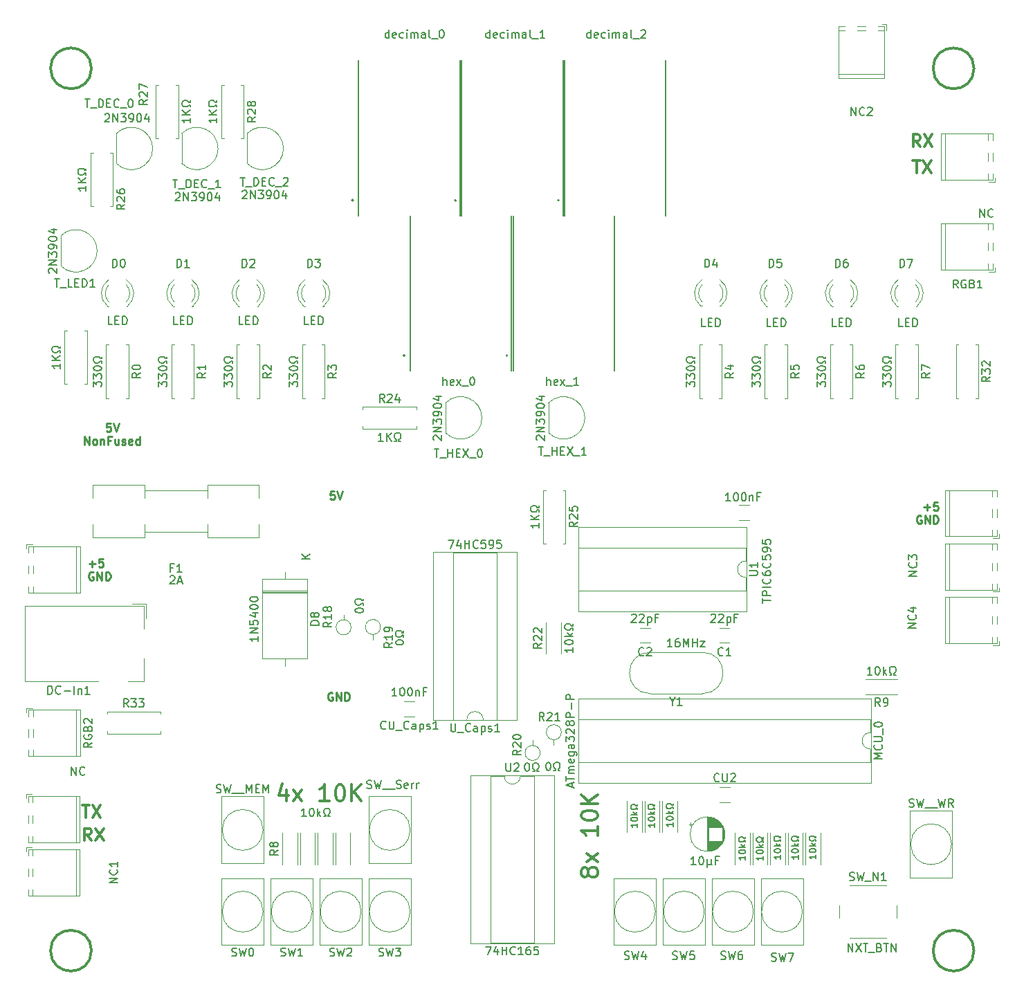
<source format=gbr>
%TF.GenerationSoftware,KiCad,Pcbnew,7.0.10*%
%TF.CreationDate,2024-02-06T15:01:58+01:00*%
%TF.ProjectId,diagram_chart,64696167-7261-46d5-9f63-686172742e6b,rev?*%
%TF.SameCoordinates,Original*%
%TF.FileFunction,Legend,Top*%
%TF.FilePolarity,Positive*%
%FSLAX46Y46*%
G04 Gerber Fmt 4.6, Leading zero omitted, Abs format (unit mm)*
G04 Created by KiCad (PCBNEW 7.0.10) date 2024-02-06 15:01:58*
%MOMM*%
%LPD*%
G01*
G04 APERTURE LIST*
%ADD10C,0.300000*%
%ADD11C,0.150000*%
%ADD12C,0.250000*%
%ADD13C,0.120000*%
%ADD14C,0.127000*%
%ADD15C,0.200000*%
G04 APERTURE END LIST*
D10*
X59140000Y-59300000D02*
G75*
G03*
X54140000Y-59300000I-2500000J0D01*
G01*
X54140000Y-59300000D02*
G75*
G03*
X59140000Y-59300000I2500000J0D01*
G01*
X59140000Y-167300000D02*
G75*
G03*
X54140000Y-167300000I-2500000J0D01*
G01*
X54140000Y-167300000D02*
G75*
G03*
X59140000Y-167300000I2500000J0D01*
G01*
X167140000Y-167300000D02*
G75*
G03*
X162140000Y-167300000I-2500000J0D01*
G01*
X162140000Y-167300000D02*
G75*
G03*
X167140000Y-167300000I2500000J0D01*
G01*
X167140000Y-59300000D02*
G75*
G03*
X162140000Y-59300000I-2500000J0D01*
G01*
X162140000Y-59300000D02*
G75*
G03*
X167140000Y-59300000I2500000J0D01*
G01*
X119946780Y-157890727D02*
X119851542Y-158081203D01*
X119851542Y-158081203D02*
X119756304Y-158176441D01*
X119756304Y-158176441D02*
X119565828Y-158271679D01*
X119565828Y-158271679D02*
X119470590Y-158271679D01*
X119470590Y-158271679D02*
X119280114Y-158176441D01*
X119280114Y-158176441D02*
X119184876Y-158081203D01*
X119184876Y-158081203D02*
X119089638Y-157890727D01*
X119089638Y-157890727D02*
X119089638Y-157509774D01*
X119089638Y-157509774D02*
X119184876Y-157319298D01*
X119184876Y-157319298D02*
X119280114Y-157224060D01*
X119280114Y-157224060D02*
X119470590Y-157128822D01*
X119470590Y-157128822D02*
X119565828Y-157128822D01*
X119565828Y-157128822D02*
X119756304Y-157224060D01*
X119756304Y-157224060D02*
X119851542Y-157319298D01*
X119851542Y-157319298D02*
X119946780Y-157509774D01*
X119946780Y-157509774D02*
X119946780Y-157890727D01*
X119946780Y-157890727D02*
X120042019Y-158081203D01*
X120042019Y-158081203D02*
X120137257Y-158176441D01*
X120137257Y-158176441D02*
X120327733Y-158271679D01*
X120327733Y-158271679D02*
X120708685Y-158271679D01*
X120708685Y-158271679D02*
X120899161Y-158176441D01*
X120899161Y-158176441D02*
X120994400Y-158081203D01*
X120994400Y-158081203D02*
X121089638Y-157890727D01*
X121089638Y-157890727D02*
X121089638Y-157509774D01*
X121089638Y-157509774D02*
X120994400Y-157319298D01*
X120994400Y-157319298D02*
X120899161Y-157224060D01*
X120899161Y-157224060D02*
X120708685Y-157128822D01*
X120708685Y-157128822D02*
X120327733Y-157128822D01*
X120327733Y-157128822D02*
X120137257Y-157224060D01*
X120137257Y-157224060D02*
X120042019Y-157319298D01*
X120042019Y-157319298D02*
X119946780Y-157509774D01*
X121089638Y-156462155D02*
X119756304Y-155414536D01*
X119756304Y-156462155D02*
X121089638Y-155414536D01*
X121089638Y-152081202D02*
X121089638Y-153224059D01*
X121089638Y-152652631D02*
X119089638Y-152652631D01*
X119089638Y-152652631D02*
X119375352Y-152843107D01*
X119375352Y-152843107D02*
X119565828Y-153033583D01*
X119565828Y-153033583D02*
X119661066Y-153224059D01*
X119089638Y-150843107D02*
X119089638Y-150652630D01*
X119089638Y-150652630D02*
X119184876Y-150462154D01*
X119184876Y-150462154D02*
X119280114Y-150366916D01*
X119280114Y-150366916D02*
X119470590Y-150271678D01*
X119470590Y-150271678D02*
X119851542Y-150176440D01*
X119851542Y-150176440D02*
X120327733Y-150176440D01*
X120327733Y-150176440D02*
X120708685Y-150271678D01*
X120708685Y-150271678D02*
X120899161Y-150366916D01*
X120899161Y-150366916D02*
X120994400Y-150462154D01*
X120994400Y-150462154D02*
X121089638Y-150652630D01*
X121089638Y-150652630D02*
X121089638Y-150843107D01*
X121089638Y-150843107D02*
X120994400Y-151033583D01*
X120994400Y-151033583D02*
X120899161Y-151128821D01*
X120899161Y-151128821D02*
X120708685Y-151224059D01*
X120708685Y-151224059D02*
X120327733Y-151319297D01*
X120327733Y-151319297D02*
X119851542Y-151319297D01*
X119851542Y-151319297D02*
X119470590Y-151224059D01*
X119470590Y-151224059D02*
X119280114Y-151128821D01*
X119280114Y-151128821D02*
X119184876Y-151033583D01*
X119184876Y-151033583D02*
X119089638Y-150843107D01*
X121089638Y-149319297D02*
X119089638Y-149319297D01*
X121089638Y-148176440D02*
X119946780Y-149033583D01*
X119089638Y-148176440D02*
X120232495Y-149319297D01*
D11*
X167854286Y-77514819D02*
X167854286Y-76514819D01*
X167854286Y-76514819D02*
X168425714Y-77514819D01*
X168425714Y-77514819D02*
X168425714Y-76514819D01*
X169473333Y-77419580D02*
X169425714Y-77467200D01*
X169425714Y-77467200D02*
X169282857Y-77514819D01*
X169282857Y-77514819D02*
X169187619Y-77514819D01*
X169187619Y-77514819D02*
X169044762Y-77467200D01*
X169044762Y-77467200D02*
X168949524Y-77371961D01*
X168949524Y-77371961D02*
X168901905Y-77276723D01*
X168901905Y-77276723D02*
X168854286Y-77086247D01*
X168854286Y-77086247D02*
X168854286Y-76943390D01*
X168854286Y-76943390D02*
X168901905Y-76752914D01*
X168901905Y-76752914D02*
X168949524Y-76657676D01*
X168949524Y-76657676D02*
X169044762Y-76562438D01*
X169044762Y-76562438D02*
X169187619Y-76514819D01*
X169187619Y-76514819D02*
X169282857Y-76514819D01*
X169282857Y-76514819D02*
X169425714Y-76562438D01*
X169425714Y-76562438D02*
X169473333Y-76610057D01*
D12*
X58842568Y-119953666D02*
X59604473Y-119953666D01*
X59223520Y-120334619D02*
X59223520Y-119572714D01*
X60556853Y-119334619D02*
X60080663Y-119334619D01*
X60080663Y-119334619D02*
X60033044Y-119810809D01*
X60033044Y-119810809D02*
X60080663Y-119763190D01*
X60080663Y-119763190D02*
X60175901Y-119715571D01*
X60175901Y-119715571D02*
X60413996Y-119715571D01*
X60413996Y-119715571D02*
X60509234Y-119763190D01*
X60509234Y-119763190D02*
X60556853Y-119810809D01*
X60556853Y-119810809D02*
X60604472Y-119906047D01*
X60604472Y-119906047D02*
X60604472Y-120144142D01*
X60604472Y-120144142D02*
X60556853Y-120239380D01*
X60556853Y-120239380D02*
X60509234Y-120287000D01*
X60509234Y-120287000D02*
X60413996Y-120334619D01*
X60413996Y-120334619D02*
X60175901Y-120334619D01*
X60175901Y-120334619D02*
X60080663Y-120287000D01*
X60080663Y-120287000D02*
X60033044Y-120239380D01*
X59366377Y-120992238D02*
X59271139Y-120944619D01*
X59271139Y-120944619D02*
X59128282Y-120944619D01*
X59128282Y-120944619D02*
X58985425Y-120992238D01*
X58985425Y-120992238D02*
X58890187Y-121087476D01*
X58890187Y-121087476D02*
X58842568Y-121182714D01*
X58842568Y-121182714D02*
X58794949Y-121373190D01*
X58794949Y-121373190D02*
X58794949Y-121516047D01*
X58794949Y-121516047D02*
X58842568Y-121706523D01*
X58842568Y-121706523D02*
X58890187Y-121801761D01*
X58890187Y-121801761D02*
X58985425Y-121897000D01*
X58985425Y-121897000D02*
X59128282Y-121944619D01*
X59128282Y-121944619D02*
X59223520Y-121944619D01*
X59223520Y-121944619D02*
X59366377Y-121897000D01*
X59366377Y-121897000D02*
X59413996Y-121849380D01*
X59413996Y-121849380D02*
X59413996Y-121516047D01*
X59413996Y-121516047D02*
X59223520Y-121516047D01*
X59842568Y-121944619D02*
X59842568Y-120944619D01*
X59842568Y-120944619D02*
X60413996Y-121944619D01*
X60413996Y-121944619D02*
X60413996Y-120944619D01*
X60890187Y-121944619D02*
X60890187Y-120944619D01*
X60890187Y-120944619D02*
X61128282Y-120944619D01*
X61128282Y-120944619D02*
X61271139Y-120992238D01*
X61271139Y-120992238D02*
X61366377Y-121087476D01*
X61366377Y-121087476D02*
X61413996Y-121182714D01*
X61413996Y-121182714D02*
X61461615Y-121373190D01*
X61461615Y-121373190D02*
X61461615Y-121516047D01*
X61461615Y-121516047D02*
X61413996Y-121706523D01*
X61413996Y-121706523D02*
X61366377Y-121801761D01*
X61366377Y-121801761D02*
X61271139Y-121897000D01*
X61271139Y-121897000D02*
X61128282Y-121944619D01*
X61128282Y-121944619D02*
X60890187Y-121944619D01*
X161003146Y-113023666D02*
X161765051Y-113023666D01*
X161384098Y-113404619D02*
X161384098Y-112642714D01*
X162717431Y-112404619D02*
X162241241Y-112404619D01*
X162241241Y-112404619D02*
X162193622Y-112880809D01*
X162193622Y-112880809D02*
X162241241Y-112833190D01*
X162241241Y-112833190D02*
X162336479Y-112785571D01*
X162336479Y-112785571D02*
X162574574Y-112785571D01*
X162574574Y-112785571D02*
X162669812Y-112833190D01*
X162669812Y-112833190D02*
X162717431Y-112880809D01*
X162717431Y-112880809D02*
X162765050Y-112976047D01*
X162765050Y-112976047D02*
X162765050Y-113214142D01*
X162765050Y-113214142D02*
X162717431Y-113309380D01*
X162717431Y-113309380D02*
X162669812Y-113357000D01*
X162669812Y-113357000D02*
X162574574Y-113404619D01*
X162574574Y-113404619D02*
X162336479Y-113404619D01*
X162336479Y-113404619D02*
X162241241Y-113357000D01*
X162241241Y-113357000D02*
X162193622Y-113309380D01*
X160669812Y-114062238D02*
X160574574Y-114014619D01*
X160574574Y-114014619D02*
X160431717Y-114014619D01*
X160431717Y-114014619D02*
X160288860Y-114062238D01*
X160288860Y-114062238D02*
X160193622Y-114157476D01*
X160193622Y-114157476D02*
X160146003Y-114252714D01*
X160146003Y-114252714D02*
X160098384Y-114443190D01*
X160098384Y-114443190D02*
X160098384Y-114586047D01*
X160098384Y-114586047D02*
X160146003Y-114776523D01*
X160146003Y-114776523D02*
X160193622Y-114871761D01*
X160193622Y-114871761D02*
X160288860Y-114967000D01*
X160288860Y-114967000D02*
X160431717Y-115014619D01*
X160431717Y-115014619D02*
X160526955Y-115014619D01*
X160526955Y-115014619D02*
X160669812Y-114967000D01*
X160669812Y-114967000D02*
X160717431Y-114919380D01*
X160717431Y-114919380D02*
X160717431Y-114586047D01*
X160717431Y-114586047D02*
X160526955Y-114586047D01*
X161146003Y-115014619D02*
X161146003Y-114014619D01*
X161146003Y-114014619D02*
X161717431Y-115014619D01*
X161717431Y-115014619D02*
X161717431Y-114014619D01*
X162193622Y-115014619D02*
X162193622Y-114014619D01*
X162193622Y-114014619D02*
X162431717Y-114014619D01*
X162431717Y-114014619D02*
X162574574Y-114062238D01*
X162574574Y-114062238D02*
X162669812Y-114157476D01*
X162669812Y-114157476D02*
X162717431Y-114252714D01*
X162717431Y-114252714D02*
X162765050Y-114443190D01*
X162765050Y-114443190D02*
X162765050Y-114586047D01*
X162765050Y-114586047D02*
X162717431Y-114776523D01*
X162717431Y-114776523D02*
X162669812Y-114871761D01*
X162669812Y-114871761D02*
X162574574Y-114967000D01*
X162574574Y-114967000D02*
X162431717Y-115014619D01*
X162431717Y-115014619D02*
X162193622Y-115014619D01*
D10*
X159670225Y-70580828D02*
X160527368Y-70580828D01*
X160098796Y-72080828D02*
X160098796Y-70580828D01*
X160884510Y-70580828D02*
X161884510Y-72080828D01*
X161884510Y-70580828D02*
X160884510Y-72080828D01*
X58050225Y-149500828D02*
X58907368Y-149500828D01*
X58478796Y-151000828D02*
X58478796Y-149500828D01*
X59264510Y-149500828D02*
X60264510Y-151000828D01*
X60264510Y-149500828D02*
X59264510Y-151000828D01*
D12*
X88636377Y-135732238D02*
X88541139Y-135684619D01*
X88541139Y-135684619D02*
X88398282Y-135684619D01*
X88398282Y-135684619D02*
X88255425Y-135732238D01*
X88255425Y-135732238D02*
X88160187Y-135827476D01*
X88160187Y-135827476D02*
X88112568Y-135922714D01*
X88112568Y-135922714D02*
X88064949Y-136113190D01*
X88064949Y-136113190D02*
X88064949Y-136256047D01*
X88064949Y-136256047D02*
X88112568Y-136446523D01*
X88112568Y-136446523D02*
X88160187Y-136541761D01*
X88160187Y-136541761D02*
X88255425Y-136637000D01*
X88255425Y-136637000D02*
X88398282Y-136684619D01*
X88398282Y-136684619D02*
X88493520Y-136684619D01*
X88493520Y-136684619D02*
X88636377Y-136637000D01*
X88636377Y-136637000D02*
X88683996Y-136589380D01*
X88683996Y-136589380D02*
X88683996Y-136256047D01*
X88683996Y-136256047D02*
X88493520Y-136256047D01*
X89112568Y-136684619D02*
X89112568Y-135684619D01*
X89112568Y-135684619D02*
X89683996Y-136684619D01*
X89683996Y-136684619D02*
X89683996Y-135684619D01*
X90160187Y-136684619D02*
X90160187Y-135684619D01*
X90160187Y-135684619D02*
X90398282Y-135684619D01*
X90398282Y-135684619D02*
X90541139Y-135732238D01*
X90541139Y-135732238D02*
X90636377Y-135827476D01*
X90636377Y-135827476D02*
X90683996Y-135922714D01*
X90683996Y-135922714D02*
X90731615Y-136113190D01*
X90731615Y-136113190D02*
X90731615Y-136256047D01*
X90731615Y-136256047D02*
X90683996Y-136446523D01*
X90683996Y-136446523D02*
X90636377Y-136541761D01*
X90636377Y-136541761D02*
X90541139Y-136637000D01*
X90541139Y-136637000D02*
X90398282Y-136684619D01*
X90398282Y-136684619D02*
X90160187Y-136684619D01*
D11*
X56704286Y-145804819D02*
X56704286Y-144804819D01*
X56704286Y-144804819D02*
X57275714Y-145804819D01*
X57275714Y-145804819D02*
X57275714Y-144804819D01*
X58323333Y-145709580D02*
X58275714Y-145757200D01*
X58275714Y-145757200D02*
X58132857Y-145804819D01*
X58132857Y-145804819D02*
X58037619Y-145804819D01*
X58037619Y-145804819D02*
X57894762Y-145757200D01*
X57894762Y-145757200D02*
X57799524Y-145661961D01*
X57799524Y-145661961D02*
X57751905Y-145566723D01*
X57751905Y-145566723D02*
X57704286Y-145376247D01*
X57704286Y-145376247D02*
X57704286Y-145233390D01*
X57704286Y-145233390D02*
X57751905Y-145042914D01*
X57751905Y-145042914D02*
X57799524Y-144947676D01*
X57799524Y-144947676D02*
X57894762Y-144852438D01*
X57894762Y-144852438D02*
X58037619Y-144804819D01*
X58037619Y-144804819D02*
X58132857Y-144804819D01*
X58132857Y-144804819D02*
X58275714Y-144852438D01*
X58275714Y-144852438D02*
X58323333Y-144900057D01*
D10*
X82990701Y-147646304D02*
X82990701Y-148979638D01*
X82514510Y-146884400D02*
X82038320Y-148312971D01*
X82038320Y-148312971D02*
X83276415Y-148312971D01*
X83847844Y-148979638D02*
X84895463Y-147646304D01*
X83847844Y-147646304D02*
X84895463Y-148979638D01*
X88228797Y-148979638D02*
X87085940Y-148979638D01*
X87657368Y-148979638D02*
X87657368Y-146979638D01*
X87657368Y-146979638D02*
X87466892Y-147265352D01*
X87466892Y-147265352D02*
X87276416Y-147455828D01*
X87276416Y-147455828D02*
X87085940Y-147551066D01*
X89466892Y-146979638D02*
X89657369Y-146979638D01*
X89657369Y-146979638D02*
X89847845Y-147074876D01*
X89847845Y-147074876D02*
X89943083Y-147170114D01*
X89943083Y-147170114D02*
X90038321Y-147360590D01*
X90038321Y-147360590D02*
X90133559Y-147741542D01*
X90133559Y-147741542D02*
X90133559Y-148217733D01*
X90133559Y-148217733D02*
X90038321Y-148598685D01*
X90038321Y-148598685D02*
X89943083Y-148789161D01*
X89943083Y-148789161D02*
X89847845Y-148884400D01*
X89847845Y-148884400D02*
X89657369Y-148979638D01*
X89657369Y-148979638D02*
X89466892Y-148979638D01*
X89466892Y-148979638D02*
X89276416Y-148884400D01*
X89276416Y-148884400D02*
X89181178Y-148789161D01*
X89181178Y-148789161D02*
X89085940Y-148598685D01*
X89085940Y-148598685D02*
X88990702Y-148217733D01*
X88990702Y-148217733D02*
X88990702Y-147741542D01*
X88990702Y-147741542D02*
X89085940Y-147360590D01*
X89085940Y-147360590D02*
X89181178Y-147170114D01*
X89181178Y-147170114D02*
X89276416Y-147074876D01*
X89276416Y-147074876D02*
X89466892Y-146979638D01*
X90990702Y-148979638D02*
X90990702Y-146979638D01*
X92133559Y-148979638D02*
X91276416Y-147836780D01*
X92133559Y-146979638D02*
X90990702Y-148122495D01*
D12*
X88878758Y-111064619D02*
X88402568Y-111064619D01*
X88402568Y-111064619D02*
X88354949Y-111540809D01*
X88354949Y-111540809D02*
X88402568Y-111493190D01*
X88402568Y-111493190D02*
X88497806Y-111445571D01*
X88497806Y-111445571D02*
X88735901Y-111445571D01*
X88735901Y-111445571D02*
X88831139Y-111493190D01*
X88831139Y-111493190D02*
X88878758Y-111540809D01*
X88878758Y-111540809D02*
X88926377Y-111636047D01*
X88926377Y-111636047D02*
X88926377Y-111874142D01*
X88926377Y-111874142D02*
X88878758Y-111969380D01*
X88878758Y-111969380D02*
X88831139Y-112017000D01*
X88831139Y-112017000D02*
X88735901Y-112064619D01*
X88735901Y-112064619D02*
X88497806Y-112064619D01*
X88497806Y-112064619D02*
X88402568Y-112017000D01*
X88402568Y-112017000D02*
X88354949Y-111969380D01*
X89212092Y-111064619D02*
X89545425Y-112064619D01*
X89545425Y-112064619D02*
X89878758Y-111064619D01*
D10*
X59121653Y-153830828D02*
X58621653Y-153116542D01*
X58264510Y-153830828D02*
X58264510Y-152330828D01*
X58264510Y-152330828D02*
X58835939Y-152330828D01*
X58835939Y-152330828D02*
X58978796Y-152402257D01*
X58978796Y-152402257D02*
X59050225Y-152473685D01*
X59050225Y-152473685D02*
X59121653Y-152616542D01*
X59121653Y-152616542D02*
X59121653Y-152830828D01*
X59121653Y-152830828D02*
X59050225Y-152973685D01*
X59050225Y-152973685D02*
X58978796Y-153045114D01*
X58978796Y-153045114D02*
X58835939Y-153116542D01*
X58835939Y-153116542D02*
X58264510Y-153116542D01*
X59621653Y-152330828D02*
X60621653Y-153830828D01*
X60621653Y-152330828D02*
X59621653Y-153830828D01*
D12*
X61479523Y-102754619D02*
X61003333Y-102754619D01*
X61003333Y-102754619D02*
X60955714Y-103230809D01*
X60955714Y-103230809D02*
X61003333Y-103183190D01*
X61003333Y-103183190D02*
X61098571Y-103135571D01*
X61098571Y-103135571D02*
X61336666Y-103135571D01*
X61336666Y-103135571D02*
X61431904Y-103183190D01*
X61431904Y-103183190D02*
X61479523Y-103230809D01*
X61479523Y-103230809D02*
X61527142Y-103326047D01*
X61527142Y-103326047D02*
X61527142Y-103564142D01*
X61527142Y-103564142D02*
X61479523Y-103659380D01*
X61479523Y-103659380D02*
X61431904Y-103707000D01*
X61431904Y-103707000D02*
X61336666Y-103754619D01*
X61336666Y-103754619D02*
X61098571Y-103754619D01*
X61098571Y-103754619D02*
X61003333Y-103707000D01*
X61003333Y-103707000D02*
X60955714Y-103659380D01*
X61812857Y-102754619D02*
X62146190Y-103754619D01*
X62146190Y-103754619D02*
X62479523Y-102754619D01*
X58312857Y-105364619D02*
X58312857Y-104364619D01*
X58312857Y-104364619D02*
X58884285Y-105364619D01*
X58884285Y-105364619D02*
X58884285Y-104364619D01*
X59503333Y-105364619D02*
X59408095Y-105317000D01*
X59408095Y-105317000D02*
X59360476Y-105269380D01*
X59360476Y-105269380D02*
X59312857Y-105174142D01*
X59312857Y-105174142D02*
X59312857Y-104888428D01*
X59312857Y-104888428D02*
X59360476Y-104793190D01*
X59360476Y-104793190D02*
X59408095Y-104745571D01*
X59408095Y-104745571D02*
X59503333Y-104697952D01*
X59503333Y-104697952D02*
X59646190Y-104697952D01*
X59646190Y-104697952D02*
X59741428Y-104745571D01*
X59741428Y-104745571D02*
X59789047Y-104793190D01*
X59789047Y-104793190D02*
X59836666Y-104888428D01*
X59836666Y-104888428D02*
X59836666Y-105174142D01*
X59836666Y-105174142D02*
X59789047Y-105269380D01*
X59789047Y-105269380D02*
X59741428Y-105317000D01*
X59741428Y-105317000D02*
X59646190Y-105364619D01*
X59646190Y-105364619D02*
X59503333Y-105364619D01*
X60265238Y-104697952D02*
X60265238Y-105364619D01*
X60265238Y-104793190D02*
X60312857Y-104745571D01*
X60312857Y-104745571D02*
X60408095Y-104697952D01*
X60408095Y-104697952D02*
X60550952Y-104697952D01*
X60550952Y-104697952D02*
X60646190Y-104745571D01*
X60646190Y-104745571D02*
X60693809Y-104840809D01*
X60693809Y-104840809D02*
X60693809Y-105364619D01*
X61503333Y-104840809D02*
X61170000Y-104840809D01*
X61170000Y-105364619D02*
X61170000Y-104364619D01*
X61170000Y-104364619D02*
X61646190Y-104364619D01*
X62455714Y-104697952D02*
X62455714Y-105364619D01*
X62027143Y-104697952D02*
X62027143Y-105221761D01*
X62027143Y-105221761D02*
X62074762Y-105317000D01*
X62074762Y-105317000D02*
X62170000Y-105364619D01*
X62170000Y-105364619D02*
X62312857Y-105364619D01*
X62312857Y-105364619D02*
X62408095Y-105317000D01*
X62408095Y-105317000D02*
X62455714Y-105269380D01*
X62884286Y-105317000D02*
X62979524Y-105364619D01*
X62979524Y-105364619D02*
X63170000Y-105364619D01*
X63170000Y-105364619D02*
X63265238Y-105317000D01*
X63265238Y-105317000D02*
X63312857Y-105221761D01*
X63312857Y-105221761D02*
X63312857Y-105174142D01*
X63312857Y-105174142D02*
X63265238Y-105078904D01*
X63265238Y-105078904D02*
X63170000Y-105031285D01*
X63170000Y-105031285D02*
X63027143Y-105031285D01*
X63027143Y-105031285D02*
X62931905Y-104983666D01*
X62931905Y-104983666D02*
X62884286Y-104888428D01*
X62884286Y-104888428D02*
X62884286Y-104840809D01*
X62884286Y-104840809D02*
X62931905Y-104745571D01*
X62931905Y-104745571D02*
X63027143Y-104697952D01*
X63027143Y-104697952D02*
X63170000Y-104697952D01*
X63170000Y-104697952D02*
X63265238Y-104745571D01*
X64122381Y-105317000D02*
X64027143Y-105364619D01*
X64027143Y-105364619D02*
X63836667Y-105364619D01*
X63836667Y-105364619D02*
X63741429Y-105317000D01*
X63741429Y-105317000D02*
X63693810Y-105221761D01*
X63693810Y-105221761D02*
X63693810Y-104840809D01*
X63693810Y-104840809D02*
X63741429Y-104745571D01*
X63741429Y-104745571D02*
X63836667Y-104697952D01*
X63836667Y-104697952D02*
X64027143Y-104697952D01*
X64027143Y-104697952D02*
X64122381Y-104745571D01*
X64122381Y-104745571D02*
X64170000Y-104840809D01*
X64170000Y-104840809D02*
X64170000Y-104936047D01*
X64170000Y-104936047D02*
X63693810Y-105031285D01*
X65027143Y-105364619D02*
X65027143Y-104364619D01*
X65027143Y-105317000D02*
X64931905Y-105364619D01*
X64931905Y-105364619D02*
X64741429Y-105364619D01*
X64741429Y-105364619D02*
X64646191Y-105317000D01*
X64646191Y-105317000D02*
X64598572Y-105269380D01*
X64598572Y-105269380D02*
X64550953Y-105174142D01*
X64550953Y-105174142D02*
X64550953Y-104888428D01*
X64550953Y-104888428D02*
X64598572Y-104793190D01*
X64598572Y-104793190D02*
X64646191Y-104745571D01*
X64646191Y-104745571D02*
X64741429Y-104697952D01*
X64741429Y-104697952D02*
X64931905Y-104697952D01*
X64931905Y-104697952D02*
X65027143Y-104745571D01*
D10*
X160541653Y-68890828D02*
X160041653Y-68176542D01*
X159684510Y-68890828D02*
X159684510Y-67390828D01*
X159684510Y-67390828D02*
X160255939Y-67390828D01*
X160255939Y-67390828D02*
X160398796Y-67462257D01*
X160398796Y-67462257D02*
X160470225Y-67533685D01*
X160470225Y-67533685D02*
X160541653Y-67676542D01*
X160541653Y-67676542D02*
X160541653Y-67890828D01*
X160541653Y-67890828D02*
X160470225Y-68033685D01*
X160470225Y-68033685D02*
X160398796Y-68105114D01*
X160398796Y-68105114D02*
X160255939Y-68176542D01*
X160255939Y-68176542D02*
X159684510Y-68176542D01*
X161041653Y-67390828D02*
X162041653Y-68890828D01*
X162041653Y-67390828D02*
X161041653Y-68890828D01*
D11*
X145724819Y-96566666D02*
X145248628Y-96899999D01*
X145724819Y-97138094D02*
X144724819Y-97138094D01*
X144724819Y-97138094D02*
X144724819Y-96757142D01*
X144724819Y-96757142D02*
X144772438Y-96661904D01*
X144772438Y-96661904D02*
X144820057Y-96614285D01*
X144820057Y-96614285D02*
X144915295Y-96566666D01*
X144915295Y-96566666D02*
X145058152Y-96566666D01*
X145058152Y-96566666D02*
X145153390Y-96614285D01*
X145153390Y-96614285D02*
X145201009Y-96661904D01*
X145201009Y-96661904D02*
X145248628Y-96757142D01*
X145248628Y-96757142D02*
X145248628Y-97138094D01*
X144724819Y-95661904D02*
X144724819Y-96138094D01*
X144724819Y-96138094D02*
X145201009Y-96185713D01*
X145201009Y-96185713D02*
X145153390Y-96138094D01*
X145153390Y-96138094D02*
X145105771Y-96042856D01*
X145105771Y-96042856D02*
X145105771Y-95804761D01*
X145105771Y-95804761D02*
X145153390Y-95709523D01*
X145153390Y-95709523D02*
X145201009Y-95661904D01*
X145201009Y-95661904D02*
X145296247Y-95614285D01*
X145296247Y-95614285D02*
X145534342Y-95614285D01*
X145534342Y-95614285D02*
X145629580Y-95661904D01*
X145629580Y-95661904D02*
X145677200Y-95709523D01*
X145677200Y-95709523D02*
X145724819Y-95804761D01*
X145724819Y-95804761D02*
X145724819Y-96042856D01*
X145724819Y-96042856D02*
X145677200Y-96138094D01*
X145677200Y-96138094D02*
X145629580Y-96185713D01*
X139984819Y-98257142D02*
X139984819Y-97638095D01*
X139984819Y-97638095D02*
X140365771Y-97971428D01*
X140365771Y-97971428D02*
X140365771Y-97828571D01*
X140365771Y-97828571D02*
X140413390Y-97733333D01*
X140413390Y-97733333D02*
X140461009Y-97685714D01*
X140461009Y-97685714D02*
X140556247Y-97638095D01*
X140556247Y-97638095D02*
X140794342Y-97638095D01*
X140794342Y-97638095D02*
X140889580Y-97685714D01*
X140889580Y-97685714D02*
X140937200Y-97733333D01*
X140937200Y-97733333D02*
X140984819Y-97828571D01*
X140984819Y-97828571D02*
X140984819Y-98114285D01*
X140984819Y-98114285D02*
X140937200Y-98209523D01*
X140937200Y-98209523D02*
X140889580Y-98257142D01*
X139984819Y-97304761D02*
X139984819Y-96685714D01*
X139984819Y-96685714D02*
X140365771Y-97019047D01*
X140365771Y-97019047D02*
X140365771Y-96876190D01*
X140365771Y-96876190D02*
X140413390Y-96780952D01*
X140413390Y-96780952D02*
X140461009Y-96733333D01*
X140461009Y-96733333D02*
X140556247Y-96685714D01*
X140556247Y-96685714D02*
X140794342Y-96685714D01*
X140794342Y-96685714D02*
X140889580Y-96733333D01*
X140889580Y-96733333D02*
X140937200Y-96780952D01*
X140937200Y-96780952D02*
X140984819Y-96876190D01*
X140984819Y-96876190D02*
X140984819Y-97161904D01*
X140984819Y-97161904D02*
X140937200Y-97257142D01*
X140937200Y-97257142D02*
X140889580Y-97304761D01*
X139984819Y-96066666D02*
X139984819Y-95971428D01*
X139984819Y-95971428D02*
X140032438Y-95876190D01*
X140032438Y-95876190D02*
X140080057Y-95828571D01*
X140080057Y-95828571D02*
X140175295Y-95780952D01*
X140175295Y-95780952D02*
X140365771Y-95733333D01*
X140365771Y-95733333D02*
X140603866Y-95733333D01*
X140603866Y-95733333D02*
X140794342Y-95780952D01*
X140794342Y-95780952D02*
X140889580Y-95828571D01*
X140889580Y-95828571D02*
X140937200Y-95876190D01*
X140937200Y-95876190D02*
X140984819Y-95971428D01*
X140984819Y-95971428D02*
X140984819Y-96066666D01*
X140984819Y-96066666D02*
X140937200Y-96161904D01*
X140937200Y-96161904D02*
X140889580Y-96209523D01*
X140889580Y-96209523D02*
X140794342Y-96257142D01*
X140794342Y-96257142D02*
X140603866Y-96304761D01*
X140603866Y-96304761D02*
X140365771Y-96304761D01*
X140365771Y-96304761D02*
X140175295Y-96257142D01*
X140175295Y-96257142D02*
X140080057Y-96209523D01*
X140080057Y-96209523D02*
X140032438Y-96161904D01*
X140032438Y-96161904D02*
X139984819Y-96066666D01*
X140984819Y-95352380D02*
X140984819Y-95114285D01*
X140984819Y-95114285D02*
X140794342Y-95114285D01*
X140794342Y-95114285D02*
X140746723Y-95209523D01*
X140746723Y-95209523D02*
X140651485Y-95304761D01*
X140651485Y-95304761D02*
X140508628Y-95352380D01*
X140508628Y-95352380D02*
X140270533Y-95352380D01*
X140270533Y-95352380D02*
X140127676Y-95304761D01*
X140127676Y-95304761D02*
X140032438Y-95209523D01*
X140032438Y-95209523D02*
X139984819Y-95066666D01*
X139984819Y-95066666D02*
X139984819Y-94876190D01*
X139984819Y-94876190D02*
X140032438Y-94733333D01*
X140032438Y-94733333D02*
X140127676Y-94638095D01*
X140127676Y-94638095D02*
X140270533Y-94590476D01*
X140270533Y-94590476D02*
X140508628Y-94590476D01*
X140508628Y-94590476D02*
X140651485Y-94638095D01*
X140651485Y-94638095D02*
X140746723Y-94733333D01*
X140746723Y-94733333D02*
X140794342Y-94828571D01*
X140794342Y-94828571D02*
X140984819Y-94828571D01*
X140984819Y-94828571D02*
X140984819Y-94590476D01*
X125952295Y-151733333D02*
X125952295Y-152190476D01*
X125952295Y-151961904D02*
X125152295Y-151961904D01*
X125152295Y-151961904D02*
X125266580Y-152038095D01*
X125266580Y-152038095D02*
X125342771Y-152114285D01*
X125342771Y-152114285D02*
X125380866Y-152190476D01*
X125152295Y-151238094D02*
X125152295Y-151161904D01*
X125152295Y-151161904D02*
X125190390Y-151085713D01*
X125190390Y-151085713D02*
X125228485Y-151047618D01*
X125228485Y-151047618D02*
X125304676Y-151009523D01*
X125304676Y-151009523D02*
X125457057Y-150971428D01*
X125457057Y-150971428D02*
X125647533Y-150971428D01*
X125647533Y-150971428D02*
X125799914Y-151009523D01*
X125799914Y-151009523D02*
X125876104Y-151047618D01*
X125876104Y-151047618D02*
X125914200Y-151085713D01*
X125914200Y-151085713D02*
X125952295Y-151161904D01*
X125952295Y-151161904D02*
X125952295Y-151238094D01*
X125952295Y-151238094D02*
X125914200Y-151314285D01*
X125914200Y-151314285D02*
X125876104Y-151352380D01*
X125876104Y-151352380D02*
X125799914Y-151390475D01*
X125799914Y-151390475D02*
X125647533Y-151428571D01*
X125647533Y-151428571D02*
X125457057Y-151428571D01*
X125457057Y-151428571D02*
X125304676Y-151390475D01*
X125304676Y-151390475D02*
X125228485Y-151352380D01*
X125228485Y-151352380D02*
X125190390Y-151314285D01*
X125190390Y-151314285D02*
X125152295Y-151238094D01*
X125952295Y-150628570D02*
X125152295Y-150628570D01*
X125647533Y-150552380D02*
X125952295Y-150323808D01*
X125418961Y-150323808D02*
X125723723Y-150628570D01*
X125952295Y-150019047D02*
X125952295Y-149828570D01*
X125952295Y-149828570D02*
X125799914Y-149828570D01*
X125799914Y-149828570D02*
X125761819Y-149904761D01*
X125761819Y-149904761D02*
X125685628Y-149980951D01*
X125685628Y-149980951D02*
X125571342Y-150019047D01*
X125571342Y-150019047D02*
X125380866Y-150019047D01*
X125380866Y-150019047D02*
X125266580Y-149980951D01*
X125266580Y-149980951D02*
X125190390Y-149904761D01*
X125190390Y-149904761D02*
X125152295Y-149790475D01*
X125152295Y-149790475D02*
X125152295Y-149638094D01*
X125152295Y-149638094D02*
X125190390Y-149523808D01*
X125190390Y-149523808D02*
X125266580Y-149447618D01*
X125266580Y-149447618D02*
X125380866Y-149409523D01*
X125380866Y-149409523D02*
X125571342Y-149409523D01*
X125571342Y-149409523D02*
X125685628Y-149447618D01*
X125685628Y-149447618D02*
X125761819Y-149523808D01*
X125761819Y-149523808D02*
X125799914Y-149599999D01*
X125799914Y-149599999D02*
X125952295Y-149599999D01*
X125952295Y-149599999D02*
X125952295Y-149409523D01*
X130233809Y-136803628D02*
X130233809Y-137279819D01*
X129900476Y-136279819D02*
X130233809Y-136803628D01*
X130233809Y-136803628D02*
X130567142Y-136279819D01*
X131424285Y-137279819D02*
X130852857Y-137279819D01*
X131138571Y-137279819D02*
X131138571Y-136279819D01*
X131138571Y-136279819D02*
X131043333Y-136422676D01*
X131043333Y-136422676D02*
X130948095Y-136517914D01*
X130948095Y-136517914D02*
X130852857Y-136565533D01*
X130189523Y-130104819D02*
X129618095Y-130104819D01*
X129903809Y-130104819D02*
X129903809Y-129104819D01*
X129903809Y-129104819D02*
X129808571Y-129247676D01*
X129808571Y-129247676D02*
X129713333Y-129342914D01*
X129713333Y-129342914D02*
X129618095Y-129390533D01*
X131046666Y-129104819D02*
X130856190Y-129104819D01*
X130856190Y-129104819D02*
X130760952Y-129152438D01*
X130760952Y-129152438D02*
X130713333Y-129200057D01*
X130713333Y-129200057D02*
X130618095Y-129342914D01*
X130618095Y-129342914D02*
X130570476Y-129533390D01*
X130570476Y-129533390D02*
X130570476Y-129914342D01*
X130570476Y-129914342D02*
X130618095Y-130009580D01*
X130618095Y-130009580D02*
X130665714Y-130057200D01*
X130665714Y-130057200D02*
X130760952Y-130104819D01*
X130760952Y-130104819D02*
X130951428Y-130104819D01*
X130951428Y-130104819D02*
X131046666Y-130057200D01*
X131046666Y-130057200D02*
X131094285Y-130009580D01*
X131094285Y-130009580D02*
X131141904Y-129914342D01*
X131141904Y-129914342D02*
X131141904Y-129676247D01*
X131141904Y-129676247D02*
X131094285Y-129581009D01*
X131094285Y-129581009D02*
X131046666Y-129533390D01*
X131046666Y-129533390D02*
X130951428Y-129485771D01*
X130951428Y-129485771D02*
X130760952Y-129485771D01*
X130760952Y-129485771D02*
X130665714Y-129533390D01*
X130665714Y-129533390D02*
X130618095Y-129581009D01*
X130618095Y-129581009D02*
X130570476Y-129676247D01*
X131570476Y-130104819D02*
X131570476Y-129104819D01*
X131570476Y-129104819D02*
X131903809Y-129819104D01*
X131903809Y-129819104D02*
X132237142Y-129104819D01*
X132237142Y-129104819D02*
X132237142Y-130104819D01*
X132713333Y-130104819D02*
X132713333Y-129104819D01*
X132713333Y-129581009D02*
X133284761Y-129581009D01*
X133284761Y-130104819D02*
X133284761Y-129104819D01*
X133665714Y-129438152D02*
X134189523Y-129438152D01*
X134189523Y-129438152D02*
X133665714Y-130104819D01*
X133665714Y-130104819D02*
X134189523Y-130104819D01*
X69156666Y-120431009D02*
X68823333Y-120431009D01*
X68823333Y-120954819D02*
X68823333Y-119954819D01*
X68823333Y-119954819D02*
X69299523Y-119954819D01*
X70204285Y-120954819D02*
X69632857Y-120954819D01*
X69918571Y-120954819D02*
X69918571Y-119954819D01*
X69918571Y-119954819D02*
X69823333Y-120097676D01*
X69823333Y-120097676D02*
X69728095Y-120192914D01*
X69728095Y-120192914D02*
X69632857Y-120240533D01*
X68775714Y-121510057D02*
X68823333Y-121462438D01*
X68823333Y-121462438D02*
X68918571Y-121414819D01*
X68918571Y-121414819D02*
X69156666Y-121414819D01*
X69156666Y-121414819D02*
X69251904Y-121462438D01*
X69251904Y-121462438D02*
X69299523Y-121510057D01*
X69299523Y-121510057D02*
X69347142Y-121605295D01*
X69347142Y-121605295D02*
X69347142Y-121700533D01*
X69347142Y-121700533D02*
X69299523Y-121843390D01*
X69299523Y-121843390D02*
X68728095Y-122414819D01*
X68728095Y-122414819D02*
X69347142Y-122414819D01*
X69728095Y-122129104D02*
X70204285Y-122129104D01*
X69632857Y-122414819D02*
X69966190Y-121414819D01*
X69966190Y-121414819D02*
X70299523Y-122414819D01*
X102181238Y-98084819D02*
X102181238Y-97084819D01*
X102609809Y-98084819D02*
X102609809Y-97561009D01*
X102609809Y-97561009D02*
X102562190Y-97465771D01*
X102562190Y-97465771D02*
X102466952Y-97418152D01*
X102466952Y-97418152D02*
X102324095Y-97418152D01*
X102324095Y-97418152D02*
X102228857Y-97465771D01*
X102228857Y-97465771D02*
X102181238Y-97513390D01*
X103466952Y-98037200D02*
X103371714Y-98084819D01*
X103371714Y-98084819D02*
X103181238Y-98084819D01*
X103181238Y-98084819D02*
X103086000Y-98037200D01*
X103086000Y-98037200D02*
X103038381Y-97941961D01*
X103038381Y-97941961D02*
X103038381Y-97561009D01*
X103038381Y-97561009D02*
X103086000Y-97465771D01*
X103086000Y-97465771D02*
X103181238Y-97418152D01*
X103181238Y-97418152D02*
X103371714Y-97418152D01*
X103371714Y-97418152D02*
X103466952Y-97465771D01*
X103466952Y-97465771D02*
X103514571Y-97561009D01*
X103514571Y-97561009D02*
X103514571Y-97656247D01*
X103514571Y-97656247D02*
X103038381Y-97751485D01*
X103847905Y-98084819D02*
X104371714Y-97418152D01*
X103847905Y-97418152D02*
X104371714Y-98084819D01*
X104514572Y-98180057D02*
X105276476Y-98180057D01*
X105705048Y-97084819D02*
X105800286Y-97084819D01*
X105800286Y-97084819D02*
X105895524Y-97132438D01*
X105895524Y-97132438D02*
X105943143Y-97180057D01*
X105943143Y-97180057D02*
X105990762Y-97275295D01*
X105990762Y-97275295D02*
X106038381Y-97465771D01*
X106038381Y-97465771D02*
X106038381Y-97703866D01*
X106038381Y-97703866D02*
X105990762Y-97894342D01*
X105990762Y-97894342D02*
X105943143Y-97989580D01*
X105943143Y-97989580D02*
X105895524Y-98037200D01*
X105895524Y-98037200D02*
X105800286Y-98084819D01*
X105800286Y-98084819D02*
X105705048Y-98084819D01*
X105705048Y-98084819D02*
X105609810Y-98037200D01*
X105609810Y-98037200D02*
X105562191Y-97989580D01*
X105562191Y-97989580D02*
X105514572Y-97894342D01*
X105514572Y-97894342D02*
X105466953Y-97703866D01*
X105466953Y-97703866D02*
X105466953Y-97465771D01*
X105466953Y-97465771D02*
X105514572Y-97275295D01*
X105514572Y-97275295D02*
X105562191Y-97180057D01*
X105562191Y-97180057D02*
X105609810Y-97132438D01*
X105609810Y-97132438D02*
X105705048Y-97084819D01*
X137724819Y-96566666D02*
X137248628Y-96899999D01*
X137724819Y-97138094D02*
X136724819Y-97138094D01*
X136724819Y-97138094D02*
X136724819Y-96757142D01*
X136724819Y-96757142D02*
X136772438Y-96661904D01*
X136772438Y-96661904D02*
X136820057Y-96614285D01*
X136820057Y-96614285D02*
X136915295Y-96566666D01*
X136915295Y-96566666D02*
X137058152Y-96566666D01*
X137058152Y-96566666D02*
X137153390Y-96614285D01*
X137153390Y-96614285D02*
X137201009Y-96661904D01*
X137201009Y-96661904D02*
X137248628Y-96757142D01*
X137248628Y-96757142D02*
X137248628Y-97138094D01*
X137058152Y-95709523D02*
X137724819Y-95709523D01*
X136677200Y-95947618D02*
X137391485Y-96185713D01*
X137391485Y-96185713D02*
X137391485Y-95566666D01*
X131984819Y-98257142D02*
X131984819Y-97638095D01*
X131984819Y-97638095D02*
X132365771Y-97971428D01*
X132365771Y-97971428D02*
X132365771Y-97828571D01*
X132365771Y-97828571D02*
X132413390Y-97733333D01*
X132413390Y-97733333D02*
X132461009Y-97685714D01*
X132461009Y-97685714D02*
X132556247Y-97638095D01*
X132556247Y-97638095D02*
X132794342Y-97638095D01*
X132794342Y-97638095D02*
X132889580Y-97685714D01*
X132889580Y-97685714D02*
X132937200Y-97733333D01*
X132937200Y-97733333D02*
X132984819Y-97828571D01*
X132984819Y-97828571D02*
X132984819Y-98114285D01*
X132984819Y-98114285D02*
X132937200Y-98209523D01*
X132937200Y-98209523D02*
X132889580Y-98257142D01*
X131984819Y-97304761D02*
X131984819Y-96685714D01*
X131984819Y-96685714D02*
X132365771Y-97019047D01*
X132365771Y-97019047D02*
X132365771Y-96876190D01*
X132365771Y-96876190D02*
X132413390Y-96780952D01*
X132413390Y-96780952D02*
X132461009Y-96733333D01*
X132461009Y-96733333D02*
X132556247Y-96685714D01*
X132556247Y-96685714D02*
X132794342Y-96685714D01*
X132794342Y-96685714D02*
X132889580Y-96733333D01*
X132889580Y-96733333D02*
X132937200Y-96780952D01*
X132937200Y-96780952D02*
X132984819Y-96876190D01*
X132984819Y-96876190D02*
X132984819Y-97161904D01*
X132984819Y-97161904D02*
X132937200Y-97257142D01*
X132937200Y-97257142D02*
X132889580Y-97304761D01*
X131984819Y-96066666D02*
X131984819Y-95971428D01*
X131984819Y-95971428D02*
X132032438Y-95876190D01*
X132032438Y-95876190D02*
X132080057Y-95828571D01*
X132080057Y-95828571D02*
X132175295Y-95780952D01*
X132175295Y-95780952D02*
X132365771Y-95733333D01*
X132365771Y-95733333D02*
X132603866Y-95733333D01*
X132603866Y-95733333D02*
X132794342Y-95780952D01*
X132794342Y-95780952D02*
X132889580Y-95828571D01*
X132889580Y-95828571D02*
X132937200Y-95876190D01*
X132937200Y-95876190D02*
X132984819Y-95971428D01*
X132984819Y-95971428D02*
X132984819Y-96066666D01*
X132984819Y-96066666D02*
X132937200Y-96161904D01*
X132937200Y-96161904D02*
X132889580Y-96209523D01*
X132889580Y-96209523D02*
X132794342Y-96257142D01*
X132794342Y-96257142D02*
X132603866Y-96304761D01*
X132603866Y-96304761D02*
X132365771Y-96304761D01*
X132365771Y-96304761D02*
X132175295Y-96257142D01*
X132175295Y-96257142D02*
X132080057Y-96209523D01*
X132080057Y-96209523D02*
X132032438Y-96161904D01*
X132032438Y-96161904D02*
X131984819Y-96066666D01*
X132984819Y-95352380D02*
X132984819Y-95114285D01*
X132984819Y-95114285D02*
X132794342Y-95114285D01*
X132794342Y-95114285D02*
X132746723Y-95209523D01*
X132746723Y-95209523D02*
X132651485Y-95304761D01*
X132651485Y-95304761D02*
X132508628Y-95352380D01*
X132508628Y-95352380D02*
X132270533Y-95352380D01*
X132270533Y-95352380D02*
X132127676Y-95304761D01*
X132127676Y-95304761D02*
X132032438Y-95209523D01*
X132032438Y-95209523D02*
X131984819Y-95066666D01*
X131984819Y-95066666D02*
X131984819Y-94876190D01*
X131984819Y-94876190D02*
X132032438Y-94733333D01*
X132032438Y-94733333D02*
X132127676Y-94638095D01*
X132127676Y-94638095D02*
X132270533Y-94590476D01*
X132270533Y-94590476D02*
X132508628Y-94590476D01*
X132508628Y-94590476D02*
X132651485Y-94638095D01*
X132651485Y-94638095D02*
X132746723Y-94733333D01*
X132746723Y-94733333D02*
X132794342Y-94828571D01*
X132794342Y-94828571D02*
X132984819Y-94828571D01*
X132984819Y-94828571D02*
X132984819Y-94590476D01*
X55324819Y-95460714D02*
X55324819Y-96032142D01*
X55324819Y-95746428D02*
X54324819Y-95746428D01*
X54324819Y-95746428D02*
X54467676Y-95841666D01*
X54467676Y-95841666D02*
X54562914Y-95936904D01*
X54562914Y-95936904D02*
X54610533Y-96032142D01*
X55324819Y-95032142D02*
X54324819Y-95032142D01*
X55324819Y-94460714D02*
X54753390Y-94889285D01*
X54324819Y-94460714D02*
X54896247Y-95032142D01*
X55324819Y-94079761D02*
X55324819Y-93841666D01*
X55324819Y-93841666D02*
X55134342Y-93841666D01*
X55134342Y-93841666D02*
X55086723Y-93936904D01*
X55086723Y-93936904D02*
X54991485Y-94032142D01*
X54991485Y-94032142D02*
X54848628Y-94079761D01*
X54848628Y-94079761D02*
X54610533Y-94079761D01*
X54610533Y-94079761D02*
X54467676Y-94032142D01*
X54467676Y-94032142D02*
X54372438Y-93936904D01*
X54372438Y-93936904D02*
X54324819Y-93794047D01*
X54324819Y-93794047D02*
X54324819Y-93603571D01*
X54324819Y-93603571D02*
X54372438Y-93460714D01*
X54372438Y-93460714D02*
X54467676Y-93365476D01*
X54467676Y-93365476D02*
X54610533Y-93317857D01*
X54610533Y-93317857D02*
X54848628Y-93317857D01*
X54848628Y-93317857D02*
X54991485Y-93365476D01*
X54991485Y-93365476D02*
X55086723Y-93460714D01*
X55086723Y-93460714D02*
X55134342Y-93555952D01*
X55134342Y-93555952D02*
X55324819Y-93555952D01*
X55324819Y-93555952D02*
X55324819Y-93317857D01*
X113846809Y-105669819D02*
X114418237Y-105669819D01*
X114132523Y-106669819D02*
X114132523Y-105669819D01*
X114513476Y-106765057D02*
X115275380Y-106765057D01*
X115513476Y-106669819D02*
X115513476Y-105669819D01*
X115513476Y-106146009D02*
X116084904Y-106146009D01*
X116084904Y-106669819D02*
X116084904Y-105669819D01*
X116561095Y-106146009D02*
X116894428Y-106146009D01*
X117037285Y-106669819D02*
X116561095Y-106669819D01*
X116561095Y-106669819D02*
X116561095Y-105669819D01*
X116561095Y-105669819D02*
X117037285Y-105669819D01*
X117370619Y-105669819D02*
X118037285Y-106669819D01*
X118037285Y-105669819D02*
X117370619Y-106669819D01*
X118180143Y-106765057D02*
X118942047Y-106765057D01*
X119703952Y-106669819D02*
X119132524Y-106669819D01*
X119418238Y-106669819D02*
X119418238Y-105669819D01*
X119418238Y-105669819D02*
X119323000Y-105812676D01*
X119323000Y-105812676D02*
X119227762Y-105907914D01*
X119227762Y-105907914D02*
X119132524Y-105955533D01*
X113683057Y-104799285D02*
X113635438Y-104751666D01*
X113635438Y-104751666D02*
X113587819Y-104656428D01*
X113587819Y-104656428D02*
X113587819Y-104418333D01*
X113587819Y-104418333D02*
X113635438Y-104323095D01*
X113635438Y-104323095D02*
X113683057Y-104275476D01*
X113683057Y-104275476D02*
X113778295Y-104227857D01*
X113778295Y-104227857D02*
X113873533Y-104227857D01*
X113873533Y-104227857D02*
X114016390Y-104275476D01*
X114016390Y-104275476D02*
X114587819Y-104846904D01*
X114587819Y-104846904D02*
X114587819Y-104227857D01*
X114587819Y-103799285D02*
X113587819Y-103799285D01*
X113587819Y-103799285D02*
X114587819Y-103227857D01*
X114587819Y-103227857D02*
X113587819Y-103227857D01*
X113587819Y-102846904D02*
X113587819Y-102227857D01*
X113587819Y-102227857D02*
X113968771Y-102561190D01*
X113968771Y-102561190D02*
X113968771Y-102418333D01*
X113968771Y-102418333D02*
X114016390Y-102323095D01*
X114016390Y-102323095D02*
X114064009Y-102275476D01*
X114064009Y-102275476D02*
X114159247Y-102227857D01*
X114159247Y-102227857D02*
X114397342Y-102227857D01*
X114397342Y-102227857D02*
X114492580Y-102275476D01*
X114492580Y-102275476D02*
X114540200Y-102323095D01*
X114540200Y-102323095D02*
X114587819Y-102418333D01*
X114587819Y-102418333D02*
X114587819Y-102704047D01*
X114587819Y-102704047D02*
X114540200Y-102799285D01*
X114540200Y-102799285D02*
X114492580Y-102846904D01*
X114587819Y-101751666D02*
X114587819Y-101561190D01*
X114587819Y-101561190D02*
X114540200Y-101465952D01*
X114540200Y-101465952D02*
X114492580Y-101418333D01*
X114492580Y-101418333D02*
X114349723Y-101323095D01*
X114349723Y-101323095D02*
X114159247Y-101275476D01*
X114159247Y-101275476D02*
X113778295Y-101275476D01*
X113778295Y-101275476D02*
X113683057Y-101323095D01*
X113683057Y-101323095D02*
X113635438Y-101370714D01*
X113635438Y-101370714D02*
X113587819Y-101465952D01*
X113587819Y-101465952D02*
X113587819Y-101656428D01*
X113587819Y-101656428D02*
X113635438Y-101751666D01*
X113635438Y-101751666D02*
X113683057Y-101799285D01*
X113683057Y-101799285D02*
X113778295Y-101846904D01*
X113778295Y-101846904D02*
X114016390Y-101846904D01*
X114016390Y-101846904D02*
X114111628Y-101799285D01*
X114111628Y-101799285D02*
X114159247Y-101751666D01*
X114159247Y-101751666D02*
X114206866Y-101656428D01*
X114206866Y-101656428D02*
X114206866Y-101465952D01*
X114206866Y-101465952D02*
X114159247Y-101370714D01*
X114159247Y-101370714D02*
X114111628Y-101323095D01*
X114111628Y-101323095D02*
X114016390Y-101275476D01*
X113587819Y-100656428D02*
X113587819Y-100561190D01*
X113587819Y-100561190D02*
X113635438Y-100465952D01*
X113635438Y-100465952D02*
X113683057Y-100418333D01*
X113683057Y-100418333D02*
X113778295Y-100370714D01*
X113778295Y-100370714D02*
X113968771Y-100323095D01*
X113968771Y-100323095D02*
X114206866Y-100323095D01*
X114206866Y-100323095D02*
X114397342Y-100370714D01*
X114397342Y-100370714D02*
X114492580Y-100418333D01*
X114492580Y-100418333D02*
X114540200Y-100465952D01*
X114540200Y-100465952D02*
X114587819Y-100561190D01*
X114587819Y-100561190D02*
X114587819Y-100656428D01*
X114587819Y-100656428D02*
X114540200Y-100751666D01*
X114540200Y-100751666D02*
X114492580Y-100799285D01*
X114492580Y-100799285D02*
X114397342Y-100846904D01*
X114397342Y-100846904D02*
X114206866Y-100894523D01*
X114206866Y-100894523D02*
X113968771Y-100894523D01*
X113968771Y-100894523D02*
X113778295Y-100846904D01*
X113778295Y-100846904D02*
X113683057Y-100799285D01*
X113683057Y-100799285D02*
X113635438Y-100751666D01*
X113635438Y-100751666D02*
X113587819Y-100656428D01*
X113921152Y-99465952D02*
X114587819Y-99465952D01*
X113540200Y-99704047D02*
X114254485Y-99942142D01*
X114254485Y-99942142D02*
X114254485Y-99323095D01*
X95169047Y-140109580D02*
X95121428Y-140157200D01*
X95121428Y-140157200D02*
X94978571Y-140204819D01*
X94978571Y-140204819D02*
X94883333Y-140204819D01*
X94883333Y-140204819D02*
X94740476Y-140157200D01*
X94740476Y-140157200D02*
X94645238Y-140061961D01*
X94645238Y-140061961D02*
X94597619Y-139966723D01*
X94597619Y-139966723D02*
X94550000Y-139776247D01*
X94550000Y-139776247D02*
X94550000Y-139633390D01*
X94550000Y-139633390D02*
X94597619Y-139442914D01*
X94597619Y-139442914D02*
X94645238Y-139347676D01*
X94645238Y-139347676D02*
X94740476Y-139252438D01*
X94740476Y-139252438D02*
X94883333Y-139204819D01*
X94883333Y-139204819D02*
X94978571Y-139204819D01*
X94978571Y-139204819D02*
X95121428Y-139252438D01*
X95121428Y-139252438D02*
X95169047Y-139300057D01*
X95597619Y-139204819D02*
X95597619Y-140014342D01*
X95597619Y-140014342D02*
X95645238Y-140109580D01*
X95645238Y-140109580D02*
X95692857Y-140157200D01*
X95692857Y-140157200D02*
X95788095Y-140204819D01*
X95788095Y-140204819D02*
X95978571Y-140204819D01*
X95978571Y-140204819D02*
X96073809Y-140157200D01*
X96073809Y-140157200D02*
X96121428Y-140109580D01*
X96121428Y-140109580D02*
X96169047Y-140014342D01*
X96169047Y-140014342D02*
X96169047Y-139204819D01*
X96407143Y-140300057D02*
X97169047Y-140300057D01*
X97978571Y-140109580D02*
X97930952Y-140157200D01*
X97930952Y-140157200D02*
X97788095Y-140204819D01*
X97788095Y-140204819D02*
X97692857Y-140204819D01*
X97692857Y-140204819D02*
X97550000Y-140157200D01*
X97550000Y-140157200D02*
X97454762Y-140061961D01*
X97454762Y-140061961D02*
X97407143Y-139966723D01*
X97407143Y-139966723D02*
X97359524Y-139776247D01*
X97359524Y-139776247D02*
X97359524Y-139633390D01*
X97359524Y-139633390D02*
X97407143Y-139442914D01*
X97407143Y-139442914D02*
X97454762Y-139347676D01*
X97454762Y-139347676D02*
X97550000Y-139252438D01*
X97550000Y-139252438D02*
X97692857Y-139204819D01*
X97692857Y-139204819D02*
X97788095Y-139204819D01*
X97788095Y-139204819D02*
X97930952Y-139252438D01*
X97930952Y-139252438D02*
X97978571Y-139300057D01*
X98835714Y-140204819D02*
X98835714Y-139681009D01*
X98835714Y-139681009D02*
X98788095Y-139585771D01*
X98788095Y-139585771D02*
X98692857Y-139538152D01*
X98692857Y-139538152D02*
X98502381Y-139538152D01*
X98502381Y-139538152D02*
X98407143Y-139585771D01*
X98835714Y-140157200D02*
X98740476Y-140204819D01*
X98740476Y-140204819D02*
X98502381Y-140204819D01*
X98502381Y-140204819D02*
X98407143Y-140157200D01*
X98407143Y-140157200D02*
X98359524Y-140061961D01*
X98359524Y-140061961D02*
X98359524Y-139966723D01*
X98359524Y-139966723D02*
X98407143Y-139871485D01*
X98407143Y-139871485D02*
X98502381Y-139823866D01*
X98502381Y-139823866D02*
X98740476Y-139823866D01*
X98740476Y-139823866D02*
X98835714Y-139776247D01*
X99311905Y-139538152D02*
X99311905Y-140538152D01*
X99311905Y-139585771D02*
X99407143Y-139538152D01*
X99407143Y-139538152D02*
X99597619Y-139538152D01*
X99597619Y-139538152D02*
X99692857Y-139585771D01*
X99692857Y-139585771D02*
X99740476Y-139633390D01*
X99740476Y-139633390D02*
X99788095Y-139728628D01*
X99788095Y-139728628D02*
X99788095Y-140014342D01*
X99788095Y-140014342D02*
X99740476Y-140109580D01*
X99740476Y-140109580D02*
X99692857Y-140157200D01*
X99692857Y-140157200D02*
X99597619Y-140204819D01*
X99597619Y-140204819D02*
X99407143Y-140204819D01*
X99407143Y-140204819D02*
X99311905Y-140157200D01*
X100169048Y-140157200D02*
X100264286Y-140204819D01*
X100264286Y-140204819D02*
X100454762Y-140204819D01*
X100454762Y-140204819D02*
X100550000Y-140157200D01*
X100550000Y-140157200D02*
X100597619Y-140061961D01*
X100597619Y-140061961D02*
X100597619Y-140014342D01*
X100597619Y-140014342D02*
X100550000Y-139919104D01*
X100550000Y-139919104D02*
X100454762Y-139871485D01*
X100454762Y-139871485D02*
X100311905Y-139871485D01*
X100311905Y-139871485D02*
X100216667Y-139823866D01*
X100216667Y-139823866D02*
X100169048Y-139728628D01*
X100169048Y-139728628D02*
X100169048Y-139681009D01*
X100169048Y-139681009D02*
X100216667Y-139585771D01*
X100216667Y-139585771D02*
X100311905Y-139538152D01*
X100311905Y-139538152D02*
X100454762Y-139538152D01*
X100454762Y-139538152D02*
X100550000Y-139585771D01*
X101550000Y-140204819D02*
X100978572Y-140204819D01*
X101264286Y-140204819D02*
X101264286Y-139204819D01*
X101264286Y-139204819D02*
X101169048Y-139347676D01*
X101169048Y-139347676D02*
X101073810Y-139442914D01*
X101073810Y-139442914D02*
X100978572Y-139490533D01*
X96502380Y-136104819D02*
X95930952Y-136104819D01*
X96216666Y-136104819D02*
X96216666Y-135104819D01*
X96216666Y-135104819D02*
X96121428Y-135247676D01*
X96121428Y-135247676D02*
X96026190Y-135342914D01*
X96026190Y-135342914D02*
X95930952Y-135390533D01*
X97121428Y-135104819D02*
X97216666Y-135104819D01*
X97216666Y-135104819D02*
X97311904Y-135152438D01*
X97311904Y-135152438D02*
X97359523Y-135200057D01*
X97359523Y-135200057D02*
X97407142Y-135295295D01*
X97407142Y-135295295D02*
X97454761Y-135485771D01*
X97454761Y-135485771D02*
X97454761Y-135723866D01*
X97454761Y-135723866D02*
X97407142Y-135914342D01*
X97407142Y-135914342D02*
X97359523Y-136009580D01*
X97359523Y-136009580D02*
X97311904Y-136057200D01*
X97311904Y-136057200D02*
X97216666Y-136104819D01*
X97216666Y-136104819D02*
X97121428Y-136104819D01*
X97121428Y-136104819D02*
X97026190Y-136057200D01*
X97026190Y-136057200D02*
X96978571Y-136009580D01*
X96978571Y-136009580D02*
X96930952Y-135914342D01*
X96930952Y-135914342D02*
X96883333Y-135723866D01*
X96883333Y-135723866D02*
X96883333Y-135485771D01*
X96883333Y-135485771D02*
X96930952Y-135295295D01*
X96930952Y-135295295D02*
X96978571Y-135200057D01*
X96978571Y-135200057D02*
X97026190Y-135152438D01*
X97026190Y-135152438D02*
X97121428Y-135104819D01*
X98073809Y-135104819D02*
X98169047Y-135104819D01*
X98169047Y-135104819D02*
X98264285Y-135152438D01*
X98264285Y-135152438D02*
X98311904Y-135200057D01*
X98311904Y-135200057D02*
X98359523Y-135295295D01*
X98359523Y-135295295D02*
X98407142Y-135485771D01*
X98407142Y-135485771D02*
X98407142Y-135723866D01*
X98407142Y-135723866D02*
X98359523Y-135914342D01*
X98359523Y-135914342D02*
X98311904Y-136009580D01*
X98311904Y-136009580D02*
X98264285Y-136057200D01*
X98264285Y-136057200D02*
X98169047Y-136104819D01*
X98169047Y-136104819D02*
X98073809Y-136104819D01*
X98073809Y-136104819D02*
X97978571Y-136057200D01*
X97978571Y-136057200D02*
X97930952Y-136009580D01*
X97930952Y-136009580D02*
X97883333Y-135914342D01*
X97883333Y-135914342D02*
X97835714Y-135723866D01*
X97835714Y-135723866D02*
X97835714Y-135485771D01*
X97835714Y-135485771D02*
X97883333Y-135295295D01*
X97883333Y-135295295D02*
X97930952Y-135200057D01*
X97930952Y-135200057D02*
X97978571Y-135152438D01*
X97978571Y-135152438D02*
X98073809Y-135104819D01*
X98835714Y-135438152D02*
X98835714Y-136104819D01*
X98835714Y-135533390D02*
X98883333Y-135485771D01*
X98883333Y-135485771D02*
X98978571Y-135438152D01*
X98978571Y-135438152D02*
X99121428Y-135438152D01*
X99121428Y-135438152D02*
X99216666Y-135485771D01*
X99216666Y-135485771D02*
X99264285Y-135581009D01*
X99264285Y-135581009D02*
X99264285Y-136104819D01*
X100073809Y-135581009D02*
X99740476Y-135581009D01*
X99740476Y-136104819D02*
X99740476Y-135104819D01*
X99740476Y-135104819D02*
X100216666Y-135104819D01*
X134201905Y-83654819D02*
X134201905Y-82654819D01*
X134201905Y-82654819D02*
X134440000Y-82654819D01*
X134440000Y-82654819D02*
X134582857Y-82702438D01*
X134582857Y-82702438D02*
X134678095Y-82797676D01*
X134678095Y-82797676D02*
X134725714Y-82892914D01*
X134725714Y-82892914D02*
X134773333Y-83083390D01*
X134773333Y-83083390D02*
X134773333Y-83226247D01*
X134773333Y-83226247D02*
X134725714Y-83416723D01*
X134725714Y-83416723D02*
X134678095Y-83511961D01*
X134678095Y-83511961D02*
X134582857Y-83607200D01*
X134582857Y-83607200D02*
X134440000Y-83654819D01*
X134440000Y-83654819D02*
X134201905Y-83654819D01*
X135630476Y-82988152D02*
X135630476Y-83654819D01*
X135392381Y-82607200D02*
X135154286Y-83321485D01*
X135154286Y-83321485D02*
X135773333Y-83321485D01*
X134297142Y-90904819D02*
X133820952Y-90904819D01*
X133820952Y-90904819D02*
X133820952Y-89904819D01*
X134630476Y-90381009D02*
X134963809Y-90381009D01*
X135106666Y-90904819D02*
X134630476Y-90904819D01*
X134630476Y-90904819D02*
X134630476Y-89904819D01*
X134630476Y-89904819D02*
X135106666Y-89904819D01*
X135535238Y-90904819D02*
X135535238Y-89904819D01*
X135535238Y-89904819D02*
X135773333Y-89904819D01*
X135773333Y-89904819D02*
X135916190Y-89952438D01*
X135916190Y-89952438D02*
X136011428Y-90047676D01*
X136011428Y-90047676D02*
X136059047Y-90142914D01*
X136059047Y-90142914D02*
X136106666Y-90333390D01*
X136106666Y-90333390D02*
X136106666Y-90476247D01*
X136106666Y-90476247D02*
X136059047Y-90666723D01*
X136059047Y-90666723D02*
X136011428Y-90761961D01*
X136011428Y-90761961D02*
X135916190Y-90857200D01*
X135916190Y-90857200D02*
X135773333Y-90904819D01*
X135773333Y-90904819D02*
X135535238Y-90904819D01*
X130302295Y-151643333D02*
X130302295Y-152100476D01*
X130302295Y-151871904D02*
X129502295Y-151871904D01*
X129502295Y-151871904D02*
X129616580Y-151948095D01*
X129616580Y-151948095D02*
X129692771Y-152024285D01*
X129692771Y-152024285D02*
X129730866Y-152100476D01*
X129502295Y-151148094D02*
X129502295Y-151071904D01*
X129502295Y-151071904D02*
X129540390Y-150995713D01*
X129540390Y-150995713D02*
X129578485Y-150957618D01*
X129578485Y-150957618D02*
X129654676Y-150919523D01*
X129654676Y-150919523D02*
X129807057Y-150881428D01*
X129807057Y-150881428D02*
X129997533Y-150881428D01*
X129997533Y-150881428D02*
X130149914Y-150919523D01*
X130149914Y-150919523D02*
X130226104Y-150957618D01*
X130226104Y-150957618D02*
X130264200Y-150995713D01*
X130264200Y-150995713D02*
X130302295Y-151071904D01*
X130302295Y-151071904D02*
X130302295Y-151148094D01*
X130302295Y-151148094D02*
X130264200Y-151224285D01*
X130264200Y-151224285D02*
X130226104Y-151262380D01*
X130226104Y-151262380D02*
X130149914Y-151300475D01*
X130149914Y-151300475D02*
X129997533Y-151338571D01*
X129997533Y-151338571D02*
X129807057Y-151338571D01*
X129807057Y-151338571D02*
X129654676Y-151300475D01*
X129654676Y-151300475D02*
X129578485Y-151262380D01*
X129578485Y-151262380D02*
X129540390Y-151224285D01*
X129540390Y-151224285D02*
X129502295Y-151148094D01*
X130302295Y-150538570D02*
X129502295Y-150538570D01*
X129997533Y-150462380D02*
X130302295Y-150233808D01*
X129768961Y-150233808D02*
X130073723Y-150538570D01*
X130302295Y-149929047D02*
X130302295Y-149738570D01*
X130302295Y-149738570D02*
X130149914Y-149738570D01*
X130149914Y-149738570D02*
X130111819Y-149814761D01*
X130111819Y-149814761D02*
X130035628Y-149890951D01*
X130035628Y-149890951D02*
X129921342Y-149929047D01*
X129921342Y-149929047D02*
X129730866Y-149929047D01*
X129730866Y-149929047D02*
X129616580Y-149890951D01*
X129616580Y-149890951D02*
X129540390Y-149814761D01*
X129540390Y-149814761D02*
X129502295Y-149700475D01*
X129502295Y-149700475D02*
X129502295Y-149548094D01*
X129502295Y-149548094D02*
X129540390Y-149433808D01*
X129540390Y-149433808D02*
X129616580Y-149357618D01*
X129616580Y-149357618D02*
X129730866Y-149319523D01*
X129730866Y-149319523D02*
X129921342Y-149319523D01*
X129921342Y-149319523D02*
X130035628Y-149357618D01*
X130035628Y-149357618D02*
X130111819Y-149433808D01*
X130111819Y-149433808D02*
X130149914Y-149509999D01*
X130149914Y-149509999D02*
X130302295Y-149509999D01*
X130302295Y-149509999D02*
X130302295Y-149319523D01*
X58364809Y-63081819D02*
X58936237Y-63081819D01*
X58650523Y-64081819D02*
X58650523Y-63081819D01*
X59031476Y-64177057D02*
X59793380Y-64177057D01*
X60031476Y-64081819D02*
X60031476Y-63081819D01*
X60031476Y-63081819D02*
X60269571Y-63081819D01*
X60269571Y-63081819D02*
X60412428Y-63129438D01*
X60412428Y-63129438D02*
X60507666Y-63224676D01*
X60507666Y-63224676D02*
X60555285Y-63319914D01*
X60555285Y-63319914D02*
X60602904Y-63510390D01*
X60602904Y-63510390D02*
X60602904Y-63653247D01*
X60602904Y-63653247D02*
X60555285Y-63843723D01*
X60555285Y-63843723D02*
X60507666Y-63938961D01*
X60507666Y-63938961D02*
X60412428Y-64034200D01*
X60412428Y-64034200D02*
X60269571Y-64081819D01*
X60269571Y-64081819D02*
X60031476Y-64081819D01*
X61031476Y-63558009D02*
X61364809Y-63558009D01*
X61507666Y-64081819D02*
X61031476Y-64081819D01*
X61031476Y-64081819D02*
X61031476Y-63081819D01*
X61031476Y-63081819D02*
X61507666Y-63081819D01*
X62507666Y-63986580D02*
X62460047Y-64034200D01*
X62460047Y-64034200D02*
X62317190Y-64081819D01*
X62317190Y-64081819D02*
X62221952Y-64081819D01*
X62221952Y-64081819D02*
X62079095Y-64034200D01*
X62079095Y-64034200D02*
X61983857Y-63938961D01*
X61983857Y-63938961D02*
X61936238Y-63843723D01*
X61936238Y-63843723D02*
X61888619Y-63653247D01*
X61888619Y-63653247D02*
X61888619Y-63510390D01*
X61888619Y-63510390D02*
X61936238Y-63319914D01*
X61936238Y-63319914D02*
X61983857Y-63224676D01*
X61983857Y-63224676D02*
X62079095Y-63129438D01*
X62079095Y-63129438D02*
X62221952Y-63081819D01*
X62221952Y-63081819D02*
X62317190Y-63081819D01*
X62317190Y-63081819D02*
X62460047Y-63129438D01*
X62460047Y-63129438D02*
X62507666Y-63177057D01*
X62698143Y-64177057D02*
X63460047Y-64177057D01*
X63888619Y-63081819D02*
X63983857Y-63081819D01*
X63983857Y-63081819D02*
X64079095Y-63129438D01*
X64079095Y-63129438D02*
X64126714Y-63177057D01*
X64126714Y-63177057D02*
X64174333Y-63272295D01*
X64174333Y-63272295D02*
X64221952Y-63462771D01*
X64221952Y-63462771D02*
X64221952Y-63700866D01*
X64221952Y-63700866D02*
X64174333Y-63891342D01*
X64174333Y-63891342D02*
X64126714Y-63986580D01*
X64126714Y-63986580D02*
X64079095Y-64034200D01*
X64079095Y-64034200D02*
X63983857Y-64081819D01*
X63983857Y-64081819D02*
X63888619Y-64081819D01*
X63888619Y-64081819D02*
X63793381Y-64034200D01*
X63793381Y-64034200D02*
X63745762Y-63986580D01*
X63745762Y-63986580D02*
X63698143Y-63891342D01*
X63698143Y-63891342D02*
X63650524Y-63700866D01*
X63650524Y-63700866D02*
X63650524Y-63462771D01*
X63650524Y-63462771D02*
X63698143Y-63272295D01*
X63698143Y-63272295D02*
X63745762Y-63177057D01*
X63745762Y-63177057D02*
X63793381Y-63129438D01*
X63793381Y-63129438D02*
X63888619Y-63081819D01*
X60785714Y-64955057D02*
X60833333Y-64907438D01*
X60833333Y-64907438D02*
X60928571Y-64859819D01*
X60928571Y-64859819D02*
X61166666Y-64859819D01*
X61166666Y-64859819D02*
X61261904Y-64907438D01*
X61261904Y-64907438D02*
X61309523Y-64955057D01*
X61309523Y-64955057D02*
X61357142Y-65050295D01*
X61357142Y-65050295D02*
X61357142Y-65145533D01*
X61357142Y-65145533D02*
X61309523Y-65288390D01*
X61309523Y-65288390D02*
X60738095Y-65859819D01*
X60738095Y-65859819D02*
X61357142Y-65859819D01*
X61785714Y-65859819D02*
X61785714Y-64859819D01*
X61785714Y-64859819D02*
X62357142Y-65859819D01*
X62357142Y-65859819D02*
X62357142Y-64859819D01*
X62738095Y-64859819D02*
X63357142Y-64859819D01*
X63357142Y-64859819D02*
X63023809Y-65240771D01*
X63023809Y-65240771D02*
X63166666Y-65240771D01*
X63166666Y-65240771D02*
X63261904Y-65288390D01*
X63261904Y-65288390D02*
X63309523Y-65336009D01*
X63309523Y-65336009D02*
X63357142Y-65431247D01*
X63357142Y-65431247D02*
X63357142Y-65669342D01*
X63357142Y-65669342D02*
X63309523Y-65764580D01*
X63309523Y-65764580D02*
X63261904Y-65812200D01*
X63261904Y-65812200D02*
X63166666Y-65859819D01*
X63166666Y-65859819D02*
X62880952Y-65859819D01*
X62880952Y-65859819D02*
X62785714Y-65812200D01*
X62785714Y-65812200D02*
X62738095Y-65764580D01*
X63833333Y-65859819D02*
X64023809Y-65859819D01*
X64023809Y-65859819D02*
X64119047Y-65812200D01*
X64119047Y-65812200D02*
X64166666Y-65764580D01*
X64166666Y-65764580D02*
X64261904Y-65621723D01*
X64261904Y-65621723D02*
X64309523Y-65431247D01*
X64309523Y-65431247D02*
X64309523Y-65050295D01*
X64309523Y-65050295D02*
X64261904Y-64955057D01*
X64261904Y-64955057D02*
X64214285Y-64907438D01*
X64214285Y-64907438D02*
X64119047Y-64859819D01*
X64119047Y-64859819D02*
X63928571Y-64859819D01*
X63928571Y-64859819D02*
X63833333Y-64907438D01*
X63833333Y-64907438D02*
X63785714Y-64955057D01*
X63785714Y-64955057D02*
X63738095Y-65050295D01*
X63738095Y-65050295D02*
X63738095Y-65288390D01*
X63738095Y-65288390D02*
X63785714Y-65383628D01*
X63785714Y-65383628D02*
X63833333Y-65431247D01*
X63833333Y-65431247D02*
X63928571Y-65478866D01*
X63928571Y-65478866D02*
X64119047Y-65478866D01*
X64119047Y-65478866D02*
X64214285Y-65431247D01*
X64214285Y-65431247D02*
X64261904Y-65383628D01*
X64261904Y-65383628D02*
X64309523Y-65288390D01*
X64928571Y-64859819D02*
X65023809Y-64859819D01*
X65023809Y-64859819D02*
X65119047Y-64907438D01*
X65119047Y-64907438D02*
X65166666Y-64955057D01*
X65166666Y-64955057D02*
X65214285Y-65050295D01*
X65214285Y-65050295D02*
X65261904Y-65240771D01*
X65261904Y-65240771D02*
X65261904Y-65478866D01*
X65261904Y-65478866D02*
X65214285Y-65669342D01*
X65214285Y-65669342D02*
X65166666Y-65764580D01*
X65166666Y-65764580D02*
X65119047Y-65812200D01*
X65119047Y-65812200D02*
X65023809Y-65859819D01*
X65023809Y-65859819D02*
X64928571Y-65859819D01*
X64928571Y-65859819D02*
X64833333Y-65812200D01*
X64833333Y-65812200D02*
X64785714Y-65764580D01*
X64785714Y-65764580D02*
X64738095Y-65669342D01*
X64738095Y-65669342D02*
X64690476Y-65478866D01*
X64690476Y-65478866D02*
X64690476Y-65240771D01*
X64690476Y-65240771D02*
X64738095Y-65050295D01*
X64738095Y-65050295D02*
X64785714Y-64955057D01*
X64785714Y-64955057D02*
X64833333Y-64907438D01*
X64833333Y-64907438D02*
X64928571Y-64859819D01*
X66119047Y-65193152D02*
X66119047Y-65859819D01*
X65880952Y-64812200D02*
X65642857Y-65526485D01*
X65642857Y-65526485D02*
X66261904Y-65526485D01*
X160064819Y-127821904D02*
X159064819Y-127821904D01*
X159064819Y-127821904D02*
X160064819Y-127250476D01*
X160064819Y-127250476D02*
X159064819Y-127250476D01*
X159969580Y-126202857D02*
X160017200Y-126250476D01*
X160017200Y-126250476D02*
X160064819Y-126393333D01*
X160064819Y-126393333D02*
X160064819Y-126488571D01*
X160064819Y-126488571D02*
X160017200Y-126631428D01*
X160017200Y-126631428D02*
X159921961Y-126726666D01*
X159921961Y-126726666D02*
X159826723Y-126774285D01*
X159826723Y-126774285D02*
X159636247Y-126821904D01*
X159636247Y-126821904D02*
X159493390Y-126821904D01*
X159493390Y-126821904D02*
X159302914Y-126774285D01*
X159302914Y-126774285D02*
X159207676Y-126726666D01*
X159207676Y-126726666D02*
X159112438Y-126631428D01*
X159112438Y-126631428D02*
X159064819Y-126488571D01*
X159064819Y-126488571D02*
X159064819Y-126393333D01*
X159064819Y-126393333D02*
X159112438Y-126250476D01*
X159112438Y-126250476D02*
X159160057Y-126202857D01*
X159398152Y-125345714D02*
X160064819Y-125345714D01*
X159017200Y-125583809D02*
X159731485Y-125821904D01*
X159731485Y-125821904D02*
X159731485Y-125202857D01*
X133096142Y-156791819D02*
X132524714Y-156791819D01*
X132810428Y-156791819D02*
X132810428Y-155791819D01*
X132810428Y-155791819D02*
X132715190Y-155934676D01*
X132715190Y-155934676D02*
X132619952Y-156029914D01*
X132619952Y-156029914D02*
X132524714Y-156077533D01*
X133715190Y-155791819D02*
X133810428Y-155791819D01*
X133810428Y-155791819D02*
X133905666Y-155839438D01*
X133905666Y-155839438D02*
X133953285Y-155887057D01*
X133953285Y-155887057D02*
X134000904Y-155982295D01*
X134000904Y-155982295D02*
X134048523Y-156172771D01*
X134048523Y-156172771D02*
X134048523Y-156410866D01*
X134048523Y-156410866D02*
X134000904Y-156601342D01*
X134000904Y-156601342D02*
X133953285Y-156696580D01*
X133953285Y-156696580D02*
X133905666Y-156744200D01*
X133905666Y-156744200D02*
X133810428Y-156791819D01*
X133810428Y-156791819D02*
X133715190Y-156791819D01*
X133715190Y-156791819D02*
X133619952Y-156744200D01*
X133619952Y-156744200D02*
X133572333Y-156696580D01*
X133572333Y-156696580D02*
X133524714Y-156601342D01*
X133524714Y-156601342D02*
X133477095Y-156410866D01*
X133477095Y-156410866D02*
X133477095Y-156172771D01*
X133477095Y-156172771D02*
X133524714Y-155982295D01*
X133524714Y-155982295D02*
X133572333Y-155887057D01*
X133572333Y-155887057D02*
X133619952Y-155839438D01*
X133619952Y-155839438D02*
X133715190Y-155791819D01*
X134477095Y-156125152D02*
X134477095Y-157125152D01*
X134953285Y-156648961D02*
X135000904Y-156744200D01*
X135000904Y-156744200D02*
X135096142Y-156791819D01*
X134477095Y-156648961D02*
X134524714Y-156744200D01*
X134524714Y-156744200D02*
X134619952Y-156791819D01*
X134619952Y-156791819D02*
X134810428Y-156791819D01*
X134810428Y-156791819D02*
X134905666Y-156744200D01*
X134905666Y-156744200D02*
X134953285Y-156648961D01*
X134953285Y-156648961D02*
X134953285Y-156125152D01*
X135858047Y-156268009D02*
X135524714Y-156268009D01*
X135524714Y-156791819D02*
X135524714Y-155791819D01*
X135524714Y-155791819D02*
X136000904Y-155791819D01*
X86974819Y-127438094D02*
X85974819Y-127438094D01*
X85974819Y-127438094D02*
X85974819Y-127199999D01*
X85974819Y-127199999D02*
X86022438Y-127057142D01*
X86022438Y-127057142D02*
X86117676Y-126961904D01*
X86117676Y-126961904D02*
X86212914Y-126914285D01*
X86212914Y-126914285D02*
X86403390Y-126866666D01*
X86403390Y-126866666D02*
X86546247Y-126866666D01*
X86546247Y-126866666D02*
X86736723Y-126914285D01*
X86736723Y-126914285D02*
X86831961Y-126961904D01*
X86831961Y-126961904D02*
X86927200Y-127057142D01*
X86927200Y-127057142D02*
X86974819Y-127199999D01*
X86974819Y-127199999D02*
X86974819Y-127438094D01*
X86403390Y-126295237D02*
X86355771Y-126390475D01*
X86355771Y-126390475D02*
X86308152Y-126438094D01*
X86308152Y-126438094D02*
X86212914Y-126485713D01*
X86212914Y-126485713D02*
X86165295Y-126485713D01*
X86165295Y-126485713D02*
X86070057Y-126438094D01*
X86070057Y-126438094D02*
X86022438Y-126390475D01*
X86022438Y-126390475D02*
X85974819Y-126295237D01*
X85974819Y-126295237D02*
X85974819Y-126104761D01*
X85974819Y-126104761D02*
X86022438Y-126009523D01*
X86022438Y-126009523D02*
X86070057Y-125961904D01*
X86070057Y-125961904D02*
X86165295Y-125914285D01*
X86165295Y-125914285D02*
X86212914Y-125914285D01*
X86212914Y-125914285D02*
X86308152Y-125961904D01*
X86308152Y-125961904D02*
X86355771Y-126009523D01*
X86355771Y-126009523D02*
X86403390Y-126104761D01*
X86403390Y-126104761D02*
X86403390Y-126295237D01*
X86403390Y-126295237D02*
X86451009Y-126390475D01*
X86451009Y-126390475D02*
X86498628Y-126438094D01*
X86498628Y-126438094D02*
X86593866Y-126485713D01*
X86593866Y-126485713D02*
X86784342Y-126485713D01*
X86784342Y-126485713D02*
X86879580Y-126438094D01*
X86879580Y-126438094D02*
X86927200Y-126390475D01*
X86927200Y-126390475D02*
X86974819Y-126295237D01*
X86974819Y-126295237D02*
X86974819Y-126104761D01*
X86974819Y-126104761D02*
X86927200Y-126009523D01*
X86927200Y-126009523D02*
X86879580Y-125961904D01*
X86879580Y-125961904D02*
X86784342Y-125914285D01*
X86784342Y-125914285D02*
X86593866Y-125914285D01*
X86593866Y-125914285D02*
X86498628Y-125961904D01*
X86498628Y-125961904D02*
X86451009Y-126009523D01*
X86451009Y-126009523D02*
X86403390Y-126104761D01*
X79534819Y-128842857D02*
X79534819Y-129414285D01*
X79534819Y-129128571D02*
X78534819Y-129128571D01*
X78534819Y-129128571D02*
X78677676Y-129223809D01*
X78677676Y-129223809D02*
X78772914Y-129319047D01*
X78772914Y-129319047D02*
X78820533Y-129414285D01*
X79534819Y-128414285D02*
X78534819Y-128414285D01*
X78534819Y-128414285D02*
X79534819Y-127842857D01*
X79534819Y-127842857D02*
X78534819Y-127842857D01*
X78534819Y-126890476D02*
X78534819Y-127366666D01*
X78534819Y-127366666D02*
X79011009Y-127414285D01*
X79011009Y-127414285D02*
X78963390Y-127366666D01*
X78963390Y-127366666D02*
X78915771Y-127271428D01*
X78915771Y-127271428D02*
X78915771Y-127033333D01*
X78915771Y-127033333D02*
X78963390Y-126938095D01*
X78963390Y-126938095D02*
X79011009Y-126890476D01*
X79011009Y-126890476D02*
X79106247Y-126842857D01*
X79106247Y-126842857D02*
X79344342Y-126842857D01*
X79344342Y-126842857D02*
X79439580Y-126890476D01*
X79439580Y-126890476D02*
X79487200Y-126938095D01*
X79487200Y-126938095D02*
X79534819Y-127033333D01*
X79534819Y-127033333D02*
X79534819Y-127271428D01*
X79534819Y-127271428D02*
X79487200Y-127366666D01*
X79487200Y-127366666D02*
X79439580Y-127414285D01*
X78868152Y-125985714D02*
X79534819Y-125985714D01*
X78487200Y-126223809D02*
X79201485Y-126461904D01*
X79201485Y-126461904D02*
X79201485Y-125842857D01*
X78534819Y-125271428D02*
X78534819Y-125176190D01*
X78534819Y-125176190D02*
X78582438Y-125080952D01*
X78582438Y-125080952D02*
X78630057Y-125033333D01*
X78630057Y-125033333D02*
X78725295Y-124985714D01*
X78725295Y-124985714D02*
X78915771Y-124938095D01*
X78915771Y-124938095D02*
X79153866Y-124938095D01*
X79153866Y-124938095D02*
X79344342Y-124985714D01*
X79344342Y-124985714D02*
X79439580Y-125033333D01*
X79439580Y-125033333D02*
X79487200Y-125080952D01*
X79487200Y-125080952D02*
X79534819Y-125176190D01*
X79534819Y-125176190D02*
X79534819Y-125271428D01*
X79534819Y-125271428D02*
X79487200Y-125366666D01*
X79487200Y-125366666D02*
X79439580Y-125414285D01*
X79439580Y-125414285D02*
X79344342Y-125461904D01*
X79344342Y-125461904D02*
X79153866Y-125509523D01*
X79153866Y-125509523D02*
X78915771Y-125509523D01*
X78915771Y-125509523D02*
X78725295Y-125461904D01*
X78725295Y-125461904D02*
X78630057Y-125414285D01*
X78630057Y-125414285D02*
X78582438Y-125366666D01*
X78582438Y-125366666D02*
X78534819Y-125271428D01*
X78534819Y-124319047D02*
X78534819Y-124223809D01*
X78534819Y-124223809D02*
X78582438Y-124128571D01*
X78582438Y-124128571D02*
X78630057Y-124080952D01*
X78630057Y-124080952D02*
X78725295Y-124033333D01*
X78725295Y-124033333D02*
X78915771Y-123985714D01*
X78915771Y-123985714D02*
X79153866Y-123985714D01*
X79153866Y-123985714D02*
X79344342Y-124033333D01*
X79344342Y-124033333D02*
X79439580Y-124080952D01*
X79439580Y-124080952D02*
X79487200Y-124128571D01*
X79487200Y-124128571D02*
X79534819Y-124223809D01*
X79534819Y-124223809D02*
X79534819Y-124319047D01*
X79534819Y-124319047D02*
X79487200Y-124414285D01*
X79487200Y-124414285D02*
X79439580Y-124461904D01*
X79439580Y-124461904D02*
X79344342Y-124509523D01*
X79344342Y-124509523D02*
X79153866Y-124557142D01*
X79153866Y-124557142D02*
X78915771Y-124557142D01*
X78915771Y-124557142D02*
X78725295Y-124509523D01*
X78725295Y-124509523D02*
X78630057Y-124461904D01*
X78630057Y-124461904D02*
X78582438Y-124414285D01*
X78582438Y-124414285D02*
X78534819Y-124319047D01*
X85854819Y-119341904D02*
X84854819Y-119341904D01*
X85854819Y-118770476D02*
X85283390Y-119199047D01*
X84854819Y-118770476D02*
X85426247Y-119341904D01*
X69601905Y-83659819D02*
X69601905Y-82659819D01*
X69601905Y-82659819D02*
X69840000Y-82659819D01*
X69840000Y-82659819D02*
X69982857Y-82707438D01*
X69982857Y-82707438D02*
X70078095Y-82802676D01*
X70078095Y-82802676D02*
X70125714Y-82897914D01*
X70125714Y-82897914D02*
X70173333Y-83088390D01*
X70173333Y-83088390D02*
X70173333Y-83231247D01*
X70173333Y-83231247D02*
X70125714Y-83421723D01*
X70125714Y-83421723D02*
X70078095Y-83516961D01*
X70078095Y-83516961D02*
X69982857Y-83612200D01*
X69982857Y-83612200D02*
X69840000Y-83659819D01*
X69840000Y-83659819D02*
X69601905Y-83659819D01*
X71125714Y-83659819D02*
X70554286Y-83659819D01*
X70840000Y-83659819D02*
X70840000Y-82659819D01*
X70840000Y-82659819D02*
X70744762Y-82802676D01*
X70744762Y-82802676D02*
X70649524Y-82897914D01*
X70649524Y-82897914D02*
X70554286Y-82945533D01*
X69697142Y-90659819D02*
X69220952Y-90659819D01*
X69220952Y-90659819D02*
X69220952Y-89659819D01*
X70030476Y-90136009D02*
X70363809Y-90136009D01*
X70506666Y-90659819D02*
X70030476Y-90659819D01*
X70030476Y-90659819D02*
X70030476Y-89659819D01*
X70030476Y-89659819D02*
X70506666Y-89659819D01*
X70935238Y-90659819D02*
X70935238Y-89659819D01*
X70935238Y-89659819D02*
X71173333Y-89659819D01*
X71173333Y-89659819D02*
X71316190Y-89707438D01*
X71316190Y-89707438D02*
X71411428Y-89802676D01*
X71411428Y-89802676D02*
X71459047Y-89897914D01*
X71459047Y-89897914D02*
X71506666Y-90088390D01*
X71506666Y-90088390D02*
X71506666Y-90231247D01*
X71506666Y-90231247D02*
X71459047Y-90421723D01*
X71459047Y-90421723D02*
X71411428Y-90516961D01*
X71411428Y-90516961D02*
X71316190Y-90612200D01*
X71316190Y-90612200D02*
X71173333Y-90659819D01*
X71173333Y-90659819D02*
X70935238Y-90659819D01*
X161724819Y-96566666D02*
X161248628Y-96899999D01*
X161724819Y-97138094D02*
X160724819Y-97138094D01*
X160724819Y-97138094D02*
X160724819Y-96757142D01*
X160724819Y-96757142D02*
X160772438Y-96661904D01*
X160772438Y-96661904D02*
X160820057Y-96614285D01*
X160820057Y-96614285D02*
X160915295Y-96566666D01*
X160915295Y-96566666D02*
X161058152Y-96566666D01*
X161058152Y-96566666D02*
X161153390Y-96614285D01*
X161153390Y-96614285D02*
X161201009Y-96661904D01*
X161201009Y-96661904D02*
X161248628Y-96757142D01*
X161248628Y-96757142D02*
X161248628Y-97138094D01*
X160724819Y-96233332D02*
X160724819Y-95566666D01*
X160724819Y-95566666D02*
X161724819Y-95995237D01*
X155984819Y-98257142D02*
X155984819Y-97638095D01*
X155984819Y-97638095D02*
X156365771Y-97971428D01*
X156365771Y-97971428D02*
X156365771Y-97828571D01*
X156365771Y-97828571D02*
X156413390Y-97733333D01*
X156413390Y-97733333D02*
X156461009Y-97685714D01*
X156461009Y-97685714D02*
X156556247Y-97638095D01*
X156556247Y-97638095D02*
X156794342Y-97638095D01*
X156794342Y-97638095D02*
X156889580Y-97685714D01*
X156889580Y-97685714D02*
X156937200Y-97733333D01*
X156937200Y-97733333D02*
X156984819Y-97828571D01*
X156984819Y-97828571D02*
X156984819Y-98114285D01*
X156984819Y-98114285D02*
X156937200Y-98209523D01*
X156937200Y-98209523D02*
X156889580Y-98257142D01*
X155984819Y-97304761D02*
X155984819Y-96685714D01*
X155984819Y-96685714D02*
X156365771Y-97019047D01*
X156365771Y-97019047D02*
X156365771Y-96876190D01*
X156365771Y-96876190D02*
X156413390Y-96780952D01*
X156413390Y-96780952D02*
X156461009Y-96733333D01*
X156461009Y-96733333D02*
X156556247Y-96685714D01*
X156556247Y-96685714D02*
X156794342Y-96685714D01*
X156794342Y-96685714D02*
X156889580Y-96733333D01*
X156889580Y-96733333D02*
X156937200Y-96780952D01*
X156937200Y-96780952D02*
X156984819Y-96876190D01*
X156984819Y-96876190D02*
X156984819Y-97161904D01*
X156984819Y-97161904D02*
X156937200Y-97257142D01*
X156937200Y-97257142D02*
X156889580Y-97304761D01*
X155984819Y-96066666D02*
X155984819Y-95971428D01*
X155984819Y-95971428D02*
X156032438Y-95876190D01*
X156032438Y-95876190D02*
X156080057Y-95828571D01*
X156080057Y-95828571D02*
X156175295Y-95780952D01*
X156175295Y-95780952D02*
X156365771Y-95733333D01*
X156365771Y-95733333D02*
X156603866Y-95733333D01*
X156603866Y-95733333D02*
X156794342Y-95780952D01*
X156794342Y-95780952D02*
X156889580Y-95828571D01*
X156889580Y-95828571D02*
X156937200Y-95876190D01*
X156937200Y-95876190D02*
X156984819Y-95971428D01*
X156984819Y-95971428D02*
X156984819Y-96066666D01*
X156984819Y-96066666D02*
X156937200Y-96161904D01*
X156937200Y-96161904D02*
X156889580Y-96209523D01*
X156889580Y-96209523D02*
X156794342Y-96257142D01*
X156794342Y-96257142D02*
X156603866Y-96304761D01*
X156603866Y-96304761D02*
X156365771Y-96304761D01*
X156365771Y-96304761D02*
X156175295Y-96257142D01*
X156175295Y-96257142D02*
X156080057Y-96209523D01*
X156080057Y-96209523D02*
X156032438Y-96161904D01*
X156032438Y-96161904D02*
X155984819Y-96066666D01*
X156984819Y-95352380D02*
X156984819Y-95114285D01*
X156984819Y-95114285D02*
X156794342Y-95114285D01*
X156794342Y-95114285D02*
X156746723Y-95209523D01*
X156746723Y-95209523D02*
X156651485Y-95304761D01*
X156651485Y-95304761D02*
X156508628Y-95352380D01*
X156508628Y-95352380D02*
X156270533Y-95352380D01*
X156270533Y-95352380D02*
X156127676Y-95304761D01*
X156127676Y-95304761D02*
X156032438Y-95209523D01*
X156032438Y-95209523D02*
X155984819Y-95066666D01*
X155984819Y-95066666D02*
X155984819Y-94876190D01*
X155984819Y-94876190D02*
X156032438Y-94733333D01*
X156032438Y-94733333D02*
X156127676Y-94638095D01*
X156127676Y-94638095D02*
X156270533Y-94590476D01*
X156270533Y-94590476D02*
X156508628Y-94590476D01*
X156508628Y-94590476D02*
X156651485Y-94638095D01*
X156651485Y-94638095D02*
X156746723Y-94733333D01*
X156746723Y-94733333D02*
X156794342Y-94828571D01*
X156794342Y-94828571D02*
X156984819Y-94828571D01*
X156984819Y-94828571D02*
X156984819Y-94590476D01*
X124376667Y-168332200D02*
X124519524Y-168379819D01*
X124519524Y-168379819D02*
X124757619Y-168379819D01*
X124757619Y-168379819D02*
X124852857Y-168332200D01*
X124852857Y-168332200D02*
X124900476Y-168284580D01*
X124900476Y-168284580D02*
X124948095Y-168189342D01*
X124948095Y-168189342D02*
X124948095Y-168094104D01*
X124948095Y-168094104D02*
X124900476Y-167998866D01*
X124900476Y-167998866D02*
X124852857Y-167951247D01*
X124852857Y-167951247D02*
X124757619Y-167903628D01*
X124757619Y-167903628D02*
X124567143Y-167856009D01*
X124567143Y-167856009D02*
X124471905Y-167808390D01*
X124471905Y-167808390D02*
X124424286Y-167760771D01*
X124424286Y-167760771D02*
X124376667Y-167665533D01*
X124376667Y-167665533D02*
X124376667Y-167570295D01*
X124376667Y-167570295D02*
X124424286Y-167475057D01*
X124424286Y-167475057D02*
X124471905Y-167427438D01*
X124471905Y-167427438D02*
X124567143Y-167379819D01*
X124567143Y-167379819D02*
X124805238Y-167379819D01*
X124805238Y-167379819D02*
X124948095Y-167427438D01*
X125281429Y-167379819D02*
X125519524Y-168379819D01*
X125519524Y-168379819D02*
X125710000Y-167665533D01*
X125710000Y-167665533D02*
X125900476Y-168379819D01*
X125900476Y-168379819D02*
X126138572Y-167379819D01*
X126948095Y-167713152D02*
X126948095Y-168379819D01*
X126710000Y-167332200D02*
X126471905Y-168046485D01*
X126471905Y-168046485D02*
X127090952Y-168046485D01*
X160164819Y-121421904D02*
X159164819Y-121421904D01*
X159164819Y-121421904D02*
X160164819Y-120850476D01*
X160164819Y-120850476D02*
X159164819Y-120850476D01*
X160069580Y-119802857D02*
X160117200Y-119850476D01*
X160117200Y-119850476D02*
X160164819Y-119993333D01*
X160164819Y-119993333D02*
X160164819Y-120088571D01*
X160164819Y-120088571D02*
X160117200Y-120231428D01*
X160117200Y-120231428D02*
X160021961Y-120326666D01*
X160021961Y-120326666D02*
X159926723Y-120374285D01*
X159926723Y-120374285D02*
X159736247Y-120421904D01*
X159736247Y-120421904D02*
X159593390Y-120421904D01*
X159593390Y-120421904D02*
X159402914Y-120374285D01*
X159402914Y-120374285D02*
X159307676Y-120326666D01*
X159307676Y-120326666D02*
X159212438Y-120231428D01*
X159212438Y-120231428D02*
X159164819Y-120088571D01*
X159164819Y-120088571D02*
X159164819Y-119993333D01*
X159164819Y-119993333D02*
X159212438Y-119850476D01*
X159212438Y-119850476D02*
X159260057Y-119802857D01*
X159164819Y-119469523D02*
X159164819Y-118850476D01*
X159164819Y-118850476D02*
X159545771Y-119183809D01*
X159545771Y-119183809D02*
X159545771Y-119040952D01*
X159545771Y-119040952D02*
X159593390Y-118945714D01*
X159593390Y-118945714D02*
X159641009Y-118898095D01*
X159641009Y-118898095D02*
X159736247Y-118850476D01*
X159736247Y-118850476D02*
X159974342Y-118850476D01*
X159974342Y-118850476D02*
X160069580Y-118898095D01*
X160069580Y-118898095D02*
X160117200Y-118945714D01*
X160117200Y-118945714D02*
X160164819Y-119040952D01*
X160164819Y-119040952D02*
X160164819Y-119326666D01*
X160164819Y-119326666D02*
X160117200Y-119421904D01*
X160117200Y-119421904D02*
X160069580Y-119469523D01*
X103137619Y-139484819D02*
X103137619Y-140294342D01*
X103137619Y-140294342D02*
X103185238Y-140389580D01*
X103185238Y-140389580D02*
X103232857Y-140437200D01*
X103232857Y-140437200D02*
X103328095Y-140484819D01*
X103328095Y-140484819D02*
X103518571Y-140484819D01*
X103518571Y-140484819D02*
X103613809Y-140437200D01*
X103613809Y-140437200D02*
X103661428Y-140389580D01*
X103661428Y-140389580D02*
X103709047Y-140294342D01*
X103709047Y-140294342D02*
X103709047Y-139484819D01*
X103947143Y-140580057D02*
X104709047Y-140580057D01*
X105518571Y-140389580D02*
X105470952Y-140437200D01*
X105470952Y-140437200D02*
X105328095Y-140484819D01*
X105328095Y-140484819D02*
X105232857Y-140484819D01*
X105232857Y-140484819D02*
X105090000Y-140437200D01*
X105090000Y-140437200D02*
X104994762Y-140341961D01*
X104994762Y-140341961D02*
X104947143Y-140246723D01*
X104947143Y-140246723D02*
X104899524Y-140056247D01*
X104899524Y-140056247D02*
X104899524Y-139913390D01*
X104899524Y-139913390D02*
X104947143Y-139722914D01*
X104947143Y-139722914D02*
X104994762Y-139627676D01*
X104994762Y-139627676D02*
X105090000Y-139532438D01*
X105090000Y-139532438D02*
X105232857Y-139484819D01*
X105232857Y-139484819D02*
X105328095Y-139484819D01*
X105328095Y-139484819D02*
X105470952Y-139532438D01*
X105470952Y-139532438D02*
X105518571Y-139580057D01*
X106375714Y-140484819D02*
X106375714Y-139961009D01*
X106375714Y-139961009D02*
X106328095Y-139865771D01*
X106328095Y-139865771D02*
X106232857Y-139818152D01*
X106232857Y-139818152D02*
X106042381Y-139818152D01*
X106042381Y-139818152D02*
X105947143Y-139865771D01*
X106375714Y-140437200D02*
X106280476Y-140484819D01*
X106280476Y-140484819D02*
X106042381Y-140484819D01*
X106042381Y-140484819D02*
X105947143Y-140437200D01*
X105947143Y-140437200D02*
X105899524Y-140341961D01*
X105899524Y-140341961D02*
X105899524Y-140246723D01*
X105899524Y-140246723D02*
X105947143Y-140151485D01*
X105947143Y-140151485D02*
X106042381Y-140103866D01*
X106042381Y-140103866D02*
X106280476Y-140103866D01*
X106280476Y-140103866D02*
X106375714Y-140056247D01*
X106851905Y-139818152D02*
X106851905Y-140818152D01*
X106851905Y-139865771D02*
X106947143Y-139818152D01*
X106947143Y-139818152D02*
X107137619Y-139818152D01*
X107137619Y-139818152D02*
X107232857Y-139865771D01*
X107232857Y-139865771D02*
X107280476Y-139913390D01*
X107280476Y-139913390D02*
X107328095Y-140008628D01*
X107328095Y-140008628D02*
X107328095Y-140294342D01*
X107328095Y-140294342D02*
X107280476Y-140389580D01*
X107280476Y-140389580D02*
X107232857Y-140437200D01*
X107232857Y-140437200D02*
X107137619Y-140484819D01*
X107137619Y-140484819D02*
X106947143Y-140484819D01*
X106947143Y-140484819D02*
X106851905Y-140437200D01*
X107709048Y-140437200D02*
X107804286Y-140484819D01*
X107804286Y-140484819D02*
X107994762Y-140484819D01*
X107994762Y-140484819D02*
X108090000Y-140437200D01*
X108090000Y-140437200D02*
X108137619Y-140341961D01*
X108137619Y-140341961D02*
X108137619Y-140294342D01*
X108137619Y-140294342D02*
X108090000Y-140199104D01*
X108090000Y-140199104D02*
X107994762Y-140151485D01*
X107994762Y-140151485D02*
X107851905Y-140151485D01*
X107851905Y-140151485D02*
X107756667Y-140103866D01*
X107756667Y-140103866D02*
X107709048Y-140008628D01*
X107709048Y-140008628D02*
X107709048Y-139961009D01*
X107709048Y-139961009D02*
X107756667Y-139865771D01*
X107756667Y-139865771D02*
X107851905Y-139818152D01*
X107851905Y-139818152D02*
X107994762Y-139818152D01*
X107994762Y-139818152D02*
X108090000Y-139865771D01*
X109090000Y-140484819D02*
X108518572Y-140484819D01*
X108804286Y-140484819D02*
X108804286Y-139484819D01*
X108804286Y-139484819D02*
X108709048Y-139627676D01*
X108709048Y-139627676D02*
X108613810Y-139722914D01*
X108613810Y-139722914D02*
X108518572Y-139770533D01*
X102828095Y-117044819D02*
X103494761Y-117044819D01*
X103494761Y-117044819D02*
X103066190Y-118044819D01*
X104304285Y-117378152D02*
X104304285Y-118044819D01*
X104066190Y-116997200D02*
X103828095Y-117711485D01*
X103828095Y-117711485D02*
X104447142Y-117711485D01*
X104828095Y-118044819D02*
X104828095Y-117044819D01*
X104828095Y-117521009D02*
X105399523Y-117521009D01*
X105399523Y-118044819D02*
X105399523Y-117044819D01*
X106447142Y-117949580D02*
X106399523Y-117997200D01*
X106399523Y-117997200D02*
X106256666Y-118044819D01*
X106256666Y-118044819D02*
X106161428Y-118044819D01*
X106161428Y-118044819D02*
X106018571Y-117997200D01*
X106018571Y-117997200D02*
X105923333Y-117901961D01*
X105923333Y-117901961D02*
X105875714Y-117806723D01*
X105875714Y-117806723D02*
X105828095Y-117616247D01*
X105828095Y-117616247D02*
X105828095Y-117473390D01*
X105828095Y-117473390D02*
X105875714Y-117282914D01*
X105875714Y-117282914D02*
X105923333Y-117187676D01*
X105923333Y-117187676D02*
X106018571Y-117092438D01*
X106018571Y-117092438D02*
X106161428Y-117044819D01*
X106161428Y-117044819D02*
X106256666Y-117044819D01*
X106256666Y-117044819D02*
X106399523Y-117092438D01*
X106399523Y-117092438D02*
X106447142Y-117140057D01*
X107351904Y-117044819D02*
X106875714Y-117044819D01*
X106875714Y-117044819D02*
X106828095Y-117521009D01*
X106828095Y-117521009D02*
X106875714Y-117473390D01*
X106875714Y-117473390D02*
X106970952Y-117425771D01*
X106970952Y-117425771D02*
X107209047Y-117425771D01*
X107209047Y-117425771D02*
X107304285Y-117473390D01*
X107304285Y-117473390D02*
X107351904Y-117521009D01*
X107351904Y-117521009D02*
X107399523Y-117616247D01*
X107399523Y-117616247D02*
X107399523Y-117854342D01*
X107399523Y-117854342D02*
X107351904Y-117949580D01*
X107351904Y-117949580D02*
X107304285Y-117997200D01*
X107304285Y-117997200D02*
X107209047Y-118044819D01*
X107209047Y-118044819D02*
X106970952Y-118044819D01*
X106970952Y-118044819D02*
X106875714Y-117997200D01*
X106875714Y-117997200D02*
X106828095Y-117949580D01*
X107875714Y-118044819D02*
X108066190Y-118044819D01*
X108066190Y-118044819D02*
X108161428Y-117997200D01*
X108161428Y-117997200D02*
X108209047Y-117949580D01*
X108209047Y-117949580D02*
X108304285Y-117806723D01*
X108304285Y-117806723D02*
X108351904Y-117616247D01*
X108351904Y-117616247D02*
X108351904Y-117235295D01*
X108351904Y-117235295D02*
X108304285Y-117140057D01*
X108304285Y-117140057D02*
X108256666Y-117092438D01*
X108256666Y-117092438D02*
X108161428Y-117044819D01*
X108161428Y-117044819D02*
X107970952Y-117044819D01*
X107970952Y-117044819D02*
X107875714Y-117092438D01*
X107875714Y-117092438D02*
X107828095Y-117140057D01*
X107828095Y-117140057D02*
X107780476Y-117235295D01*
X107780476Y-117235295D02*
X107780476Y-117473390D01*
X107780476Y-117473390D02*
X107828095Y-117568628D01*
X107828095Y-117568628D02*
X107875714Y-117616247D01*
X107875714Y-117616247D02*
X107970952Y-117663866D01*
X107970952Y-117663866D02*
X108161428Y-117663866D01*
X108161428Y-117663866D02*
X108256666Y-117616247D01*
X108256666Y-117616247D02*
X108304285Y-117568628D01*
X108304285Y-117568628D02*
X108351904Y-117473390D01*
X109256666Y-117044819D02*
X108780476Y-117044819D01*
X108780476Y-117044819D02*
X108732857Y-117521009D01*
X108732857Y-117521009D02*
X108780476Y-117473390D01*
X108780476Y-117473390D02*
X108875714Y-117425771D01*
X108875714Y-117425771D02*
X109113809Y-117425771D01*
X109113809Y-117425771D02*
X109209047Y-117473390D01*
X109209047Y-117473390D02*
X109256666Y-117521009D01*
X109256666Y-117521009D02*
X109304285Y-117616247D01*
X109304285Y-117616247D02*
X109304285Y-117854342D01*
X109304285Y-117854342D02*
X109256666Y-117949580D01*
X109256666Y-117949580D02*
X109209047Y-117997200D01*
X109209047Y-117997200D02*
X109113809Y-118044819D01*
X109113809Y-118044819D02*
X108875714Y-118044819D01*
X108875714Y-118044819D02*
X108780476Y-117997200D01*
X108780476Y-117997200D02*
X108732857Y-117949580D01*
X136433333Y-131109580D02*
X136385714Y-131157200D01*
X136385714Y-131157200D02*
X136242857Y-131204819D01*
X136242857Y-131204819D02*
X136147619Y-131204819D01*
X136147619Y-131204819D02*
X136004762Y-131157200D01*
X136004762Y-131157200D02*
X135909524Y-131061961D01*
X135909524Y-131061961D02*
X135861905Y-130966723D01*
X135861905Y-130966723D02*
X135814286Y-130776247D01*
X135814286Y-130776247D02*
X135814286Y-130633390D01*
X135814286Y-130633390D02*
X135861905Y-130442914D01*
X135861905Y-130442914D02*
X135909524Y-130347676D01*
X135909524Y-130347676D02*
X136004762Y-130252438D01*
X136004762Y-130252438D02*
X136147619Y-130204819D01*
X136147619Y-130204819D02*
X136242857Y-130204819D01*
X136242857Y-130204819D02*
X136385714Y-130252438D01*
X136385714Y-130252438D02*
X136433333Y-130300057D01*
X137385714Y-131204819D02*
X136814286Y-131204819D01*
X137100000Y-131204819D02*
X137100000Y-130204819D01*
X137100000Y-130204819D02*
X137004762Y-130347676D01*
X137004762Y-130347676D02*
X136909524Y-130442914D01*
X136909524Y-130442914D02*
X136814286Y-130490533D01*
X134957143Y-126200057D02*
X135004762Y-126152438D01*
X135004762Y-126152438D02*
X135100000Y-126104819D01*
X135100000Y-126104819D02*
X135338095Y-126104819D01*
X135338095Y-126104819D02*
X135433333Y-126152438D01*
X135433333Y-126152438D02*
X135480952Y-126200057D01*
X135480952Y-126200057D02*
X135528571Y-126295295D01*
X135528571Y-126295295D02*
X135528571Y-126390533D01*
X135528571Y-126390533D02*
X135480952Y-126533390D01*
X135480952Y-126533390D02*
X134909524Y-127104819D01*
X134909524Y-127104819D02*
X135528571Y-127104819D01*
X135909524Y-126200057D02*
X135957143Y-126152438D01*
X135957143Y-126152438D02*
X136052381Y-126104819D01*
X136052381Y-126104819D02*
X136290476Y-126104819D01*
X136290476Y-126104819D02*
X136385714Y-126152438D01*
X136385714Y-126152438D02*
X136433333Y-126200057D01*
X136433333Y-126200057D02*
X136480952Y-126295295D01*
X136480952Y-126295295D02*
X136480952Y-126390533D01*
X136480952Y-126390533D02*
X136433333Y-126533390D01*
X136433333Y-126533390D02*
X135861905Y-127104819D01*
X135861905Y-127104819D02*
X136480952Y-127104819D01*
X136909524Y-126438152D02*
X136909524Y-127438152D01*
X136909524Y-126485771D02*
X137004762Y-126438152D01*
X137004762Y-126438152D02*
X137195238Y-126438152D01*
X137195238Y-126438152D02*
X137290476Y-126485771D01*
X137290476Y-126485771D02*
X137338095Y-126533390D01*
X137338095Y-126533390D02*
X137385714Y-126628628D01*
X137385714Y-126628628D02*
X137385714Y-126914342D01*
X137385714Y-126914342D02*
X137338095Y-127009580D01*
X137338095Y-127009580D02*
X137290476Y-127057200D01*
X137290476Y-127057200D02*
X137195238Y-127104819D01*
X137195238Y-127104819D02*
X137004762Y-127104819D01*
X137004762Y-127104819D02*
X136909524Y-127057200D01*
X138147619Y-126581009D02*
X137814286Y-126581009D01*
X137814286Y-127104819D02*
X137814286Y-126104819D01*
X137814286Y-126104819D02*
X138290476Y-126104819D01*
X81124819Y-96566666D02*
X80648628Y-96899999D01*
X81124819Y-97138094D02*
X80124819Y-97138094D01*
X80124819Y-97138094D02*
X80124819Y-96757142D01*
X80124819Y-96757142D02*
X80172438Y-96661904D01*
X80172438Y-96661904D02*
X80220057Y-96614285D01*
X80220057Y-96614285D02*
X80315295Y-96566666D01*
X80315295Y-96566666D02*
X80458152Y-96566666D01*
X80458152Y-96566666D02*
X80553390Y-96614285D01*
X80553390Y-96614285D02*
X80601009Y-96661904D01*
X80601009Y-96661904D02*
X80648628Y-96757142D01*
X80648628Y-96757142D02*
X80648628Y-97138094D01*
X80220057Y-96185713D02*
X80172438Y-96138094D01*
X80172438Y-96138094D02*
X80124819Y-96042856D01*
X80124819Y-96042856D02*
X80124819Y-95804761D01*
X80124819Y-95804761D02*
X80172438Y-95709523D01*
X80172438Y-95709523D02*
X80220057Y-95661904D01*
X80220057Y-95661904D02*
X80315295Y-95614285D01*
X80315295Y-95614285D02*
X80410533Y-95614285D01*
X80410533Y-95614285D02*
X80553390Y-95661904D01*
X80553390Y-95661904D02*
X81124819Y-96233332D01*
X81124819Y-96233332D02*
X81124819Y-95614285D01*
X75384819Y-98257142D02*
X75384819Y-97638095D01*
X75384819Y-97638095D02*
X75765771Y-97971428D01*
X75765771Y-97971428D02*
X75765771Y-97828571D01*
X75765771Y-97828571D02*
X75813390Y-97733333D01*
X75813390Y-97733333D02*
X75861009Y-97685714D01*
X75861009Y-97685714D02*
X75956247Y-97638095D01*
X75956247Y-97638095D02*
X76194342Y-97638095D01*
X76194342Y-97638095D02*
X76289580Y-97685714D01*
X76289580Y-97685714D02*
X76337200Y-97733333D01*
X76337200Y-97733333D02*
X76384819Y-97828571D01*
X76384819Y-97828571D02*
X76384819Y-98114285D01*
X76384819Y-98114285D02*
X76337200Y-98209523D01*
X76337200Y-98209523D02*
X76289580Y-98257142D01*
X75384819Y-97304761D02*
X75384819Y-96685714D01*
X75384819Y-96685714D02*
X75765771Y-97019047D01*
X75765771Y-97019047D02*
X75765771Y-96876190D01*
X75765771Y-96876190D02*
X75813390Y-96780952D01*
X75813390Y-96780952D02*
X75861009Y-96733333D01*
X75861009Y-96733333D02*
X75956247Y-96685714D01*
X75956247Y-96685714D02*
X76194342Y-96685714D01*
X76194342Y-96685714D02*
X76289580Y-96733333D01*
X76289580Y-96733333D02*
X76337200Y-96780952D01*
X76337200Y-96780952D02*
X76384819Y-96876190D01*
X76384819Y-96876190D02*
X76384819Y-97161904D01*
X76384819Y-97161904D02*
X76337200Y-97257142D01*
X76337200Y-97257142D02*
X76289580Y-97304761D01*
X75384819Y-96066666D02*
X75384819Y-95971428D01*
X75384819Y-95971428D02*
X75432438Y-95876190D01*
X75432438Y-95876190D02*
X75480057Y-95828571D01*
X75480057Y-95828571D02*
X75575295Y-95780952D01*
X75575295Y-95780952D02*
X75765771Y-95733333D01*
X75765771Y-95733333D02*
X76003866Y-95733333D01*
X76003866Y-95733333D02*
X76194342Y-95780952D01*
X76194342Y-95780952D02*
X76289580Y-95828571D01*
X76289580Y-95828571D02*
X76337200Y-95876190D01*
X76337200Y-95876190D02*
X76384819Y-95971428D01*
X76384819Y-95971428D02*
X76384819Y-96066666D01*
X76384819Y-96066666D02*
X76337200Y-96161904D01*
X76337200Y-96161904D02*
X76289580Y-96209523D01*
X76289580Y-96209523D02*
X76194342Y-96257142D01*
X76194342Y-96257142D02*
X76003866Y-96304761D01*
X76003866Y-96304761D02*
X75765771Y-96304761D01*
X75765771Y-96304761D02*
X75575295Y-96257142D01*
X75575295Y-96257142D02*
X75480057Y-96209523D01*
X75480057Y-96209523D02*
X75432438Y-96161904D01*
X75432438Y-96161904D02*
X75384819Y-96066666D01*
X76384819Y-95352380D02*
X76384819Y-95114285D01*
X76384819Y-95114285D02*
X76194342Y-95114285D01*
X76194342Y-95114285D02*
X76146723Y-95209523D01*
X76146723Y-95209523D02*
X76051485Y-95304761D01*
X76051485Y-95304761D02*
X75908628Y-95352380D01*
X75908628Y-95352380D02*
X75670533Y-95352380D01*
X75670533Y-95352380D02*
X75527676Y-95304761D01*
X75527676Y-95304761D02*
X75432438Y-95209523D01*
X75432438Y-95209523D02*
X75384819Y-95066666D01*
X75384819Y-95066666D02*
X75384819Y-94876190D01*
X75384819Y-94876190D02*
X75432438Y-94733333D01*
X75432438Y-94733333D02*
X75527676Y-94638095D01*
X75527676Y-94638095D02*
X75670533Y-94590476D01*
X75670533Y-94590476D02*
X75908628Y-94590476D01*
X75908628Y-94590476D02*
X76051485Y-94638095D01*
X76051485Y-94638095D02*
X76146723Y-94733333D01*
X76146723Y-94733333D02*
X76194342Y-94828571D01*
X76194342Y-94828571D02*
X76384819Y-94828571D01*
X76384819Y-94828571D02*
X76384819Y-94590476D01*
X143491295Y-155619333D02*
X143491295Y-156076476D01*
X143491295Y-155847904D02*
X142691295Y-155847904D01*
X142691295Y-155847904D02*
X142805580Y-155924095D01*
X142805580Y-155924095D02*
X142881771Y-156000285D01*
X142881771Y-156000285D02*
X142919866Y-156076476D01*
X142691295Y-155124094D02*
X142691295Y-155047904D01*
X142691295Y-155047904D02*
X142729390Y-154971713D01*
X142729390Y-154971713D02*
X142767485Y-154933618D01*
X142767485Y-154933618D02*
X142843676Y-154895523D01*
X142843676Y-154895523D02*
X142996057Y-154857428D01*
X142996057Y-154857428D02*
X143186533Y-154857428D01*
X143186533Y-154857428D02*
X143338914Y-154895523D01*
X143338914Y-154895523D02*
X143415104Y-154933618D01*
X143415104Y-154933618D02*
X143453200Y-154971713D01*
X143453200Y-154971713D02*
X143491295Y-155047904D01*
X143491295Y-155047904D02*
X143491295Y-155124094D01*
X143491295Y-155124094D02*
X143453200Y-155200285D01*
X143453200Y-155200285D02*
X143415104Y-155238380D01*
X143415104Y-155238380D02*
X143338914Y-155276475D01*
X143338914Y-155276475D02*
X143186533Y-155314571D01*
X143186533Y-155314571D02*
X142996057Y-155314571D01*
X142996057Y-155314571D02*
X142843676Y-155276475D01*
X142843676Y-155276475D02*
X142767485Y-155238380D01*
X142767485Y-155238380D02*
X142729390Y-155200285D01*
X142729390Y-155200285D02*
X142691295Y-155124094D01*
X143491295Y-154514570D02*
X142691295Y-154514570D01*
X143186533Y-154438380D02*
X143491295Y-154209808D01*
X142957961Y-154209808D02*
X143262723Y-154514570D01*
X143491295Y-153905047D02*
X143491295Y-153714570D01*
X143491295Y-153714570D02*
X143338914Y-153714570D01*
X143338914Y-153714570D02*
X143300819Y-153790761D01*
X143300819Y-153790761D02*
X143224628Y-153866951D01*
X143224628Y-153866951D02*
X143110342Y-153905047D01*
X143110342Y-153905047D02*
X142919866Y-153905047D01*
X142919866Y-153905047D02*
X142805580Y-153866951D01*
X142805580Y-153866951D02*
X142729390Y-153790761D01*
X142729390Y-153790761D02*
X142691295Y-153676475D01*
X142691295Y-153676475D02*
X142691295Y-153524094D01*
X142691295Y-153524094D02*
X142729390Y-153409808D01*
X142729390Y-153409808D02*
X142805580Y-153333618D01*
X142805580Y-153333618D02*
X142919866Y-153295523D01*
X142919866Y-153295523D02*
X143110342Y-153295523D01*
X143110342Y-153295523D02*
X143224628Y-153333618D01*
X143224628Y-153333618D02*
X143300819Y-153409808D01*
X143300819Y-153409808D02*
X143338914Y-153485999D01*
X143338914Y-153485999D02*
X143491295Y-153485999D01*
X143491295Y-153485999D02*
X143491295Y-153295523D01*
X114546142Y-139138819D02*
X114212809Y-138662628D01*
X113974714Y-139138819D02*
X113974714Y-138138819D01*
X113974714Y-138138819D02*
X114355666Y-138138819D01*
X114355666Y-138138819D02*
X114450904Y-138186438D01*
X114450904Y-138186438D02*
X114498523Y-138234057D01*
X114498523Y-138234057D02*
X114546142Y-138329295D01*
X114546142Y-138329295D02*
X114546142Y-138472152D01*
X114546142Y-138472152D02*
X114498523Y-138567390D01*
X114498523Y-138567390D02*
X114450904Y-138615009D01*
X114450904Y-138615009D02*
X114355666Y-138662628D01*
X114355666Y-138662628D02*
X113974714Y-138662628D01*
X114927095Y-138234057D02*
X114974714Y-138186438D01*
X114974714Y-138186438D02*
X115069952Y-138138819D01*
X115069952Y-138138819D02*
X115308047Y-138138819D01*
X115308047Y-138138819D02*
X115403285Y-138186438D01*
X115403285Y-138186438D02*
X115450904Y-138234057D01*
X115450904Y-138234057D02*
X115498523Y-138329295D01*
X115498523Y-138329295D02*
X115498523Y-138424533D01*
X115498523Y-138424533D02*
X115450904Y-138567390D01*
X115450904Y-138567390D02*
X114879476Y-139138819D01*
X114879476Y-139138819D02*
X115498523Y-139138819D01*
X116450904Y-139138819D02*
X115879476Y-139138819D01*
X116165190Y-139138819D02*
X116165190Y-138138819D01*
X116165190Y-138138819D02*
X116069952Y-138281676D01*
X116069952Y-138281676D02*
X115974714Y-138376914D01*
X115974714Y-138376914D02*
X115879476Y-138424533D01*
X115010952Y-144234819D02*
X115106190Y-144234819D01*
X115106190Y-144234819D02*
X115201428Y-144282438D01*
X115201428Y-144282438D02*
X115249047Y-144330057D01*
X115249047Y-144330057D02*
X115296666Y-144425295D01*
X115296666Y-144425295D02*
X115344285Y-144615771D01*
X115344285Y-144615771D02*
X115344285Y-144853866D01*
X115344285Y-144853866D02*
X115296666Y-145044342D01*
X115296666Y-145044342D02*
X115249047Y-145139580D01*
X115249047Y-145139580D02*
X115201428Y-145187200D01*
X115201428Y-145187200D02*
X115106190Y-145234819D01*
X115106190Y-145234819D02*
X115010952Y-145234819D01*
X115010952Y-145234819D02*
X114915714Y-145187200D01*
X114915714Y-145187200D02*
X114868095Y-145139580D01*
X114868095Y-145139580D02*
X114820476Y-145044342D01*
X114820476Y-145044342D02*
X114772857Y-144853866D01*
X114772857Y-144853866D02*
X114772857Y-144615771D01*
X114772857Y-144615771D02*
X114820476Y-144425295D01*
X114820476Y-144425295D02*
X114868095Y-144330057D01*
X114868095Y-144330057D02*
X114915714Y-144282438D01*
X114915714Y-144282438D02*
X115010952Y-144234819D01*
X115725238Y-145234819D02*
X115963333Y-145234819D01*
X115963333Y-145234819D02*
X115963333Y-145044342D01*
X115963333Y-145044342D02*
X115868095Y-144996723D01*
X115868095Y-144996723D02*
X115772857Y-144901485D01*
X115772857Y-144901485D02*
X115725238Y-144758628D01*
X115725238Y-144758628D02*
X115725238Y-144520533D01*
X115725238Y-144520533D02*
X115772857Y-144377676D01*
X115772857Y-144377676D02*
X115868095Y-144282438D01*
X115868095Y-144282438D02*
X116010952Y-144234819D01*
X116010952Y-144234819D02*
X116201428Y-144234819D01*
X116201428Y-144234819D02*
X116344285Y-144282438D01*
X116344285Y-144282438D02*
X116439523Y-144377676D01*
X116439523Y-144377676D02*
X116487142Y-144520533D01*
X116487142Y-144520533D02*
X116487142Y-144758628D01*
X116487142Y-144758628D02*
X116439523Y-144901485D01*
X116439523Y-144901485D02*
X116344285Y-144996723D01*
X116344285Y-144996723D02*
X116249047Y-145044342D01*
X116249047Y-145044342D02*
X116249047Y-145234819D01*
X116249047Y-145234819D02*
X116487142Y-145234819D01*
X101096809Y-105919819D02*
X101668237Y-105919819D01*
X101382523Y-106919819D02*
X101382523Y-105919819D01*
X101763476Y-107015057D02*
X102525380Y-107015057D01*
X102763476Y-106919819D02*
X102763476Y-105919819D01*
X102763476Y-106396009D02*
X103334904Y-106396009D01*
X103334904Y-106919819D02*
X103334904Y-105919819D01*
X103811095Y-106396009D02*
X104144428Y-106396009D01*
X104287285Y-106919819D02*
X103811095Y-106919819D01*
X103811095Y-106919819D02*
X103811095Y-105919819D01*
X103811095Y-105919819D02*
X104287285Y-105919819D01*
X104620619Y-105919819D02*
X105287285Y-106919819D01*
X105287285Y-105919819D02*
X104620619Y-106919819D01*
X105430143Y-107015057D02*
X106192047Y-107015057D01*
X106620619Y-105919819D02*
X106715857Y-105919819D01*
X106715857Y-105919819D02*
X106811095Y-105967438D01*
X106811095Y-105967438D02*
X106858714Y-106015057D01*
X106858714Y-106015057D02*
X106906333Y-106110295D01*
X106906333Y-106110295D02*
X106953952Y-106300771D01*
X106953952Y-106300771D02*
X106953952Y-106538866D01*
X106953952Y-106538866D02*
X106906333Y-106729342D01*
X106906333Y-106729342D02*
X106858714Y-106824580D01*
X106858714Y-106824580D02*
X106811095Y-106872200D01*
X106811095Y-106872200D02*
X106715857Y-106919819D01*
X106715857Y-106919819D02*
X106620619Y-106919819D01*
X106620619Y-106919819D02*
X106525381Y-106872200D01*
X106525381Y-106872200D02*
X106477762Y-106824580D01*
X106477762Y-106824580D02*
X106430143Y-106729342D01*
X106430143Y-106729342D02*
X106382524Y-106538866D01*
X106382524Y-106538866D02*
X106382524Y-106300771D01*
X106382524Y-106300771D02*
X106430143Y-106110295D01*
X106430143Y-106110295D02*
X106477762Y-106015057D01*
X106477762Y-106015057D02*
X106525381Y-105967438D01*
X106525381Y-105967438D02*
X106620619Y-105919819D01*
X101083057Y-104799285D02*
X101035438Y-104751666D01*
X101035438Y-104751666D02*
X100987819Y-104656428D01*
X100987819Y-104656428D02*
X100987819Y-104418333D01*
X100987819Y-104418333D02*
X101035438Y-104323095D01*
X101035438Y-104323095D02*
X101083057Y-104275476D01*
X101083057Y-104275476D02*
X101178295Y-104227857D01*
X101178295Y-104227857D02*
X101273533Y-104227857D01*
X101273533Y-104227857D02*
X101416390Y-104275476D01*
X101416390Y-104275476D02*
X101987819Y-104846904D01*
X101987819Y-104846904D02*
X101987819Y-104227857D01*
X101987819Y-103799285D02*
X100987819Y-103799285D01*
X100987819Y-103799285D02*
X101987819Y-103227857D01*
X101987819Y-103227857D02*
X100987819Y-103227857D01*
X100987819Y-102846904D02*
X100987819Y-102227857D01*
X100987819Y-102227857D02*
X101368771Y-102561190D01*
X101368771Y-102561190D02*
X101368771Y-102418333D01*
X101368771Y-102418333D02*
X101416390Y-102323095D01*
X101416390Y-102323095D02*
X101464009Y-102275476D01*
X101464009Y-102275476D02*
X101559247Y-102227857D01*
X101559247Y-102227857D02*
X101797342Y-102227857D01*
X101797342Y-102227857D02*
X101892580Y-102275476D01*
X101892580Y-102275476D02*
X101940200Y-102323095D01*
X101940200Y-102323095D02*
X101987819Y-102418333D01*
X101987819Y-102418333D02*
X101987819Y-102704047D01*
X101987819Y-102704047D02*
X101940200Y-102799285D01*
X101940200Y-102799285D02*
X101892580Y-102846904D01*
X101987819Y-101751666D02*
X101987819Y-101561190D01*
X101987819Y-101561190D02*
X101940200Y-101465952D01*
X101940200Y-101465952D02*
X101892580Y-101418333D01*
X101892580Y-101418333D02*
X101749723Y-101323095D01*
X101749723Y-101323095D02*
X101559247Y-101275476D01*
X101559247Y-101275476D02*
X101178295Y-101275476D01*
X101178295Y-101275476D02*
X101083057Y-101323095D01*
X101083057Y-101323095D02*
X101035438Y-101370714D01*
X101035438Y-101370714D02*
X100987819Y-101465952D01*
X100987819Y-101465952D02*
X100987819Y-101656428D01*
X100987819Y-101656428D02*
X101035438Y-101751666D01*
X101035438Y-101751666D02*
X101083057Y-101799285D01*
X101083057Y-101799285D02*
X101178295Y-101846904D01*
X101178295Y-101846904D02*
X101416390Y-101846904D01*
X101416390Y-101846904D02*
X101511628Y-101799285D01*
X101511628Y-101799285D02*
X101559247Y-101751666D01*
X101559247Y-101751666D02*
X101606866Y-101656428D01*
X101606866Y-101656428D02*
X101606866Y-101465952D01*
X101606866Y-101465952D02*
X101559247Y-101370714D01*
X101559247Y-101370714D02*
X101511628Y-101323095D01*
X101511628Y-101323095D02*
X101416390Y-101275476D01*
X100987819Y-100656428D02*
X100987819Y-100561190D01*
X100987819Y-100561190D02*
X101035438Y-100465952D01*
X101035438Y-100465952D02*
X101083057Y-100418333D01*
X101083057Y-100418333D02*
X101178295Y-100370714D01*
X101178295Y-100370714D02*
X101368771Y-100323095D01*
X101368771Y-100323095D02*
X101606866Y-100323095D01*
X101606866Y-100323095D02*
X101797342Y-100370714D01*
X101797342Y-100370714D02*
X101892580Y-100418333D01*
X101892580Y-100418333D02*
X101940200Y-100465952D01*
X101940200Y-100465952D02*
X101987819Y-100561190D01*
X101987819Y-100561190D02*
X101987819Y-100656428D01*
X101987819Y-100656428D02*
X101940200Y-100751666D01*
X101940200Y-100751666D02*
X101892580Y-100799285D01*
X101892580Y-100799285D02*
X101797342Y-100846904D01*
X101797342Y-100846904D02*
X101606866Y-100894523D01*
X101606866Y-100894523D02*
X101368771Y-100894523D01*
X101368771Y-100894523D02*
X101178295Y-100846904D01*
X101178295Y-100846904D02*
X101083057Y-100799285D01*
X101083057Y-100799285D02*
X101035438Y-100751666D01*
X101035438Y-100751666D02*
X100987819Y-100656428D01*
X101321152Y-99465952D02*
X101987819Y-99465952D01*
X100940200Y-99704047D02*
X101654485Y-99942142D01*
X101654485Y-99942142D02*
X101654485Y-99323095D01*
X147809295Y-155583333D02*
X147809295Y-156040476D01*
X147809295Y-155811904D02*
X147009295Y-155811904D01*
X147009295Y-155811904D02*
X147123580Y-155888095D01*
X147123580Y-155888095D02*
X147199771Y-155964285D01*
X147199771Y-155964285D02*
X147237866Y-156040476D01*
X147009295Y-155088094D02*
X147009295Y-155011904D01*
X147009295Y-155011904D02*
X147047390Y-154935713D01*
X147047390Y-154935713D02*
X147085485Y-154897618D01*
X147085485Y-154897618D02*
X147161676Y-154859523D01*
X147161676Y-154859523D02*
X147314057Y-154821428D01*
X147314057Y-154821428D02*
X147504533Y-154821428D01*
X147504533Y-154821428D02*
X147656914Y-154859523D01*
X147656914Y-154859523D02*
X147733104Y-154897618D01*
X147733104Y-154897618D02*
X147771200Y-154935713D01*
X147771200Y-154935713D02*
X147809295Y-155011904D01*
X147809295Y-155011904D02*
X147809295Y-155088094D01*
X147809295Y-155088094D02*
X147771200Y-155164285D01*
X147771200Y-155164285D02*
X147733104Y-155202380D01*
X147733104Y-155202380D02*
X147656914Y-155240475D01*
X147656914Y-155240475D02*
X147504533Y-155278571D01*
X147504533Y-155278571D02*
X147314057Y-155278571D01*
X147314057Y-155278571D02*
X147161676Y-155240475D01*
X147161676Y-155240475D02*
X147085485Y-155202380D01*
X147085485Y-155202380D02*
X147047390Y-155164285D01*
X147047390Y-155164285D02*
X147009295Y-155088094D01*
X147809295Y-154478570D02*
X147009295Y-154478570D01*
X147504533Y-154402380D02*
X147809295Y-154173808D01*
X147275961Y-154173808D02*
X147580723Y-154478570D01*
X147809295Y-153869047D02*
X147809295Y-153678570D01*
X147809295Y-153678570D02*
X147656914Y-153678570D01*
X147656914Y-153678570D02*
X147618819Y-153754761D01*
X147618819Y-153754761D02*
X147542628Y-153830951D01*
X147542628Y-153830951D02*
X147428342Y-153869047D01*
X147428342Y-153869047D02*
X147237866Y-153869047D01*
X147237866Y-153869047D02*
X147123580Y-153830951D01*
X147123580Y-153830951D02*
X147047390Y-153754761D01*
X147047390Y-153754761D02*
X147009295Y-153640475D01*
X147009295Y-153640475D02*
X147009295Y-153488094D01*
X147009295Y-153488094D02*
X147047390Y-153373808D01*
X147047390Y-153373808D02*
X147123580Y-153297618D01*
X147123580Y-153297618D02*
X147237866Y-153259523D01*
X147237866Y-153259523D02*
X147428342Y-153259523D01*
X147428342Y-153259523D02*
X147542628Y-153297618D01*
X147542628Y-153297618D02*
X147618819Y-153373808D01*
X147618819Y-153373808D02*
X147656914Y-153449999D01*
X147656914Y-153449999D02*
X147809295Y-153449999D01*
X147809295Y-153449999D02*
X147809295Y-153259523D01*
X145650295Y-155619333D02*
X145650295Y-156076476D01*
X145650295Y-155847904D02*
X144850295Y-155847904D01*
X144850295Y-155847904D02*
X144964580Y-155924095D01*
X144964580Y-155924095D02*
X145040771Y-156000285D01*
X145040771Y-156000285D02*
X145078866Y-156076476D01*
X144850295Y-155124094D02*
X144850295Y-155047904D01*
X144850295Y-155047904D02*
X144888390Y-154971713D01*
X144888390Y-154971713D02*
X144926485Y-154933618D01*
X144926485Y-154933618D02*
X145002676Y-154895523D01*
X145002676Y-154895523D02*
X145155057Y-154857428D01*
X145155057Y-154857428D02*
X145345533Y-154857428D01*
X145345533Y-154857428D02*
X145497914Y-154895523D01*
X145497914Y-154895523D02*
X145574104Y-154933618D01*
X145574104Y-154933618D02*
X145612200Y-154971713D01*
X145612200Y-154971713D02*
X145650295Y-155047904D01*
X145650295Y-155047904D02*
X145650295Y-155124094D01*
X145650295Y-155124094D02*
X145612200Y-155200285D01*
X145612200Y-155200285D02*
X145574104Y-155238380D01*
X145574104Y-155238380D02*
X145497914Y-155276475D01*
X145497914Y-155276475D02*
X145345533Y-155314571D01*
X145345533Y-155314571D02*
X145155057Y-155314571D01*
X145155057Y-155314571D02*
X145002676Y-155276475D01*
X145002676Y-155276475D02*
X144926485Y-155238380D01*
X144926485Y-155238380D02*
X144888390Y-155200285D01*
X144888390Y-155200285D02*
X144850295Y-155124094D01*
X145650295Y-154514570D02*
X144850295Y-154514570D01*
X145345533Y-154438380D02*
X145650295Y-154209808D01*
X145116961Y-154209808D02*
X145421723Y-154514570D01*
X145650295Y-153905047D02*
X145650295Y-153714570D01*
X145650295Y-153714570D02*
X145497914Y-153714570D01*
X145497914Y-153714570D02*
X145459819Y-153790761D01*
X145459819Y-153790761D02*
X145383628Y-153866951D01*
X145383628Y-153866951D02*
X145269342Y-153905047D01*
X145269342Y-153905047D02*
X145078866Y-153905047D01*
X145078866Y-153905047D02*
X144964580Y-153866951D01*
X144964580Y-153866951D02*
X144888390Y-153790761D01*
X144888390Y-153790761D02*
X144850295Y-153676475D01*
X144850295Y-153676475D02*
X144850295Y-153524094D01*
X144850295Y-153524094D02*
X144888390Y-153409808D01*
X144888390Y-153409808D02*
X144964580Y-153333618D01*
X144964580Y-153333618D02*
X145078866Y-153295523D01*
X145078866Y-153295523D02*
X145269342Y-153295523D01*
X145269342Y-153295523D02*
X145383628Y-153333618D01*
X145383628Y-153333618D02*
X145459819Y-153409808D01*
X145459819Y-153409808D02*
X145497914Y-153485999D01*
X145497914Y-153485999D02*
X145650295Y-153485999D01*
X145650295Y-153485999D02*
X145650295Y-153295523D01*
X111706819Y-142755857D02*
X111230628Y-143089190D01*
X111706819Y-143327285D02*
X110706819Y-143327285D01*
X110706819Y-143327285D02*
X110706819Y-142946333D01*
X110706819Y-142946333D02*
X110754438Y-142851095D01*
X110754438Y-142851095D02*
X110802057Y-142803476D01*
X110802057Y-142803476D02*
X110897295Y-142755857D01*
X110897295Y-142755857D02*
X111040152Y-142755857D01*
X111040152Y-142755857D02*
X111135390Y-142803476D01*
X111135390Y-142803476D02*
X111183009Y-142851095D01*
X111183009Y-142851095D02*
X111230628Y-142946333D01*
X111230628Y-142946333D02*
X111230628Y-143327285D01*
X110802057Y-142374904D02*
X110754438Y-142327285D01*
X110754438Y-142327285D02*
X110706819Y-142232047D01*
X110706819Y-142232047D02*
X110706819Y-141993952D01*
X110706819Y-141993952D02*
X110754438Y-141898714D01*
X110754438Y-141898714D02*
X110802057Y-141851095D01*
X110802057Y-141851095D02*
X110897295Y-141803476D01*
X110897295Y-141803476D02*
X110992533Y-141803476D01*
X110992533Y-141803476D02*
X111135390Y-141851095D01*
X111135390Y-141851095D02*
X111706819Y-142422523D01*
X111706819Y-142422523D02*
X111706819Y-141803476D01*
X110706819Y-141184428D02*
X110706819Y-141089190D01*
X110706819Y-141089190D02*
X110754438Y-140993952D01*
X110754438Y-140993952D02*
X110802057Y-140946333D01*
X110802057Y-140946333D02*
X110897295Y-140898714D01*
X110897295Y-140898714D02*
X111087771Y-140851095D01*
X111087771Y-140851095D02*
X111325866Y-140851095D01*
X111325866Y-140851095D02*
X111516342Y-140898714D01*
X111516342Y-140898714D02*
X111611580Y-140946333D01*
X111611580Y-140946333D02*
X111659200Y-140993952D01*
X111659200Y-140993952D02*
X111706819Y-141089190D01*
X111706819Y-141089190D02*
X111706819Y-141184428D01*
X111706819Y-141184428D02*
X111659200Y-141279666D01*
X111659200Y-141279666D02*
X111611580Y-141327285D01*
X111611580Y-141327285D02*
X111516342Y-141374904D01*
X111516342Y-141374904D02*
X111325866Y-141422523D01*
X111325866Y-141422523D02*
X111087771Y-141422523D01*
X111087771Y-141422523D02*
X110897295Y-141374904D01*
X110897295Y-141374904D02*
X110802057Y-141327285D01*
X110802057Y-141327285D02*
X110754438Y-141279666D01*
X110754438Y-141279666D02*
X110706819Y-141184428D01*
X112410952Y-144334819D02*
X112506190Y-144334819D01*
X112506190Y-144334819D02*
X112601428Y-144382438D01*
X112601428Y-144382438D02*
X112649047Y-144430057D01*
X112649047Y-144430057D02*
X112696666Y-144525295D01*
X112696666Y-144525295D02*
X112744285Y-144715771D01*
X112744285Y-144715771D02*
X112744285Y-144953866D01*
X112744285Y-144953866D02*
X112696666Y-145144342D01*
X112696666Y-145144342D02*
X112649047Y-145239580D01*
X112649047Y-145239580D02*
X112601428Y-145287200D01*
X112601428Y-145287200D02*
X112506190Y-145334819D01*
X112506190Y-145334819D02*
X112410952Y-145334819D01*
X112410952Y-145334819D02*
X112315714Y-145287200D01*
X112315714Y-145287200D02*
X112268095Y-145239580D01*
X112268095Y-145239580D02*
X112220476Y-145144342D01*
X112220476Y-145144342D02*
X112172857Y-144953866D01*
X112172857Y-144953866D02*
X112172857Y-144715771D01*
X112172857Y-144715771D02*
X112220476Y-144525295D01*
X112220476Y-144525295D02*
X112268095Y-144430057D01*
X112268095Y-144430057D02*
X112315714Y-144382438D01*
X112315714Y-144382438D02*
X112410952Y-144334819D01*
X113125238Y-145334819D02*
X113363333Y-145334819D01*
X113363333Y-145334819D02*
X113363333Y-145144342D01*
X113363333Y-145144342D02*
X113268095Y-145096723D01*
X113268095Y-145096723D02*
X113172857Y-145001485D01*
X113172857Y-145001485D02*
X113125238Y-144858628D01*
X113125238Y-144858628D02*
X113125238Y-144620533D01*
X113125238Y-144620533D02*
X113172857Y-144477676D01*
X113172857Y-144477676D02*
X113268095Y-144382438D01*
X113268095Y-144382438D02*
X113410952Y-144334819D01*
X113410952Y-144334819D02*
X113601428Y-144334819D01*
X113601428Y-144334819D02*
X113744285Y-144382438D01*
X113744285Y-144382438D02*
X113839523Y-144477676D01*
X113839523Y-144477676D02*
X113887142Y-144620533D01*
X113887142Y-144620533D02*
X113887142Y-144858628D01*
X113887142Y-144858628D02*
X113839523Y-145001485D01*
X113839523Y-145001485D02*
X113744285Y-145096723D01*
X113744285Y-145096723D02*
X113649047Y-145144342D01*
X113649047Y-145144342D02*
X113649047Y-145334819D01*
X113649047Y-145334819D02*
X113887142Y-145334819D01*
X159209524Y-149682200D02*
X159352381Y-149729819D01*
X159352381Y-149729819D02*
X159590476Y-149729819D01*
X159590476Y-149729819D02*
X159685714Y-149682200D01*
X159685714Y-149682200D02*
X159733333Y-149634580D01*
X159733333Y-149634580D02*
X159780952Y-149539342D01*
X159780952Y-149539342D02*
X159780952Y-149444104D01*
X159780952Y-149444104D02*
X159733333Y-149348866D01*
X159733333Y-149348866D02*
X159685714Y-149301247D01*
X159685714Y-149301247D02*
X159590476Y-149253628D01*
X159590476Y-149253628D02*
X159400000Y-149206009D01*
X159400000Y-149206009D02*
X159304762Y-149158390D01*
X159304762Y-149158390D02*
X159257143Y-149110771D01*
X159257143Y-149110771D02*
X159209524Y-149015533D01*
X159209524Y-149015533D02*
X159209524Y-148920295D01*
X159209524Y-148920295D02*
X159257143Y-148825057D01*
X159257143Y-148825057D02*
X159304762Y-148777438D01*
X159304762Y-148777438D02*
X159400000Y-148729819D01*
X159400000Y-148729819D02*
X159638095Y-148729819D01*
X159638095Y-148729819D02*
X159780952Y-148777438D01*
X160114286Y-148729819D02*
X160352381Y-149729819D01*
X160352381Y-149729819D02*
X160542857Y-149015533D01*
X160542857Y-149015533D02*
X160733333Y-149729819D01*
X160733333Y-149729819D02*
X160971429Y-148729819D01*
X161114286Y-149825057D02*
X161876190Y-149825057D01*
X161876191Y-149825057D02*
X162638095Y-149825057D01*
X162780953Y-148729819D02*
X163019048Y-149729819D01*
X163019048Y-149729819D02*
X163209524Y-149015533D01*
X163209524Y-149015533D02*
X163400000Y-149729819D01*
X163400000Y-149729819D02*
X163638096Y-148729819D01*
X164590476Y-149729819D02*
X164257143Y-149253628D01*
X164019048Y-149729819D02*
X164019048Y-148729819D01*
X164019048Y-148729819D02*
X164400000Y-148729819D01*
X164400000Y-148729819D02*
X164495238Y-148777438D01*
X164495238Y-148777438D02*
X164542857Y-148825057D01*
X164542857Y-148825057D02*
X164590476Y-148920295D01*
X164590476Y-148920295D02*
X164590476Y-149063152D01*
X164590476Y-149063152D02*
X164542857Y-149158390D01*
X164542857Y-149158390D02*
X164495238Y-149206009D01*
X164495238Y-149206009D02*
X164400000Y-149253628D01*
X164400000Y-149253628D02*
X164019048Y-149253628D01*
X153724819Y-96566666D02*
X153248628Y-96899999D01*
X153724819Y-97138094D02*
X152724819Y-97138094D01*
X152724819Y-97138094D02*
X152724819Y-96757142D01*
X152724819Y-96757142D02*
X152772438Y-96661904D01*
X152772438Y-96661904D02*
X152820057Y-96614285D01*
X152820057Y-96614285D02*
X152915295Y-96566666D01*
X152915295Y-96566666D02*
X153058152Y-96566666D01*
X153058152Y-96566666D02*
X153153390Y-96614285D01*
X153153390Y-96614285D02*
X153201009Y-96661904D01*
X153201009Y-96661904D02*
X153248628Y-96757142D01*
X153248628Y-96757142D02*
X153248628Y-97138094D01*
X152724819Y-95709523D02*
X152724819Y-95899999D01*
X152724819Y-95899999D02*
X152772438Y-95995237D01*
X152772438Y-95995237D02*
X152820057Y-96042856D01*
X152820057Y-96042856D02*
X152962914Y-96138094D01*
X152962914Y-96138094D02*
X153153390Y-96185713D01*
X153153390Y-96185713D02*
X153534342Y-96185713D01*
X153534342Y-96185713D02*
X153629580Y-96138094D01*
X153629580Y-96138094D02*
X153677200Y-96090475D01*
X153677200Y-96090475D02*
X153724819Y-95995237D01*
X153724819Y-95995237D02*
X153724819Y-95804761D01*
X153724819Y-95804761D02*
X153677200Y-95709523D01*
X153677200Y-95709523D02*
X153629580Y-95661904D01*
X153629580Y-95661904D02*
X153534342Y-95614285D01*
X153534342Y-95614285D02*
X153296247Y-95614285D01*
X153296247Y-95614285D02*
X153201009Y-95661904D01*
X153201009Y-95661904D02*
X153153390Y-95709523D01*
X153153390Y-95709523D02*
X153105771Y-95804761D01*
X153105771Y-95804761D02*
X153105771Y-95995237D01*
X153105771Y-95995237D02*
X153153390Y-96090475D01*
X153153390Y-96090475D02*
X153201009Y-96138094D01*
X153201009Y-96138094D02*
X153296247Y-96185713D01*
X147984819Y-98257142D02*
X147984819Y-97638095D01*
X147984819Y-97638095D02*
X148365771Y-97971428D01*
X148365771Y-97971428D02*
X148365771Y-97828571D01*
X148365771Y-97828571D02*
X148413390Y-97733333D01*
X148413390Y-97733333D02*
X148461009Y-97685714D01*
X148461009Y-97685714D02*
X148556247Y-97638095D01*
X148556247Y-97638095D02*
X148794342Y-97638095D01*
X148794342Y-97638095D02*
X148889580Y-97685714D01*
X148889580Y-97685714D02*
X148937200Y-97733333D01*
X148937200Y-97733333D02*
X148984819Y-97828571D01*
X148984819Y-97828571D02*
X148984819Y-98114285D01*
X148984819Y-98114285D02*
X148937200Y-98209523D01*
X148937200Y-98209523D02*
X148889580Y-98257142D01*
X147984819Y-97304761D02*
X147984819Y-96685714D01*
X147984819Y-96685714D02*
X148365771Y-97019047D01*
X148365771Y-97019047D02*
X148365771Y-96876190D01*
X148365771Y-96876190D02*
X148413390Y-96780952D01*
X148413390Y-96780952D02*
X148461009Y-96733333D01*
X148461009Y-96733333D02*
X148556247Y-96685714D01*
X148556247Y-96685714D02*
X148794342Y-96685714D01*
X148794342Y-96685714D02*
X148889580Y-96733333D01*
X148889580Y-96733333D02*
X148937200Y-96780952D01*
X148937200Y-96780952D02*
X148984819Y-96876190D01*
X148984819Y-96876190D02*
X148984819Y-97161904D01*
X148984819Y-97161904D02*
X148937200Y-97257142D01*
X148937200Y-97257142D02*
X148889580Y-97304761D01*
X147984819Y-96066666D02*
X147984819Y-95971428D01*
X147984819Y-95971428D02*
X148032438Y-95876190D01*
X148032438Y-95876190D02*
X148080057Y-95828571D01*
X148080057Y-95828571D02*
X148175295Y-95780952D01*
X148175295Y-95780952D02*
X148365771Y-95733333D01*
X148365771Y-95733333D02*
X148603866Y-95733333D01*
X148603866Y-95733333D02*
X148794342Y-95780952D01*
X148794342Y-95780952D02*
X148889580Y-95828571D01*
X148889580Y-95828571D02*
X148937200Y-95876190D01*
X148937200Y-95876190D02*
X148984819Y-95971428D01*
X148984819Y-95971428D02*
X148984819Y-96066666D01*
X148984819Y-96066666D02*
X148937200Y-96161904D01*
X148937200Y-96161904D02*
X148889580Y-96209523D01*
X148889580Y-96209523D02*
X148794342Y-96257142D01*
X148794342Y-96257142D02*
X148603866Y-96304761D01*
X148603866Y-96304761D02*
X148365771Y-96304761D01*
X148365771Y-96304761D02*
X148175295Y-96257142D01*
X148175295Y-96257142D02*
X148080057Y-96209523D01*
X148080057Y-96209523D02*
X148032438Y-96161904D01*
X148032438Y-96161904D02*
X147984819Y-96066666D01*
X148984819Y-95352380D02*
X148984819Y-95114285D01*
X148984819Y-95114285D02*
X148794342Y-95114285D01*
X148794342Y-95114285D02*
X148746723Y-95209523D01*
X148746723Y-95209523D02*
X148651485Y-95304761D01*
X148651485Y-95304761D02*
X148508628Y-95352380D01*
X148508628Y-95352380D02*
X148270533Y-95352380D01*
X148270533Y-95352380D02*
X148127676Y-95304761D01*
X148127676Y-95304761D02*
X148032438Y-95209523D01*
X148032438Y-95209523D02*
X147984819Y-95066666D01*
X147984819Y-95066666D02*
X147984819Y-94876190D01*
X147984819Y-94876190D02*
X148032438Y-94733333D01*
X148032438Y-94733333D02*
X148127676Y-94638095D01*
X148127676Y-94638095D02*
X148270533Y-94590476D01*
X148270533Y-94590476D02*
X148508628Y-94590476D01*
X148508628Y-94590476D02*
X148651485Y-94638095D01*
X148651485Y-94638095D02*
X148746723Y-94733333D01*
X148746723Y-94733333D02*
X148794342Y-94828571D01*
X148794342Y-94828571D02*
X148984819Y-94828571D01*
X148984819Y-94828571D02*
X148984819Y-94590476D01*
X76316667Y-167932200D02*
X76459524Y-167979819D01*
X76459524Y-167979819D02*
X76697619Y-167979819D01*
X76697619Y-167979819D02*
X76792857Y-167932200D01*
X76792857Y-167932200D02*
X76840476Y-167884580D01*
X76840476Y-167884580D02*
X76888095Y-167789342D01*
X76888095Y-167789342D02*
X76888095Y-167694104D01*
X76888095Y-167694104D02*
X76840476Y-167598866D01*
X76840476Y-167598866D02*
X76792857Y-167551247D01*
X76792857Y-167551247D02*
X76697619Y-167503628D01*
X76697619Y-167503628D02*
X76507143Y-167456009D01*
X76507143Y-167456009D02*
X76411905Y-167408390D01*
X76411905Y-167408390D02*
X76364286Y-167360771D01*
X76364286Y-167360771D02*
X76316667Y-167265533D01*
X76316667Y-167265533D02*
X76316667Y-167170295D01*
X76316667Y-167170295D02*
X76364286Y-167075057D01*
X76364286Y-167075057D02*
X76411905Y-167027438D01*
X76411905Y-167027438D02*
X76507143Y-166979819D01*
X76507143Y-166979819D02*
X76745238Y-166979819D01*
X76745238Y-166979819D02*
X76888095Y-167027438D01*
X77221429Y-166979819D02*
X77459524Y-167979819D01*
X77459524Y-167979819D02*
X77650000Y-167265533D01*
X77650000Y-167265533D02*
X77840476Y-167979819D01*
X77840476Y-167979819D02*
X78078572Y-166979819D01*
X78650000Y-166979819D02*
X78745238Y-166979819D01*
X78745238Y-166979819D02*
X78840476Y-167027438D01*
X78840476Y-167027438D02*
X78888095Y-167075057D01*
X78888095Y-167075057D02*
X78935714Y-167170295D01*
X78935714Y-167170295D02*
X78983333Y-167360771D01*
X78983333Y-167360771D02*
X78983333Y-167598866D01*
X78983333Y-167598866D02*
X78935714Y-167789342D01*
X78935714Y-167789342D02*
X78888095Y-167884580D01*
X78888095Y-167884580D02*
X78840476Y-167932200D01*
X78840476Y-167932200D02*
X78745238Y-167979819D01*
X78745238Y-167979819D02*
X78650000Y-167979819D01*
X78650000Y-167979819D02*
X78554762Y-167932200D01*
X78554762Y-167932200D02*
X78507143Y-167884580D01*
X78507143Y-167884580D02*
X78459524Y-167789342D01*
X78459524Y-167789342D02*
X78411905Y-167598866D01*
X78411905Y-167598866D02*
X78411905Y-167360771D01*
X78411905Y-167360771D02*
X78459524Y-167170295D01*
X78459524Y-167170295D02*
X78507143Y-167075057D01*
X78507143Y-167075057D02*
X78554762Y-167027438D01*
X78554762Y-167027438D02*
X78650000Y-166979819D01*
X62344819Y-159001904D02*
X61344819Y-159001904D01*
X61344819Y-159001904D02*
X62344819Y-158430476D01*
X62344819Y-158430476D02*
X61344819Y-158430476D01*
X62249580Y-157382857D02*
X62297200Y-157430476D01*
X62297200Y-157430476D02*
X62344819Y-157573333D01*
X62344819Y-157573333D02*
X62344819Y-157668571D01*
X62344819Y-157668571D02*
X62297200Y-157811428D01*
X62297200Y-157811428D02*
X62201961Y-157906666D01*
X62201961Y-157906666D02*
X62106723Y-157954285D01*
X62106723Y-157954285D02*
X61916247Y-158001904D01*
X61916247Y-158001904D02*
X61773390Y-158001904D01*
X61773390Y-158001904D02*
X61582914Y-157954285D01*
X61582914Y-157954285D02*
X61487676Y-157906666D01*
X61487676Y-157906666D02*
X61392438Y-157811428D01*
X61392438Y-157811428D02*
X61344819Y-157668571D01*
X61344819Y-157668571D02*
X61344819Y-157573333D01*
X61344819Y-157573333D02*
X61392438Y-157430476D01*
X61392438Y-157430476D02*
X61440057Y-157382857D01*
X62344819Y-156430476D02*
X62344819Y-157001904D01*
X62344819Y-156716190D02*
X61344819Y-156716190D01*
X61344819Y-156716190D02*
X61487676Y-156811428D01*
X61487676Y-156811428D02*
X61582914Y-156906666D01*
X61582914Y-156906666D02*
X61630533Y-157001904D01*
X89124819Y-96566666D02*
X88648628Y-96899999D01*
X89124819Y-97138094D02*
X88124819Y-97138094D01*
X88124819Y-97138094D02*
X88124819Y-96757142D01*
X88124819Y-96757142D02*
X88172438Y-96661904D01*
X88172438Y-96661904D02*
X88220057Y-96614285D01*
X88220057Y-96614285D02*
X88315295Y-96566666D01*
X88315295Y-96566666D02*
X88458152Y-96566666D01*
X88458152Y-96566666D02*
X88553390Y-96614285D01*
X88553390Y-96614285D02*
X88601009Y-96661904D01*
X88601009Y-96661904D02*
X88648628Y-96757142D01*
X88648628Y-96757142D02*
X88648628Y-97138094D01*
X88124819Y-96233332D02*
X88124819Y-95614285D01*
X88124819Y-95614285D02*
X88505771Y-95947618D01*
X88505771Y-95947618D02*
X88505771Y-95804761D01*
X88505771Y-95804761D02*
X88553390Y-95709523D01*
X88553390Y-95709523D02*
X88601009Y-95661904D01*
X88601009Y-95661904D02*
X88696247Y-95614285D01*
X88696247Y-95614285D02*
X88934342Y-95614285D01*
X88934342Y-95614285D02*
X89029580Y-95661904D01*
X89029580Y-95661904D02*
X89077200Y-95709523D01*
X89077200Y-95709523D02*
X89124819Y-95804761D01*
X89124819Y-95804761D02*
X89124819Y-96090475D01*
X89124819Y-96090475D02*
X89077200Y-96185713D01*
X89077200Y-96185713D02*
X89029580Y-96233332D01*
X83384819Y-98257142D02*
X83384819Y-97638095D01*
X83384819Y-97638095D02*
X83765771Y-97971428D01*
X83765771Y-97971428D02*
X83765771Y-97828571D01*
X83765771Y-97828571D02*
X83813390Y-97733333D01*
X83813390Y-97733333D02*
X83861009Y-97685714D01*
X83861009Y-97685714D02*
X83956247Y-97638095D01*
X83956247Y-97638095D02*
X84194342Y-97638095D01*
X84194342Y-97638095D02*
X84289580Y-97685714D01*
X84289580Y-97685714D02*
X84337200Y-97733333D01*
X84337200Y-97733333D02*
X84384819Y-97828571D01*
X84384819Y-97828571D02*
X84384819Y-98114285D01*
X84384819Y-98114285D02*
X84337200Y-98209523D01*
X84337200Y-98209523D02*
X84289580Y-98257142D01*
X83384819Y-97304761D02*
X83384819Y-96685714D01*
X83384819Y-96685714D02*
X83765771Y-97019047D01*
X83765771Y-97019047D02*
X83765771Y-96876190D01*
X83765771Y-96876190D02*
X83813390Y-96780952D01*
X83813390Y-96780952D02*
X83861009Y-96733333D01*
X83861009Y-96733333D02*
X83956247Y-96685714D01*
X83956247Y-96685714D02*
X84194342Y-96685714D01*
X84194342Y-96685714D02*
X84289580Y-96733333D01*
X84289580Y-96733333D02*
X84337200Y-96780952D01*
X84337200Y-96780952D02*
X84384819Y-96876190D01*
X84384819Y-96876190D02*
X84384819Y-97161904D01*
X84384819Y-97161904D02*
X84337200Y-97257142D01*
X84337200Y-97257142D02*
X84289580Y-97304761D01*
X83384819Y-96066666D02*
X83384819Y-95971428D01*
X83384819Y-95971428D02*
X83432438Y-95876190D01*
X83432438Y-95876190D02*
X83480057Y-95828571D01*
X83480057Y-95828571D02*
X83575295Y-95780952D01*
X83575295Y-95780952D02*
X83765771Y-95733333D01*
X83765771Y-95733333D02*
X84003866Y-95733333D01*
X84003866Y-95733333D02*
X84194342Y-95780952D01*
X84194342Y-95780952D02*
X84289580Y-95828571D01*
X84289580Y-95828571D02*
X84337200Y-95876190D01*
X84337200Y-95876190D02*
X84384819Y-95971428D01*
X84384819Y-95971428D02*
X84384819Y-96066666D01*
X84384819Y-96066666D02*
X84337200Y-96161904D01*
X84337200Y-96161904D02*
X84289580Y-96209523D01*
X84289580Y-96209523D02*
X84194342Y-96257142D01*
X84194342Y-96257142D02*
X84003866Y-96304761D01*
X84003866Y-96304761D02*
X83765771Y-96304761D01*
X83765771Y-96304761D02*
X83575295Y-96257142D01*
X83575295Y-96257142D02*
X83480057Y-96209523D01*
X83480057Y-96209523D02*
X83432438Y-96161904D01*
X83432438Y-96161904D02*
X83384819Y-96066666D01*
X84384819Y-95352380D02*
X84384819Y-95114285D01*
X84384819Y-95114285D02*
X84194342Y-95114285D01*
X84194342Y-95114285D02*
X84146723Y-95209523D01*
X84146723Y-95209523D02*
X84051485Y-95304761D01*
X84051485Y-95304761D02*
X83908628Y-95352380D01*
X83908628Y-95352380D02*
X83670533Y-95352380D01*
X83670533Y-95352380D02*
X83527676Y-95304761D01*
X83527676Y-95304761D02*
X83432438Y-95209523D01*
X83432438Y-95209523D02*
X83384819Y-95066666D01*
X83384819Y-95066666D02*
X83384819Y-94876190D01*
X83384819Y-94876190D02*
X83432438Y-94733333D01*
X83432438Y-94733333D02*
X83527676Y-94638095D01*
X83527676Y-94638095D02*
X83670533Y-94590476D01*
X83670533Y-94590476D02*
X83908628Y-94590476D01*
X83908628Y-94590476D02*
X84051485Y-94638095D01*
X84051485Y-94638095D02*
X84146723Y-94733333D01*
X84146723Y-94733333D02*
X84194342Y-94828571D01*
X84194342Y-94828571D02*
X84384819Y-94828571D01*
X84384819Y-94828571D02*
X84384819Y-94590476D01*
X94316667Y-167932200D02*
X94459524Y-167979819D01*
X94459524Y-167979819D02*
X94697619Y-167979819D01*
X94697619Y-167979819D02*
X94792857Y-167932200D01*
X94792857Y-167932200D02*
X94840476Y-167884580D01*
X94840476Y-167884580D02*
X94888095Y-167789342D01*
X94888095Y-167789342D02*
X94888095Y-167694104D01*
X94888095Y-167694104D02*
X94840476Y-167598866D01*
X94840476Y-167598866D02*
X94792857Y-167551247D01*
X94792857Y-167551247D02*
X94697619Y-167503628D01*
X94697619Y-167503628D02*
X94507143Y-167456009D01*
X94507143Y-167456009D02*
X94411905Y-167408390D01*
X94411905Y-167408390D02*
X94364286Y-167360771D01*
X94364286Y-167360771D02*
X94316667Y-167265533D01*
X94316667Y-167265533D02*
X94316667Y-167170295D01*
X94316667Y-167170295D02*
X94364286Y-167075057D01*
X94364286Y-167075057D02*
X94411905Y-167027438D01*
X94411905Y-167027438D02*
X94507143Y-166979819D01*
X94507143Y-166979819D02*
X94745238Y-166979819D01*
X94745238Y-166979819D02*
X94888095Y-167027438D01*
X95221429Y-166979819D02*
X95459524Y-167979819D01*
X95459524Y-167979819D02*
X95650000Y-167265533D01*
X95650000Y-167265533D02*
X95840476Y-167979819D01*
X95840476Y-167979819D02*
X96078572Y-166979819D01*
X96364286Y-166979819D02*
X96983333Y-166979819D01*
X96983333Y-166979819D02*
X96650000Y-167360771D01*
X96650000Y-167360771D02*
X96792857Y-167360771D01*
X96792857Y-167360771D02*
X96888095Y-167408390D01*
X96888095Y-167408390D02*
X96935714Y-167456009D01*
X96935714Y-167456009D02*
X96983333Y-167551247D01*
X96983333Y-167551247D02*
X96983333Y-167789342D01*
X96983333Y-167789342D02*
X96935714Y-167884580D01*
X96935714Y-167884580D02*
X96888095Y-167932200D01*
X96888095Y-167932200D02*
X96792857Y-167979819D01*
X96792857Y-167979819D02*
X96507143Y-167979819D01*
X96507143Y-167979819D02*
X96411905Y-167932200D01*
X96411905Y-167932200D02*
X96364286Y-167884580D01*
X141332295Y-155743333D02*
X141332295Y-156200476D01*
X141332295Y-155971904D02*
X140532295Y-155971904D01*
X140532295Y-155971904D02*
X140646580Y-156048095D01*
X140646580Y-156048095D02*
X140722771Y-156124285D01*
X140722771Y-156124285D02*
X140760866Y-156200476D01*
X140532295Y-155248094D02*
X140532295Y-155171904D01*
X140532295Y-155171904D02*
X140570390Y-155095713D01*
X140570390Y-155095713D02*
X140608485Y-155057618D01*
X140608485Y-155057618D02*
X140684676Y-155019523D01*
X140684676Y-155019523D02*
X140837057Y-154981428D01*
X140837057Y-154981428D02*
X141027533Y-154981428D01*
X141027533Y-154981428D02*
X141179914Y-155019523D01*
X141179914Y-155019523D02*
X141256104Y-155057618D01*
X141256104Y-155057618D02*
X141294200Y-155095713D01*
X141294200Y-155095713D02*
X141332295Y-155171904D01*
X141332295Y-155171904D02*
X141332295Y-155248094D01*
X141332295Y-155248094D02*
X141294200Y-155324285D01*
X141294200Y-155324285D02*
X141256104Y-155362380D01*
X141256104Y-155362380D02*
X141179914Y-155400475D01*
X141179914Y-155400475D02*
X141027533Y-155438571D01*
X141027533Y-155438571D02*
X140837057Y-155438571D01*
X140837057Y-155438571D02*
X140684676Y-155400475D01*
X140684676Y-155400475D02*
X140608485Y-155362380D01*
X140608485Y-155362380D02*
X140570390Y-155324285D01*
X140570390Y-155324285D02*
X140532295Y-155248094D01*
X141332295Y-154638570D02*
X140532295Y-154638570D01*
X141027533Y-154562380D02*
X141332295Y-154333808D01*
X140798961Y-154333808D02*
X141103723Y-154638570D01*
X141332295Y-154029047D02*
X141332295Y-153838570D01*
X141332295Y-153838570D02*
X141179914Y-153838570D01*
X141179914Y-153838570D02*
X141141819Y-153914761D01*
X141141819Y-153914761D02*
X141065628Y-153990951D01*
X141065628Y-153990951D02*
X140951342Y-154029047D01*
X140951342Y-154029047D02*
X140760866Y-154029047D01*
X140760866Y-154029047D02*
X140646580Y-153990951D01*
X140646580Y-153990951D02*
X140570390Y-153914761D01*
X140570390Y-153914761D02*
X140532295Y-153800475D01*
X140532295Y-153800475D02*
X140532295Y-153648094D01*
X140532295Y-153648094D02*
X140570390Y-153533808D01*
X140570390Y-153533808D02*
X140646580Y-153457618D01*
X140646580Y-153457618D02*
X140760866Y-153419523D01*
X140760866Y-153419523D02*
X140951342Y-153419523D01*
X140951342Y-153419523D02*
X141065628Y-153457618D01*
X141065628Y-153457618D02*
X141141819Y-153533808D01*
X141141819Y-153533808D02*
X141179914Y-153609999D01*
X141179914Y-153609999D02*
X141332295Y-153609999D01*
X141332295Y-153609999D02*
X141332295Y-153419523D01*
X107901952Y-55589819D02*
X107901952Y-54589819D01*
X107901952Y-55542200D02*
X107806714Y-55589819D01*
X107806714Y-55589819D02*
X107616238Y-55589819D01*
X107616238Y-55589819D02*
X107521000Y-55542200D01*
X107521000Y-55542200D02*
X107473381Y-55494580D01*
X107473381Y-55494580D02*
X107425762Y-55399342D01*
X107425762Y-55399342D02*
X107425762Y-55113628D01*
X107425762Y-55113628D02*
X107473381Y-55018390D01*
X107473381Y-55018390D02*
X107521000Y-54970771D01*
X107521000Y-54970771D02*
X107616238Y-54923152D01*
X107616238Y-54923152D02*
X107806714Y-54923152D01*
X107806714Y-54923152D02*
X107901952Y-54970771D01*
X108759095Y-55542200D02*
X108663857Y-55589819D01*
X108663857Y-55589819D02*
X108473381Y-55589819D01*
X108473381Y-55589819D02*
X108378143Y-55542200D01*
X108378143Y-55542200D02*
X108330524Y-55446961D01*
X108330524Y-55446961D02*
X108330524Y-55066009D01*
X108330524Y-55066009D02*
X108378143Y-54970771D01*
X108378143Y-54970771D02*
X108473381Y-54923152D01*
X108473381Y-54923152D02*
X108663857Y-54923152D01*
X108663857Y-54923152D02*
X108759095Y-54970771D01*
X108759095Y-54970771D02*
X108806714Y-55066009D01*
X108806714Y-55066009D02*
X108806714Y-55161247D01*
X108806714Y-55161247D02*
X108330524Y-55256485D01*
X109663857Y-55542200D02*
X109568619Y-55589819D01*
X109568619Y-55589819D02*
X109378143Y-55589819D01*
X109378143Y-55589819D02*
X109282905Y-55542200D01*
X109282905Y-55542200D02*
X109235286Y-55494580D01*
X109235286Y-55494580D02*
X109187667Y-55399342D01*
X109187667Y-55399342D02*
X109187667Y-55113628D01*
X109187667Y-55113628D02*
X109235286Y-55018390D01*
X109235286Y-55018390D02*
X109282905Y-54970771D01*
X109282905Y-54970771D02*
X109378143Y-54923152D01*
X109378143Y-54923152D02*
X109568619Y-54923152D01*
X109568619Y-54923152D02*
X109663857Y-54970771D01*
X110092429Y-55589819D02*
X110092429Y-54923152D01*
X110092429Y-54589819D02*
X110044810Y-54637438D01*
X110044810Y-54637438D02*
X110092429Y-54685057D01*
X110092429Y-54685057D02*
X110140048Y-54637438D01*
X110140048Y-54637438D02*
X110092429Y-54589819D01*
X110092429Y-54589819D02*
X110092429Y-54685057D01*
X110568619Y-55589819D02*
X110568619Y-54923152D01*
X110568619Y-55018390D02*
X110616238Y-54970771D01*
X110616238Y-54970771D02*
X110711476Y-54923152D01*
X110711476Y-54923152D02*
X110854333Y-54923152D01*
X110854333Y-54923152D02*
X110949571Y-54970771D01*
X110949571Y-54970771D02*
X110997190Y-55066009D01*
X110997190Y-55066009D02*
X110997190Y-55589819D01*
X110997190Y-55066009D02*
X111044809Y-54970771D01*
X111044809Y-54970771D02*
X111140047Y-54923152D01*
X111140047Y-54923152D02*
X111282904Y-54923152D01*
X111282904Y-54923152D02*
X111378143Y-54970771D01*
X111378143Y-54970771D02*
X111425762Y-55066009D01*
X111425762Y-55066009D02*
X111425762Y-55589819D01*
X112330523Y-55589819D02*
X112330523Y-55066009D01*
X112330523Y-55066009D02*
X112282904Y-54970771D01*
X112282904Y-54970771D02*
X112187666Y-54923152D01*
X112187666Y-54923152D02*
X111997190Y-54923152D01*
X111997190Y-54923152D02*
X111901952Y-54970771D01*
X112330523Y-55542200D02*
X112235285Y-55589819D01*
X112235285Y-55589819D02*
X111997190Y-55589819D01*
X111997190Y-55589819D02*
X111901952Y-55542200D01*
X111901952Y-55542200D02*
X111854333Y-55446961D01*
X111854333Y-55446961D02*
X111854333Y-55351723D01*
X111854333Y-55351723D02*
X111901952Y-55256485D01*
X111901952Y-55256485D02*
X111997190Y-55208866D01*
X111997190Y-55208866D02*
X112235285Y-55208866D01*
X112235285Y-55208866D02*
X112330523Y-55161247D01*
X112949571Y-55589819D02*
X112854333Y-55542200D01*
X112854333Y-55542200D02*
X112806714Y-55446961D01*
X112806714Y-55446961D02*
X112806714Y-54589819D01*
X113092429Y-55685057D02*
X113854333Y-55685057D01*
X114616238Y-55589819D02*
X114044810Y-55589819D01*
X114330524Y-55589819D02*
X114330524Y-54589819D01*
X114330524Y-54589819D02*
X114235286Y-54732676D01*
X114235286Y-54732676D02*
X114140048Y-54827914D01*
X114140048Y-54827914D02*
X114044810Y-54875533D01*
X88316667Y-167932200D02*
X88459524Y-167979819D01*
X88459524Y-167979819D02*
X88697619Y-167979819D01*
X88697619Y-167979819D02*
X88792857Y-167932200D01*
X88792857Y-167932200D02*
X88840476Y-167884580D01*
X88840476Y-167884580D02*
X88888095Y-167789342D01*
X88888095Y-167789342D02*
X88888095Y-167694104D01*
X88888095Y-167694104D02*
X88840476Y-167598866D01*
X88840476Y-167598866D02*
X88792857Y-167551247D01*
X88792857Y-167551247D02*
X88697619Y-167503628D01*
X88697619Y-167503628D02*
X88507143Y-167456009D01*
X88507143Y-167456009D02*
X88411905Y-167408390D01*
X88411905Y-167408390D02*
X88364286Y-167360771D01*
X88364286Y-167360771D02*
X88316667Y-167265533D01*
X88316667Y-167265533D02*
X88316667Y-167170295D01*
X88316667Y-167170295D02*
X88364286Y-167075057D01*
X88364286Y-167075057D02*
X88411905Y-167027438D01*
X88411905Y-167027438D02*
X88507143Y-166979819D01*
X88507143Y-166979819D02*
X88745238Y-166979819D01*
X88745238Y-166979819D02*
X88888095Y-167027438D01*
X89221429Y-166979819D02*
X89459524Y-167979819D01*
X89459524Y-167979819D02*
X89650000Y-167265533D01*
X89650000Y-167265533D02*
X89840476Y-167979819D01*
X89840476Y-167979819D02*
X90078572Y-166979819D01*
X90411905Y-167075057D02*
X90459524Y-167027438D01*
X90459524Y-167027438D02*
X90554762Y-166979819D01*
X90554762Y-166979819D02*
X90792857Y-166979819D01*
X90792857Y-166979819D02*
X90888095Y-167027438D01*
X90888095Y-167027438D02*
X90935714Y-167075057D01*
X90935714Y-167075057D02*
X90983333Y-167170295D01*
X90983333Y-167170295D02*
X90983333Y-167265533D01*
X90983333Y-167265533D02*
X90935714Y-167408390D01*
X90935714Y-167408390D02*
X90364286Y-167979819D01*
X90364286Y-167979819D02*
X90983333Y-167979819D01*
X65986819Y-63126857D02*
X65510628Y-63460190D01*
X65986819Y-63698285D02*
X64986819Y-63698285D01*
X64986819Y-63698285D02*
X64986819Y-63317333D01*
X64986819Y-63317333D02*
X65034438Y-63222095D01*
X65034438Y-63222095D02*
X65082057Y-63174476D01*
X65082057Y-63174476D02*
X65177295Y-63126857D01*
X65177295Y-63126857D02*
X65320152Y-63126857D01*
X65320152Y-63126857D02*
X65415390Y-63174476D01*
X65415390Y-63174476D02*
X65463009Y-63222095D01*
X65463009Y-63222095D02*
X65510628Y-63317333D01*
X65510628Y-63317333D02*
X65510628Y-63698285D01*
X65082057Y-62745904D02*
X65034438Y-62698285D01*
X65034438Y-62698285D02*
X64986819Y-62603047D01*
X64986819Y-62603047D02*
X64986819Y-62364952D01*
X64986819Y-62364952D02*
X65034438Y-62269714D01*
X65034438Y-62269714D02*
X65082057Y-62222095D01*
X65082057Y-62222095D02*
X65177295Y-62174476D01*
X65177295Y-62174476D02*
X65272533Y-62174476D01*
X65272533Y-62174476D02*
X65415390Y-62222095D01*
X65415390Y-62222095D02*
X65986819Y-62793523D01*
X65986819Y-62793523D02*
X65986819Y-62174476D01*
X64986819Y-61841142D02*
X64986819Y-61174476D01*
X64986819Y-61174476D02*
X65986819Y-61603047D01*
X71224819Y-65385714D02*
X71224819Y-65957142D01*
X71224819Y-65671428D02*
X70224819Y-65671428D01*
X70224819Y-65671428D02*
X70367676Y-65766666D01*
X70367676Y-65766666D02*
X70462914Y-65861904D01*
X70462914Y-65861904D02*
X70510533Y-65957142D01*
X71224819Y-64957142D02*
X70224819Y-64957142D01*
X71224819Y-64385714D02*
X70653390Y-64814285D01*
X70224819Y-64385714D02*
X70796247Y-64957142D01*
X71224819Y-64004761D02*
X71224819Y-63766666D01*
X71224819Y-63766666D02*
X71034342Y-63766666D01*
X71034342Y-63766666D02*
X70986723Y-63861904D01*
X70986723Y-63861904D02*
X70891485Y-63957142D01*
X70891485Y-63957142D02*
X70748628Y-64004761D01*
X70748628Y-64004761D02*
X70510533Y-64004761D01*
X70510533Y-64004761D02*
X70367676Y-63957142D01*
X70367676Y-63957142D02*
X70272438Y-63861904D01*
X70272438Y-63861904D02*
X70224819Y-63719047D01*
X70224819Y-63719047D02*
X70224819Y-63528571D01*
X70224819Y-63528571D02*
X70272438Y-63385714D01*
X70272438Y-63385714D02*
X70367676Y-63290476D01*
X70367676Y-63290476D02*
X70510533Y-63242857D01*
X70510533Y-63242857D02*
X70748628Y-63242857D01*
X70748628Y-63242857D02*
X70891485Y-63290476D01*
X70891485Y-63290476D02*
X70986723Y-63385714D01*
X70986723Y-63385714D02*
X71034342Y-63480952D01*
X71034342Y-63480952D02*
X71224819Y-63480952D01*
X71224819Y-63480952D02*
X71224819Y-63242857D01*
X109888095Y-144359819D02*
X109888095Y-145169342D01*
X109888095Y-145169342D02*
X109935714Y-145264580D01*
X109935714Y-145264580D02*
X109983333Y-145312200D01*
X109983333Y-145312200D02*
X110078571Y-145359819D01*
X110078571Y-145359819D02*
X110269047Y-145359819D01*
X110269047Y-145359819D02*
X110364285Y-145312200D01*
X110364285Y-145312200D02*
X110411904Y-145264580D01*
X110411904Y-145264580D02*
X110459523Y-145169342D01*
X110459523Y-145169342D02*
X110459523Y-144359819D01*
X110888095Y-144455057D02*
X110935714Y-144407438D01*
X110935714Y-144407438D02*
X111030952Y-144359819D01*
X111030952Y-144359819D02*
X111269047Y-144359819D01*
X111269047Y-144359819D02*
X111364285Y-144407438D01*
X111364285Y-144407438D02*
X111411904Y-144455057D01*
X111411904Y-144455057D02*
X111459523Y-144550295D01*
X111459523Y-144550295D02*
X111459523Y-144645533D01*
X111459523Y-144645533D02*
X111411904Y-144788390D01*
X111411904Y-144788390D02*
X110840476Y-145359819D01*
X110840476Y-145359819D02*
X111459523Y-145359819D01*
X107388095Y-166799819D02*
X108054761Y-166799819D01*
X108054761Y-166799819D02*
X107626190Y-167799819D01*
X108864285Y-167133152D02*
X108864285Y-167799819D01*
X108626190Y-166752200D02*
X108388095Y-167466485D01*
X108388095Y-167466485D02*
X109007142Y-167466485D01*
X109388095Y-167799819D02*
X109388095Y-166799819D01*
X109388095Y-167276009D02*
X109959523Y-167276009D01*
X109959523Y-167799819D02*
X109959523Y-166799819D01*
X111007142Y-167704580D02*
X110959523Y-167752200D01*
X110959523Y-167752200D02*
X110816666Y-167799819D01*
X110816666Y-167799819D02*
X110721428Y-167799819D01*
X110721428Y-167799819D02*
X110578571Y-167752200D01*
X110578571Y-167752200D02*
X110483333Y-167656961D01*
X110483333Y-167656961D02*
X110435714Y-167561723D01*
X110435714Y-167561723D02*
X110388095Y-167371247D01*
X110388095Y-167371247D02*
X110388095Y-167228390D01*
X110388095Y-167228390D02*
X110435714Y-167037914D01*
X110435714Y-167037914D02*
X110483333Y-166942676D01*
X110483333Y-166942676D02*
X110578571Y-166847438D01*
X110578571Y-166847438D02*
X110721428Y-166799819D01*
X110721428Y-166799819D02*
X110816666Y-166799819D01*
X110816666Y-166799819D02*
X110959523Y-166847438D01*
X110959523Y-166847438D02*
X111007142Y-166895057D01*
X111959523Y-167799819D02*
X111388095Y-167799819D01*
X111673809Y-167799819D02*
X111673809Y-166799819D01*
X111673809Y-166799819D02*
X111578571Y-166942676D01*
X111578571Y-166942676D02*
X111483333Y-167037914D01*
X111483333Y-167037914D02*
X111388095Y-167085533D01*
X112816666Y-166799819D02*
X112626190Y-166799819D01*
X112626190Y-166799819D02*
X112530952Y-166847438D01*
X112530952Y-166847438D02*
X112483333Y-166895057D01*
X112483333Y-166895057D02*
X112388095Y-167037914D01*
X112388095Y-167037914D02*
X112340476Y-167228390D01*
X112340476Y-167228390D02*
X112340476Y-167609342D01*
X112340476Y-167609342D02*
X112388095Y-167704580D01*
X112388095Y-167704580D02*
X112435714Y-167752200D01*
X112435714Y-167752200D02*
X112530952Y-167799819D01*
X112530952Y-167799819D02*
X112721428Y-167799819D01*
X112721428Y-167799819D02*
X112816666Y-167752200D01*
X112816666Y-167752200D02*
X112864285Y-167704580D01*
X112864285Y-167704580D02*
X112911904Y-167609342D01*
X112911904Y-167609342D02*
X112911904Y-167371247D01*
X112911904Y-167371247D02*
X112864285Y-167276009D01*
X112864285Y-167276009D02*
X112816666Y-167228390D01*
X112816666Y-167228390D02*
X112721428Y-167180771D01*
X112721428Y-167180771D02*
X112530952Y-167180771D01*
X112530952Y-167180771D02*
X112435714Y-167228390D01*
X112435714Y-167228390D02*
X112388095Y-167276009D01*
X112388095Y-167276009D02*
X112340476Y-167371247D01*
X113816666Y-166799819D02*
X113340476Y-166799819D01*
X113340476Y-166799819D02*
X113292857Y-167276009D01*
X113292857Y-167276009D02*
X113340476Y-167228390D01*
X113340476Y-167228390D02*
X113435714Y-167180771D01*
X113435714Y-167180771D02*
X113673809Y-167180771D01*
X113673809Y-167180771D02*
X113769047Y-167228390D01*
X113769047Y-167228390D02*
X113816666Y-167276009D01*
X113816666Y-167276009D02*
X113864285Y-167371247D01*
X113864285Y-167371247D02*
X113864285Y-167609342D01*
X113864285Y-167609342D02*
X113816666Y-167704580D01*
X113816666Y-167704580D02*
X113769047Y-167752200D01*
X113769047Y-167752200D02*
X113673809Y-167799819D01*
X113673809Y-167799819D02*
X113435714Y-167799819D01*
X113435714Y-167799819D02*
X113340476Y-167752200D01*
X113340476Y-167752200D02*
X113292857Y-167704580D01*
X88534819Y-127092857D02*
X88058628Y-127426190D01*
X88534819Y-127664285D02*
X87534819Y-127664285D01*
X87534819Y-127664285D02*
X87534819Y-127283333D01*
X87534819Y-127283333D02*
X87582438Y-127188095D01*
X87582438Y-127188095D02*
X87630057Y-127140476D01*
X87630057Y-127140476D02*
X87725295Y-127092857D01*
X87725295Y-127092857D02*
X87868152Y-127092857D01*
X87868152Y-127092857D02*
X87963390Y-127140476D01*
X87963390Y-127140476D02*
X88011009Y-127188095D01*
X88011009Y-127188095D02*
X88058628Y-127283333D01*
X88058628Y-127283333D02*
X88058628Y-127664285D01*
X88534819Y-126140476D02*
X88534819Y-126711904D01*
X88534819Y-126426190D02*
X87534819Y-126426190D01*
X87534819Y-126426190D02*
X87677676Y-126521428D01*
X87677676Y-126521428D02*
X87772914Y-126616666D01*
X87772914Y-126616666D02*
X87820533Y-126711904D01*
X87963390Y-125569047D02*
X87915771Y-125664285D01*
X87915771Y-125664285D02*
X87868152Y-125711904D01*
X87868152Y-125711904D02*
X87772914Y-125759523D01*
X87772914Y-125759523D02*
X87725295Y-125759523D01*
X87725295Y-125759523D02*
X87630057Y-125711904D01*
X87630057Y-125711904D02*
X87582438Y-125664285D01*
X87582438Y-125664285D02*
X87534819Y-125569047D01*
X87534819Y-125569047D02*
X87534819Y-125378571D01*
X87534819Y-125378571D02*
X87582438Y-125283333D01*
X87582438Y-125283333D02*
X87630057Y-125235714D01*
X87630057Y-125235714D02*
X87725295Y-125188095D01*
X87725295Y-125188095D02*
X87772914Y-125188095D01*
X87772914Y-125188095D02*
X87868152Y-125235714D01*
X87868152Y-125235714D02*
X87915771Y-125283333D01*
X87915771Y-125283333D02*
X87963390Y-125378571D01*
X87963390Y-125378571D02*
X87963390Y-125569047D01*
X87963390Y-125569047D02*
X88011009Y-125664285D01*
X88011009Y-125664285D02*
X88058628Y-125711904D01*
X88058628Y-125711904D02*
X88153866Y-125759523D01*
X88153866Y-125759523D02*
X88344342Y-125759523D01*
X88344342Y-125759523D02*
X88439580Y-125711904D01*
X88439580Y-125711904D02*
X88487200Y-125664285D01*
X88487200Y-125664285D02*
X88534819Y-125569047D01*
X88534819Y-125569047D02*
X88534819Y-125378571D01*
X88534819Y-125378571D02*
X88487200Y-125283333D01*
X88487200Y-125283333D02*
X88439580Y-125235714D01*
X88439580Y-125235714D02*
X88344342Y-125188095D01*
X88344342Y-125188095D02*
X88153866Y-125188095D01*
X88153866Y-125188095D02*
X88058628Y-125235714D01*
X88058628Y-125235714D02*
X88011009Y-125283333D01*
X88011009Y-125283333D02*
X87963390Y-125378571D01*
X91414819Y-125689047D02*
X91414819Y-125593809D01*
X91414819Y-125593809D02*
X91462438Y-125498571D01*
X91462438Y-125498571D02*
X91510057Y-125450952D01*
X91510057Y-125450952D02*
X91605295Y-125403333D01*
X91605295Y-125403333D02*
X91795771Y-125355714D01*
X91795771Y-125355714D02*
X92033866Y-125355714D01*
X92033866Y-125355714D02*
X92224342Y-125403333D01*
X92224342Y-125403333D02*
X92319580Y-125450952D01*
X92319580Y-125450952D02*
X92367200Y-125498571D01*
X92367200Y-125498571D02*
X92414819Y-125593809D01*
X92414819Y-125593809D02*
X92414819Y-125689047D01*
X92414819Y-125689047D02*
X92367200Y-125784285D01*
X92367200Y-125784285D02*
X92319580Y-125831904D01*
X92319580Y-125831904D02*
X92224342Y-125879523D01*
X92224342Y-125879523D02*
X92033866Y-125927142D01*
X92033866Y-125927142D02*
X91795771Y-125927142D01*
X91795771Y-125927142D02*
X91605295Y-125879523D01*
X91605295Y-125879523D02*
X91510057Y-125831904D01*
X91510057Y-125831904D02*
X91462438Y-125784285D01*
X91462438Y-125784285D02*
X91414819Y-125689047D01*
X92414819Y-124974761D02*
X92414819Y-124736666D01*
X92414819Y-124736666D02*
X92224342Y-124736666D01*
X92224342Y-124736666D02*
X92176723Y-124831904D01*
X92176723Y-124831904D02*
X92081485Y-124927142D01*
X92081485Y-124927142D02*
X91938628Y-124974761D01*
X91938628Y-124974761D02*
X91700533Y-124974761D01*
X91700533Y-124974761D02*
X91557676Y-124927142D01*
X91557676Y-124927142D02*
X91462438Y-124831904D01*
X91462438Y-124831904D02*
X91414819Y-124689047D01*
X91414819Y-124689047D02*
X91414819Y-124498571D01*
X91414819Y-124498571D02*
X91462438Y-124355714D01*
X91462438Y-124355714D02*
X91557676Y-124260476D01*
X91557676Y-124260476D02*
X91700533Y-124212857D01*
X91700533Y-124212857D02*
X91938628Y-124212857D01*
X91938628Y-124212857D02*
X92081485Y-124260476D01*
X92081485Y-124260476D02*
X92176723Y-124355714D01*
X92176723Y-124355714D02*
X92224342Y-124450952D01*
X92224342Y-124450952D02*
X92414819Y-124450952D01*
X92414819Y-124450952D02*
X92414819Y-124212857D01*
X95555952Y-55589819D02*
X95555952Y-54589819D01*
X95555952Y-55542200D02*
X95460714Y-55589819D01*
X95460714Y-55589819D02*
X95270238Y-55589819D01*
X95270238Y-55589819D02*
X95175000Y-55542200D01*
X95175000Y-55542200D02*
X95127381Y-55494580D01*
X95127381Y-55494580D02*
X95079762Y-55399342D01*
X95079762Y-55399342D02*
X95079762Y-55113628D01*
X95079762Y-55113628D02*
X95127381Y-55018390D01*
X95127381Y-55018390D02*
X95175000Y-54970771D01*
X95175000Y-54970771D02*
X95270238Y-54923152D01*
X95270238Y-54923152D02*
X95460714Y-54923152D01*
X95460714Y-54923152D02*
X95555952Y-54970771D01*
X96413095Y-55542200D02*
X96317857Y-55589819D01*
X96317857Y-55589819D02*
X96127381Y-55589819D01*
X96127381Y-55589819D02*
X96032143Y-55542200D01*
X96032143Y-55542200D02*
X95984524Y-55446961D01*
X95984524Y-55446961D02*
X95984524Y-55066009D01*
X95984524Y-55066009D02*
X96032143Y-54970771D01*
X96032143Y-54970771D02*
X96127381Y-54923152D01*
X96127381Y-54923152D02*
X96317857Y-54923152D01*
X96317857Y-54923152D02*
X96413095Y-54970771D01*
X96413095Y-54970771D02*
X96460714Y-55066009D01*
X96460714Y-55066009D02*
X96460714Y-55161247D01*
X96460714Y-55161247D02*
X95984524Y-55256485D01*
X97317857Y-55542200D02*
X97222619Y-55589819D01*
X97222619Y-55589819D02*
X97032143Y-55589819D01*
X97032143Y-55589819D02*
X96936905Y-55542200D01*
X96936905Y-55542200D02*
X96889286Y-55494580D01*
X96889286Y-55494580D02*
X96841667Y-55399342D01*
X96841667Y-55399342D02*
X96841667Y-55113628D01*
X96841667Y-55113628D02*
X96889286Y-55018390D01*
X96889286Y-55018390D02*
X96936905Y-54970771D01*
X96936905Y-54970771D02*
X97032143Y-54923152D01*
X97032143Y-54923152D02*
X97222619Y-54923152D01*
X97222619Y-54923152D02*
X97317857Y-54970771D01*
X97746429Y-55589819D02*
X97746429Y-54923152D01*
X97746429Y-54589819D02*
X97698810Y-54637438D01*
X97698810Y-54637438D02*
X97746429Y-54685057D01*
X97746429Y-54685057D02*
X97794048Y-54637438D01*
X97794048Y-54637438D02*
X97746429Y-54589819D01*
X97746429Y-54589819D02*
X97746429Y-54685057D01*
X98222619Y-55589819D02*
X98222619Y-54923152D01*
X98222619Y-55018390D02*
X98270238Y-54970771D01*
X98270238Y-54970771D02*
X98365476Y-54923152D01*
X98365476Y-54923152D02*
X98508333Y-54923152D01*
X98508333Y-54923152D02*
X98603571Y-54970771D01*
X98603571Y-54970771D02*
X98651190Y-55066009D01*
X98651190Y-55066009D02*
X98651190Y-55589819D01*
X98651190Y-55066009D02*
X98698809Y-54970771D01*
X98698809Y-54970771D02*
X98794047Y-54923152D01*
X98794047Y-54923152D02*
X98936904Y-54923152D01*
X98936904Y-54923152D02*
X99032143Y-54970771D01*
X99032143Y-54970771D02*
X99079762Y-55066009D01*
X99079762Y-55066009D02*
X99079762Y-55589819D01*
X99984523Y-55589819D02*
X99984523Y-55066009D01*
X99984523Y-55066009D02*
X99936904Y-54970771D01*
X99936904Y-54970771D02*
X99841666Y-54923152D01*
X99841666Y-54923152D02*
X99651190Y-54923152D01*
X99651190Y-54923152D02*
X99555952Y-54970771D01*
X99984523Y-55542200D02*
X99889285Y-55589819D01*
X99889285Y-55589819D02*
X99651190Y-55589819D01*
X99651190Y-55589819D02*
X99555952Y-55542200D01*
X99555952Y-55542200D02*
X99508333Y-55446961D01*
X99508333Y-55446961D02*
X99508333Y-55351723D01*
X99508333Y-55351723D02*
X99555952Y-55256485D01*
X99555952Y-55256485D02*
X99651190Y-55208866D01*
X99651190Y-55208866D02*
X99889285Y-55208866D01*
X99889285Y-55208866D02*
X99984523Y-55161247D01*
X100603571Y-55589819D02*
X100508333Y-55542200D01*
X100508333Y-55542200D02*
X100460714Y-55446961D01*
X100460714Y-55446961D02*
X100460714Y-54589819D01*
X100746429Y-55685057D02*
X101508333Y-55685057D01*
X101936905Y-54589819D02*
X102032143Y-54589819D01*
X102032143Y-54589819D02*
X102127381Y-54637438D01*
X102127381Y-54637438D02*
X102175000Y-54685057D01*
X102175000Y-54685057D02*
X102222619Y-54780295D01*
X102222619Y-54780295D02*
X102270238Y-54970771D01*
X102270238Y-54970771D02*
X102270238Y-55208866D01*
X102270238Y-55208866D02*
X102222619Y-55399342D01*
X102222619Y-55399342D02*
X102175000Y-55494580D01*
X102175000Y-55494580D02*
X102127381Y-55542200D01*
X102127381Y-55542200D02*
X102032143Y-55589819D01*
X102032143Y-55589819D02*
X101936905Y-55589819D01*
X101936905Y-55589819D02*
X101841667Y-55542200D01*
X101841667Y-55542200D02*
X101794048Y-55494580D01*
X101794048Y-55494580D02*
X101746429Y-55399342D01*
X101746429Y-55399342D02*
X101698810Y-55208866D01*
X101698810Y-55208866D02*
X101698810Y-54970771D01*
X101698810Y-54970771D02*
X101746429Y-54780295D01*
X101746429Y-54780295D02*
X101794048Y-54685057D01*
X101794048Y-54685057D02*
X101841667Y-54637438D01*
X101841667Y-54637438D02*
X101936905Y-54589819D01*
X114231819Y-129674857D02*
X113755628Y-130008190D01*
X114231819Y-130246285D02*
X113231819Y-130246285D01*
X113231819Y-130246285D02*
X113231819Y-129865333D01*
X113231819Y-129865333D02*
X113279438Y-129770095D01*
X113279438Y-129770095D02*
X113327057Y-129722476D01*
X113327057Y-129722476D02*
X113422295Y-129674857D01*
X113422295Y-129674857D02*
X113565152Y-129674857D01*
X113565152Y-129674857D02*
X113660390Y-129722476D01*
X113660390Y-129722476D02*
X113708009Y-129770095D01*
X113708009Y-129770095D02*
X113755628Y-129865333D01*
X113755628Y-129865333D02*
X113755628Y-130246285D01*
X113327057Y-129293904D02*
X113279438Y-129246285D01*
X113279438Y-129246285D02*
X113231819Y-129151047D01*
X113231819Y-129151047D02*
X113231819Y-128912952D01*
X113231819Y-128912952D02*
X113279438Y-128817714D01*
X113279438Y-128817714D02*
X113327057Y-128770095D01*
X113327057Y-128770095D02*
X113422295Y-128722476D01*
X113422295Y-128722476D02*
X113517533Y-128722476D01*
X113517533Y-128722476D02*
X113660390Y-128770095D01*
X113660390Y-128770095D02*
X114231819Y-129341523D01*
X114231819Y-129341523D02*
X114231819Y-128722476D01*
X113327057Y-128341523D02*
X113279438Y-128293904D01*
X113279438Y-128293904D02*
X113231819Y-128198666D01*
X113231819Y-128198666D02*
X113231819Y-127960571D01*
X113231819Y-127960571D02*
X113279438Y-127865333D01*
X113279438Y-127865333D02*
X113327057Y-127817714D01*
X113327057Y-127817714D02*
X113422295Y-127770095D01*
X113422295Y-127770095D02*
X113517533Y-127770095D01*
X113517533Y-127770095D02*
X113660390Y-127817714D01*
X113660390Y-127817714D02*
X114231819Y-128389142D01*
X114231819Y-128389142D02*
X114231819Y-127770095D01*
X118071819Y-130198666D02*
X118071819Y-130770094D01*
X118071819Y-130484380D02*
X117071819Y-130484380D01*
X117071819Y-130484380D02*
X117214676Y-130579618D01*
X117214676Y-130579618D02*
X117309914Y-130674856D01*
X117309914Y-130674856D02*
X117357533Y-130770094D01*
X117071819Y-129579618D02*
X117071819Y-129484380D01*
X117071819Y-129484380D02*
X117119438Y-129389142D01*
X117119438Y-129389142D02*
X117167057Y-129341523D01*
X117167057Y-129341523D02*
X117262295Y-129293904D01*
X117262295Y-129293904D02*
X117452771Y-129246285D01*
X117452771Y-129246285D02*
X117690866Y-129246285D01*
X117690866Y-129246285D02*
X117881342Y-129293904D01*
X117881342Y-129293904D02*
X117976580Y-129341523D01*
X117976580Y-129341523D02*
X118024200Y-129389142D01*
X118024200Y-129389142D02*
X118071819Y-129484380D01*
X118071819Y-129484380D02*
X118071819Y-129579618D01*
X118071819Y-129579618D02*
X118024200Y-129674856D01*
X118024200Y-129674856D02*
X117976580Y-129722475D01*
X117976580Y-129722475D02*
X117881342Y-129770094D01*
X117881342Y-129770094D02*
X117690866Y-129817713D01*
X117690866Y-129817713D02*
X117452771Y-129817713D01*
X117452771Y-129817713D02*
X117262295Y-129770094D01*
X117262295Y-129770094D02*
X117167057Y-129722475D01*
X117167057Y-129722475D02*
X117119438Y-129674856D01*
X117119438Y-129674856D02*
X117071819Y-129579618D01*
X118071819Y-128817713D02*
X117071819Y-128817713D01*
X117690866Y-128722475D02*
X118071819Y-128436761D01*
X117405152Y-128436761D02*
X117786104Y-128817713D01*
X118071819Y-128055808D02*
X118071819Y-127817713D01*
X118071819Y-127817713D02*
X117881342Y-127817713D01*
X117881342Y-127817713D02*
X117833723Y-127912951D01*
X117833723Y-127912951D02*
X117738485Y-128008189D01*
X117738485Y-128008189D02*
X117595628Y-128055808D01*
X117595628Y-128055808D02*
X117357533Y-128055808D01*
X117357533Y-128055808D02*
X117214676Y-128008189D01*
X117214676Y-128008189D02*
X117119438Y-127912951D01*
X117119438Y-127912951D02*
X117071819Y-127770094D01*
X117071819Y-127770094D02*
X117071819Y-127579618D01*
X117071819Y-127579618D02*
X117119438Y-127436761D01*
X117119438Y-127436761D02*
X117214676Y-127341523D01*
X117214676Y-127341523D02*
X117357533Y-127293904D01*
X117357533Y-127293904D02*
X117595628Y-127293904D01*
X117595628Y-127293904D02*
X117738485Y-127341523D01*
X117738485Y-127341523D02*
X117833723Y-127436761D01*
X117833723Y-127436761D02*
X117881342Y-127531999D01*
X117881342Y-127531999D02*
X118071819Y-127531999D01*
X118071819Y-127531999D02*
X118071819Y-127293904D01*
X135961523Y-146518580D02*
X135913904Y-146566200D01*
X135913904Y-146566200D02*
X135771047Y-146613819D01*
X135771047Y-146613819D02*
X135675809Y-146613819D01*
X135675809Y-146613819D02*
X135532952Y-146566200D01*
X135532952Y-146566200D02*
X135437714Y-146470961D01*
X135437714Y-146470961D02*
X135390095Y-146375723D01*
X135390095Y-146375723D02*
X135342476Y-146185247D01*
X135342476Y-146185247D02*
X135342476Y-146042390D01*
X135342476Y-146042390D02*
X135390095Y-145851914D01*
X135390095Y-145851914D02*
X135437714Y-145756676D01*
X135437714Y-145756676D02*
X135532952Y-145661438D01*
X135532952Y-145661438D02*
X135675809Y-145613819D01*
X135675809Y-145613819D02*
X135771047Y-145613819D01*
X135771047Y-145613819D02*
X135913904Y-145661438D01*
X135913904Y-145661438D02*
X135961523Y-145709057D01*
X136390095Y-145613819D02*
X136390095Y-146423342D01*
X136390095Y-146423342D02*
X136437714Y-146518580D01*
X136437714Y-146518580D02*
X136485333Y-146566200D01*
X136485333Y-146566200D02*
X136580571Y-146613819D01*
X136580571Y-146613819D02*
X136771047Y-146613819D01*
X136771047Y-146613819D02*
X136866285Y-146566200D01*
X136866285Y-146566200D02*
X136913904Y-146518580D01*
X136913904Y-146518580D02*
X136961523Y-146423342D01*
X136961523Y-146423342D02*
X136961523Y-145613819D01*
X137390095Y-145709057D02*
X137437714Y-145661438D01*
X137437714Y-145661438D02*
X137532952Y-145613819D01*
X137532952Y-145613819D02*
X137771047Y-145613819D01*
X137771047Y-145613819D02*
X137866285Y-145661438D01*
X137866285Y-145661438D02*
X137913904Y-145709057D01*
X137913904Y-145709057D02*
X137961523Y-145804295D01*
X137961523Y-145804295D02*
X137961523Y-145899533D01*
X137961523Y-145899533D02*
X137913904Y-146042390D01*
X137913904Y-146042390D02*
X137342476Y-146613819D01*
X137342476Y-146613819D02*
X137961523Y-146613819D01*
X169124819Y-97042857D02*
X168648628Y-97376190D01*
X169124819Y-97614285D02*
X168124819Y-97614285D01*
X168124819Y-97614285D02*
X168124819Y-97233333D01*
X168124819Y-97233333D02*
X168172438Y-97138095D01*
X168172438Y-97138095D02*
X168220057Y-97090476D01*
X168220057Y-97090476D02*
X168315295Y-97042857D01*
X168315295Y-97042857D02*
X168458152Y-97042857D01*
X168458152Y-97042857D02*
X168553390Y-97090476D01*
X168553390Y-97090476D02*
X168601009Y-97138095D01*
X168601009Y-97138095D02*
X168648628Y-97233333D01*
X168648628Y-97233333D02*
X168648628Y-97614285D01*
X168124819Y-96709523D02*
X168124819Y-96090476D01*
X168124819Y-96090476D02*
X168505771Y-96423809D01*
X168505771Y-96423809D02*
X168505771Y-96280952D01*
X168505771Y-96280952D02*
X168553390Y-96185714D01*
X168553390Y-96185714D02*
X168601009Y-96138095D01*
X168601009Y-96138095D02*
X168696247Y-96090476D01*
X168696247Y-96090476D02*
X168934342Y-96090476D01*
X168934342Y-96090476D02*
X169029580Y-96138095D01*
X169029580Y-96138095D02*
X169077200Y-96185714D01*
X169077200Y-96185714D02*
X169124819Y-96280952D01*
X169124819Y-96280952D02*
X169124819Y-96566666D01*
X169124819Y-96566666D02*
X169077200Y-96661904D01*
X169077200Y-96661904D02*
X169029580Y-96709523D01*
X168220057Y-95709523D02*
X168172438Y-95661904D01*
X168172438Y-95661904D02*
X168124819Y-95566666D01*
X168124819Y-95566666D02*
X168124819Y-95328571D01*
X168124819Y-95328571D02*
X168172438Y-95233333D01*
X168172438Y-95233333D02*
X168220057Y-95185714D01*
X168220057Y-95185714D02*
X168315295Y-95138095D01*
X168315295Y-95138095D02*
X168410533Y-95138095D01*
X168410533Y-95138095D02*
X168553390Y-95185714D01*
X168553390Y-95185714D02*
X169124819Y-95757142D01*
X169124819Y-95757142D02*
X169124819Y-95138095D01*
X155662333Y-137375819D02*
X155329000Y-136899628D01*
X155090905Y-137375819D02*
X155090905Y-136375819D01*
X155090905Y-136375819D02*
X155471857Y-136375819D01*
X155471857Y-136375819D02*
X155567095Y-136423438D01*
X155567095Y-136423438D02*
X155614714Y-136471057D01*
X155614714Y-136471057D02*
X155662333Y-136566295D01*
X155662333Y-136566295D02*
X155662333Y-136709152D01*
X155662333Y-136709152D02*
X155614714Y-136804390D01*
X155614714Y-136804390D02*
X155567095Y-136852009D01*
X155567095Y-136852009D02*
X155471857Y-136899628D01*
X155471857Y-136899628D02*
X155090905Y-136899628D01*
X156138524Y-137375819D02*
X156329000Y-137375819D01*
X156329000Y-137375819D02*
X156424238Y-137328200D01*
X156424238Y-137328200D02*
X156471857Y-137280580D01*
X156471857Y-137280580D02*
X156567095Y-137137723D01*
X156567095Y-137137723D02*
X156614714Y-136947247D01*
X156614714Y-136947247D02*
X156614714Y-136566295D01*
X156614714Y-136566295D02*
X156567095Y-136471057D01*
X156567095Y-136471057D02*
X156519476Y-136423438D01*
X156519476Y-136423438D02*
X156424238Y-136375819D01*
X156424238Y-136375819D02*
X156233762Y-136375819D01*
X156233762Y-136375819D02*
X156138524Y-136423438D01*
X156138524Y-136423438D02*
X156090905Y-136471057D01*
X156090905Y-136471057D02*
X156043286Y-136566295D01*
X156043286Y-136566295D02*
X156043286Y-136804390D01*
X156043286Y-136804390D02*
X156090905Y-136899628D01*
X156090905Y-136899628D02*
X156138524Y-136947247D01*
X156138524Y-136947247D02*
X156233762Y-136994866D01*
X156233762Y-136994866D02*
X156424238Y-136994866D01*
X156424238Y-136994866D02*
X156519476Y-136947247D01*
X156519476Y-136947247D02*
X156567095Y-136899628D01*
X156567095Y-136899628D02*
X156614714Y-136804390D01*
X154662333Y-133535819D02*
X154090905Y-133535819D01*
X154376619Y-133535819D02*
X154376619Y-132535819D01*
X154376619Y-132535819D02*
X154281381Y-132678676D01*
X154281381Y-132678676D02*
X154186143Y-132773914D01*
X154186143Y-132773914D02*
X154090905Y-132821533D01*
X155281381Y-132535819D02*
X155376619Y-132535819D01*
X155376619Y-132535819D02*
X155471857Y-132583438D01*
X155471857Y-132583438D02*
X155519476Y-132631057D01*
X155519476Y-132631057D02*
X155567095Y-132726295D01*
X155567095Y-132726295D02*
X155614714Y-132916771D01*
X155614714Y-132916771D02*
X155614714Y-133154866D01*
X155614714Y-133154866D02*
X155567095Y-133345342D01*
X155567095Y-133345342D02*
X155519476Y-133440580D01*
X155519476Y-133440580D02*
X155471857Y-133488200D01*
X155471857Y-133488200D02*
X155376619Y-133535819D01*
X155376619Y-133535819D02*
X155281381Y-133535819D01*
X155281381Y-133535819D02*
X155186143Y-133488200D01*
X155186143Y-133488200D02*
X155138524Y-133440580D01*
X155138524Y-133440580D02*
X155090905Y-133345342D01*
X155090905Y-133345342D02*
X155043286Y-133154866D01*
X155043286Y-133154866D02*
X155043286Y-132916771D01*
X155043286Y-132916771D02*
X155090905Y-132726295D01*
X155090905Y-132726295D02*
X155138524Y-132631057D01*
X155138524Y-132631057D02*
X155186143Y-132583438D01*
X155186143Y-132583438D02*
X155281381Y-132535819D01*
X156043286Y-133535819D02*
X156043286Y-132535819D01*
X156138524Y-133154866D02*
X156424238Y-133535819D01*
X156424238Y-132869152D02*
X156043286Y-133250104D01*
X156805191Y-133535819D02*
X157043286Y-133535819D01*
X157043286Y-133535819D02*
X157043286Y-133345342D01*
X157043286Y-133345342D02*
X156948048Y-133297723D01*
X156948048Y-133297723D02*
X156852810Y-133202485D01*
X156852810Y-133202485D02*
X156805191Y-133059628D01*
X156805191Y-133059628D02*
X156805191Y-132821533D01*
X156805191Y-132821533D02*
X156852810Y-132678676D01*
X156852810Y-132678676D02*
X156948048Y-132583438D01*
X156948048Y-132583438D02*
X157090905Y-132535819D01*
X157090905Y-132535819D02*
X157281381Y-132535819D01*
X157281381Y-132535819D02*
X157424238Y-132583438D01*
X157424238Y-132583438D02*
X157519476Y-132678676D01*
X157519476Y-132678676D02*
X157567095Y-132821533D01*
X157567095Y-132821533D02*
X157567095Y-133059628D01*
X157567095Y-133059628D02*
X157519476Y-133202485D01*
X157519476Y-133202485D02*
X157424238Y-133297723D01*
X157424238Y-133297723D02*
X157329000Y-133345342D01*
X157329000Y-133345342D02*
X157329000Y-133535819D01*
X157329000Y-133535819D02*
X157567095Y-133535819D01*
X81973819Y-154979666D02*
X81497628Y-155312999D01*
X81973819Y-155551094D02*
X80973819Y-155551094D01*
X80973819Y-155551094D02*
X80973819Y-155170142D01*
X80973819Y-155170142D02*
X81021438Y-155074904D01*
X81021438Y-155074904D02*
X81069057Y-155027285D01*
X81069057Y-155027285D02*
X81164295Y-154979666D01*
X81164295Y-154979666D02*
X81307152Y-154979666D01*
X81307152Y-154979666D02*
X81402390Y-155027285D01*
X81402390Y-155027285D02*
X81450009Y-155074904D01*
X81450009Y-155074904D02*
X81497628Y-155170142D01*
X81497628Y-155170142D02*
X81497628Y-155551094D01*
X81402390Y-154408237D02*
X81354771Y-154503475D01*
X81354771Y-154503475D02*
X81307152Y-154551094D01*
X81307152Y-154551094D02*
X81211914Y-154598713D01*
X81211914Y-154598713D02*
X81164295Y-154598713D01*
X81164295Y-154598713D02*
X81069057Y-154551094D01*
X81069057Y-154551094D02*
X81021438Y-154503475D01*
X81021438Y-154503475D02*
X80973819Y-154408237D01*
X80973819Y-154408237D02*
X80973819Y-154217761D01*
X80973819Y-154217761D02*
X81021438Y-154122523D01*
X81021438Y-154122523D02*
X81069057Y-154074904D01*
X81069057Y-154074904D02*
X81164295Y-154027285D01*
X81164295Y-154027285D02*
X81211914Y-154027285D01*
X81211914Y-154027285D02*
X81307152Y-154074904D01*
X81307152Y-154074904D02*
X81354771Y-154122523D01*
X81354771Y-154122523D02*
X81402390Y-154217761D01*
X81402390Y-154217761D02*
X81402390Y-154408237D01*
X81402390Y-154408237D02*
X81450009Y-154503475D01*
X81450009Y-154503475D02*
X81497628Y-154551094D01*
X81497628Y-154551094D02*
X81592866Y-154598713D01*
X81592866Y-154598713D02*
X81783342Y-154598713D01*
X81783342Y-154598713D02*
X81878580Y-154551094D01*
X81878580Y-154551094D02*
X81926200Y-154503475D01*
X81926200Y-154503475D02*
X81973819Y-154408237D01*
X81973819Y-154408237D02*
X81973819Y-154217761D01*
X81973819Y-154217761D02*
X81926200Y-154122523D01*
X81926200Y-154122523D02*
X81878580Y-154074904D01*
X81878580Y-154074904D02*
X81783342Y-154027285D01*
X81783342Y-154027285D02*
X81592866Y-154027285D01*
X81592866Y-154027285D02*
X81497628Y-154074904D01*
X81497628Y-154074904D02*
X81450009Y-154122523D01*
X81450009Y-154122523D02*
X81402390Y-154217761D01*
X152108095Y-65074819D02*
X152108095Y-64074819D01*
X152108095Y-64074819D02*
X152679523Y-65074819D01*
X152679523Y-65074819D02*
X152679523Y-64074819D01*
X153727142Y-64979580D02*
X153679523Y-65027200D01*
X153679523Y-65027200D02*
X153536666Y-65074819D01*
X153536666Y-65074819D02*
X153441428Y-65074819D01*
X153441428Y-65074819D02*
X153298571Y-65027200D01*
X153298571Y-65027200D02*
X153203333Y-64931961D01*
X153203333Y-64931961D02*
X153155714Y-64836723D01*
X153155714Y-64836723D02*
X153108095Y-64646247D01*
X153108095Y-64646247D02*
X153108095Y-64503390D01*
X153108095Y-64503390D02*
X153155714Y-64312914D01*
X153155714Y-64312914D02*
X153203333Y-64217676D01*
X153203333Y-64217676D02*
X153298571Y-64122438D01*
X153298571Y-64122438D02*
X153441428Y-64074819D01*
X153441428Y-64074819D02*
X153536666Y-64074819D01*
X153536666Y-64074819D02*
X153679523Y-64122438D01*
X153679523Y-64122438D02*
X153727142Y-64170057D01*
X154108095Y-64170057D02*
X154155714Y-64122438D01*
X154155714Y-64122438D02*
X154250952Y-64074819D01*
X154250952Y-64074819D02*
X154489047Y-64074819D01*
X154489047Y-64074819D02*
X154584285Y-64122438D01*
X154584285Y-64122438D02*
X154631904Y-64170057D01*
X154631904Y-64170057D02*
X154679523Y-64265295D01*
X154679523Y-64265295D02*
X154679523Y-64360533D01*
X154679523Y-64360533D02*
X154631904Y-64503390D01*
X154631904Y-64503390D02*
X154060476Y-65074819D01*
X154060476Y-65074819D02*
X154679523Y-65074819D01*
X114884738Y-98084819D02*
X114884738Y-97084819D01*
X115313309Y-98084819D02*
X115313309Y-97561009D01*
X115313309Y-97561009D02*
X115265690Y-97465771D01*
X115265690Y-97465771D02*
X115170452Y-97418152D01*
X115170452Y-97418152D02*
X115027595Y-97418152D01*
X115027595Y-97418152D02*
X114932357Y-97465771D01*
X114932357Y-97465771D02*
X114884738Y-97513390D01*
X116170452Y-98037200D02*
X116075214Y-98084819D01*
X116075214Y-98084819D02*
X115884738Y-98084819D01*
X115884738Y-98084819D02*
X115789500Y-98037200D01*
X115789500Y-98037200D02*
X115741881Y-97941961D01*
X115741881Y-97941961D02*
X115741881Y-97561009D01*
X115741881Y-97561009D02*
X115789500Y-97465771D01*
X115789500Y-97465771D02*
X115884738Y-97418152D01*
X115884738Y-97418152D02*
X116075214Y-97418152D01*
X116075214Y-97418152D02*
X116170452Y-97465771D01*
X116170452Y-97465771D02*
X116218071Y-97561009D01*
X116218071Y-97561009D02*
X116218071Y-97656247D01*
X116218071Y-97656247D02*
X115741881Y-97751485D01*
X116551405Y-98084819D02*
X117075214Y-97418152D01*
X116551405Y-97418152D02*
X117075214Y-98084819D01*
X117218072Y-98180057D02*
X117979976Y-98180057D01*
X118741881Y-98084819D02*
X118170453Y-98084819D01*
X118456167Y-98084819D02*
X118456167Y-97084819D01*
X118456167Y-97084819D02*
X118360929Y-97227676D01*
X118360929Y-97227676D02*
X118265691Y-97322914D01*
X118265691Y-97322914D02*
X118170453Y-97370533D01*
X120247952Y-55589819D02*
X120247952Y-54589819D01*
X120247952Y-55542200D02*
X120152714Y-55589819D01*
X120152714Y-55589819D02*
X119962238Y-55589819D01*
X119962238Y-55589819D02*
X119867000Y-55542200D01*
X119867000Y-55542200D02*
X119819381Y-55494580D01*
X119819381Y-55494580D02*
X119771762Y-55399342D01*
X119771762Y-55399342D02*
X119771762Y-55113628D01*
X119771762Y-55113628D02*
X119819381Y-55018390D01*
X119819381Y-55018390D02*
X119867000Y-54970771D01*
X119867000Y-54970771D02*
X119962238Y-54923152D01*
X119962238Y-54923152D02*
X120152714Y-54923152D01*
X120152714Y-54923152D02*
X120247952Y-54970771D01*
X121105095Y-55542200D02*
X121009857Y-55589819D01*
X121009857Y-55589819D02*
X120819381Y-55589819D01*
X120819381Y-55589819D02*
X120724143Y-55542200D01*
X120724143Y-55542200D02*
X120676524Y-55446961D01*
X120676524Y-55446961D02*
X120676524Y-55066009D01*
X120676524Y-55066009D02*
X120724143Y-54970771D01*
X120724143Y-54970771D02*
X120819381Y-54923152D01*
X120819381Y-54923152D02*
X121009857Y-54923152D01*
X121009857Y-54923152D02*
X121105095Y-54970771D01*
X121105095Y-54970771D02*
X121152714Y-55066009D01*
X121152714Y-55066009D02*
X121152714Y-55161247D01*
X121152714Y-55161247D02*
X120676524Y-55256485D01*
X122009857Y-55542200D02*
X121914619Y-55589819D01*
X121914619Y-55589819D02*
X121724143Y-55589819D01*
X121724143Y-55589819D02*
X121628905Y-55542200D01*
X121628905Y-55542200D02*
X121581286Y-55494580D01*
X121581286Y-55494580D02*
X121533667Y-55399342D01*
X121533667Y-55399342D02*
X121533667Y-55113628D01*
X121533667Y-55113628D02*
X121581286Y-55018390D01*
X121581286Y-55018390D02*
X121628905Y-54970771D01*
X121628905Y-54970771D02*
X121724143Y-54923152D01*
X121724143Y-54923152D02*
X121914619Y-54923152D01*
X121914619Y-54923152D02*
X122009857Y-54970771D01*
X122438429Y-55589819D02*
X122438429Y-54923152D01*
X122438429Y-54589819D02*
X122390810Y-54637438D01*
X122390810Y-54637438D02*
X122438429Y-54685057D01*
X122438429Y-54685057D02*
X122486048Y-54637438D01*
X122486048Y-54637438D02*
X122438429Y-54589819D01*
X122438429Y-54589819D02*
X122438429Y-54685057D01*
X122914619Y-55589819D02*
X122914619Y-54923152D01*
X122914619Y-55018390D02*
X122962238Y-54970771D01*
X122962238Y-54970771D02*
X123057476Y-54923152D01*
X123057476Y-54923152D02*
X123200333Y-54923152D01*
X123200333Y-54923152D02*
X123295571Y-54970771D01*
X123295571Y-54970771D02*
X123343190Y-55066009D01*
X123343190Y-55066009D02*
X123343190Y-55589819D01*
X123343190Y-55066009D02*
X123390809Y-54970771D01*
X123390809Y-54970771D02*
X123486047Y-54923152D01*
X123486047Y-54923152D02*
X123628904Y-54923152D01*
X123628904Y-54923152D02*
X123724143Y-54970771D01*
X123724143Y-54970771D02*
X123771762Y-55066009D01*
X123771762Y-55066009D02*
X123771762Y-55589819D01*
X124676523Y-55589819D02*
X124676523Y-55066009D01*
X124676523Y-55066009D02*
X124628904Y-54970771D01*
X124628904Y-54970771D02*
X124533666Y-54923152D01*
X124533666Y-54923152D02*
X124343190Y-54923152D01*
X124343190Y-54923152D02*
X124247952Y-54970771D01*
X124676523Y-55542200D02*
X124581285Y-55589819D01*
X124581285Y-55589819D02*
X124343190Y-55589819D01*
X124343190Y-55589819D02*
X124247952Y-55542200D01*
X124247952Y-55542200D02*
X124200333Y-55446961D01*
X124200333Y-55446961D02*
X124200333Y-55351723D01*
X124200333Y-55351723D02*
X124247952Y-55256485D01*
X124247952Y-55256485D02*
X124343190Y-55208866D01*
X124343190Y-55208866D02*
X124581285Y-55208866D01*
X124581285Y-55208866D02*
X124676523Y-55161247D01*
X125295571Y-55589819D02*
X125200333Y-55542200D01*
X125200333Y-55542200D02*
X125152714Y-55446961D01*
X125152714Y-55446961D02*
X125152714Y-54589819D01*
X125438429Y-55685057D02*
X126200333Y-55685057D01*
X126390810Y-54685057D02*
X126438429Y-54637438D01*
X126438429Y-54637438D02*
X126533667Y-54589819D01*
X126533667Y-54589819D02*
X126771762Y-54589819D01*
X126771762Y-54589819D02*
X126867000Y-54637438D01*
X126867000Y-54637438D02*
X126914619Y-54685057D01*
X126914619Y-54685057D02*
X126962238Y-54780295D01*
X126962238Y-54780295D02*
X126962238Y-54875533D01*
X126962238Y-54875533D02*
X126914619Y-55018390D01*
X126914619Y-55018390D02*
X126343191Y-55589819D01*
X126343191Y-55589819D02*
X126962238Y-55589819D01*
X94990142Y-100169819D02*
X94656809Y-99693628D01*
X94418714Y-100169819D02*
X94418714Y-99169819D01*
X94418714Y-99169819D02*
X94799666Y-99169819D01*
X94799666Y-99169819D02*
X94894904Y-99217438D01*
X94894904Y-99217438D02*
X94942523Y-99265057D01*
X94942523Y-99265057D02*
X94990142Y-99360295D01*
X94990142Y-99360295D02*
X94990142Y-99503152D01*
X94990142Y-99503152D02*
X94942523Y-99598390D01*
X94942523Y-99598390D02*
X94894904Y-99646009D01*
X94894904Y-99646009D02*
X94799666Y-99693628D01*
X94799666Y-99693628D02*
X94418714Y-99693628D01*
X95371095Y-99265057D02*
X95418714Y-99217438D01*
X95418714Y-99217438D02*
X95513952Y-99169819D01*
X95513952Y-99169819D02*
X95752047Y-99169819D01*
X95752047Y-99169819D02*
X95847285Y-99217438D01*
X95847285Y-99217438D02*
X95894904Y-99265057D01*
X95894904Y-99265057D02*
X95942523Y-99360295D01*
X95942523Y-99360295D02*
X95942523Y-99455533D01*
X95942523Y-99455533D02*
X95894904Y-99598390D01*
X95894904Y-99598390D02*
X95323476Y-100169819D01*
X95323476Y-100169819D02*
X95942523Y-100169819D01*
X96799666Y-99503152D02*
X96799666Y-100169819D01*
X96561571Y-99122200D02*
X96323476Y-99836485D01*
X96323476Y-99836485D02*
X96942523Y-99836485D01*
X94847285Y-104909819D02*
X94275857Y-104909819D01*
X94561571Y-104909819D02*
X94561571Y-103909819D01*
X94561571Y-103909819D02*
X94466333Y-104052676D01*
X94466333Y-104052676D02*
X94371095Y-104147914D01*
X94371095Y-104147914D02*
X94275857Y-104195533D01*
X95275857Y-104909819D02*
X95275857Y-103909819D01*
X95847285Y-104909819D02*
X95418714Y-104338390D01*
X95847285Y-103909819D02*
X95275857Y-104481247D01*
X96228238Y-104909819D02*
X96466333Y-104909819D01*
X96466333Y-104909819D02*
X96466333Y-104719342D01*
X96466333Y-104719342D02*
X96371095Y-104671723D01*
X96371095Y-104671723D02*
X96275857Y-104576485D01*
X96275857Y-104576485D02*
X96228238Y-104433628D01*
X96228238Y-104433628D02*
X96228238Y-104195533D01*
X96228238Y-104195533D02*
X96275857Y-104052676D01*
X96275857Y-104052676D02*
X96371095Y-103957438D01*
X96371095Y-103957438D02*
X96513952Y-103909819D01*
X96513952Y-103909819D02*
X96704428Y-103909819D01*
X96704428Y-103909819D02*
X96847285Y-103957438D01*
X96847285Y-103957438D02*
X96942523Y-104052676D01*
X96942523Y-104052676D02*
X96990142Y-104195533D01*
X96990142Y-104195533D02*
X96990142Y-104433628D01*
X96990142Y-104433628D02*
X96942523Y-104576485D01*
X96942523Y-104576485D02*
X96847285Y-104671723D01*
X96847285Y-104671723D02*
X96752047Y-104719342D01*
X96752047Y-104719342D02*
X96752047Y-104909819D01*
X96752047Y-104909819D02*
X96990142Y-104909819D01*
X79224819Y-65242857D02*
X78748628Y-65576190D01*
X79224819Y-65814285D02*
X78224819Y-65814285D01*
X78224819Y-65814285D02*
X78224819Y-65433333D01*
X78224819Y-65433333D02*
X78272438Y-65338095D01*
X78272438Y-65338095D02*
X78320057Y-65290476D01*
X78320057Y-65290476D02*
X78415295Y-65242857D01*
X78415295Y-65242857D02*
X78558152Y-65242857D01*
X78558152Y-65242857D02*
X78653390Y-65290476D01*
X78653390Y-65290476D02*
X78701009Y-65338095D01*
X78701009Y-65338095D02*
X78748628Y-65433333D01*
X78748628Y-65433333D02*
X78748628Y-65814285D01*
X78320057Y-64861904D02*
X78272438Y-64814285D01*
X78272438Y-64814285D02*
X78224819Y-64719047D01*
X78224819Y-64719047D02*
X78224819Y-64480952D01*
X78224819Y-64480952D02*
X78272438Y-64385714D01*
X78272438Y-64385714D02*
X78320057Y-64338095D01*
X78320057Y-64338095D02*
X78415295Y-64290476D01*
X78415295Y-64290476D02*
X78510533Y-64290476D01*
X78510533Y-64290476D02*
X78653390Y-64338095D01*
X78653390Y-64338095D02*
X79224819Y-64909523D01*
X79224819Y-64909523D02*
X79224819Y-64290476D01*
X78653390Y-63719047D02*
X78605771Y-63814285D01*
X78605771Y-63814285D02*
X78558152Y-63861904D01*
X78558152Y-63861904D02*
X78462914Y-63909523D01*
X78462914Y-63909523D02*
X78415295Y-63909523D01*
X78415295Y-63909523D02*
X78320057Y-63861904D01*
X78320057Y-63861904D02*
X78272438Y-63814285D01*
X78272438Y-63814285D02*
X78224819Y-63719047D01*
X78224819Y-63719047D02*
X78224819Y-63528571D01*
X78224819Y-63528571D02*
X78272438Y-63433333D01*
X78272438Y-63433333D02*
X78320057Y-63385714D01*
X78320057Y-63385714D02*
X78415295Y-63338095D01*
X78415295Y-63338095D02*
X78462914Y-63338095D01*
X78462914Y-63338095D02*
X78558152Y-63385714D01*
X78558152Y-63385714D02*
X78605771Y-63433333D01*
X78605771Y-63433333D02*
X78653390Y-63528571D01*
X78653390Y-63528571D02*
X78653390Y-63719047D01*
X78653390Y-63719047D02*
X78701009Y-63814285D01*
X78701009Y-63814285D02*
X78748628Y-63861904D01*
X78748628Y-63861904D02*
X78843866Y-63909523D01*
X78843866Y-63909523D02*
X79034342Y-63909523D01*
X79034342Y-63909523D02*
X79129580Y-63861904D01*
X79129580Y-63861904D02*
X79177200Y-63814285D01*
X79177200Y-63814285D02*
X79224819Y-63719047D01*
X79224819Y-63719047D02*
X79224819Y-63528571D01*
X79224819Y-63528571D02*
X79177200Y-63433333D01*
X79177200Y-63433333D02*
X79129580Y-63385714D01*
X79129580Y-63385714D02*
X79034342Y-63338095D01*
X79034342Y-63338095D02*
X78843866Y-63338095D01*
X78843866Y-63338095D02*
X78748628Y-63385714D01*
X78748628Y-63385714D02*
X78701009Y-63433333D01*
X78701009Y-63433333D02*
X78653390Y-63528571D01*
X74484819Y-65385714D02*
X74484819Y-65957142D01*
X74484819Y-65671428D02*
X73484819Y-65671428D01*
X73484819Y-65671428D02*
X73627676Y-65766666D01*
X73627676Y-65766666D02*
X73722914Y-65861904D01*
X73722914Y-65861904D02*
X73770533Y-65957142D01*
X74484819Y-64957142D02*
X73484819Y-64957142D01*
X74484819Y-64385714D02*
X73913390Y-64814285D01*
X73484819Y-64385714D02*
X74056247Y-64957142D01*
X74484819Y-64004761D02*
X74484819Y-63766666D01*
X74484819Y-63766666D02*
X74294342Y-63766666D01*
X74294342Y-63766666D02*
X74246723Y-63861904D01*
X74246723Y-63861904D02*
X74151485Y-63957142D01*
X74151485Y-63957142D02*
X74008628Y-64004761D01*
X74008628Y-64004761D02*
X73770533Y-64004761D01*
X73770533Y-64004761D02*
X73627676Y-63957142D01*
X73627676Y-63957142D02*
X73532438Y-63861904D01*
X73532438Y-63861904D02*
X73484819Y-63719047D01*
X73484819Y-63719047D02*
X73484819Y-63528571D01*
X73484819Y-63528571D02*
X73532438Y-63385714D01*
X73532438Y-63385714D02*
X73627676Y-63290476D01*
X73627676Y-63290476D02*
X73770533Y-63242857D01*
X73770533Y-63242857D02*
X74008628Y-63242857D01*
X74008628Y-63242857D02*
X74151485Y-63290476D01*
X74151485Y-63290476D02*
X74246723Y-63385714D01*
X74246723Y-63385714D02*
X74294342Y-63480952D01*
X74294342Y-63480952D02*
X74484819Y-63480952D01*
X74484819Y-63480952D02*
X74484819Y-63242857D01*
X158074905Y-83659819D02*
X158074905Y-82659819D01*
X158074905Y-82659819D02*
X158313000Y-82659819D01*
X158313000Y-82659819D02*
X158455857Y-82707438D01*
X158455857Y-82707438D02*
X158551095Y-82802676D01*
X158551095Y-82802676D02*
X158598714Y-82897914D01*
X158598714Y-82897914D02*
X158646333Y-83088390D01*
X158646333Y-83088390D02*
X158646333Y-83231247D01*
X158646333Y-83231247D02*
X158598714Y-83421723D01*
X158598714Y-83421723D02*
X158551095Y-83516961D01*
X158551095Y-83516961D02*
X158455857Y-83612200D01*
X158455857Y-83612200D02*
X158313000Y-83659819D01*
X158313000Y-83659819D02*
X158074905Y-83659819D01*
X158979667Y-82659819D02*
X159646333Y-82659819D01*
X159646333Y-82659819D02*
X159217762Y-83659819D01*
X158424142Y-90909819D02*
X157947952Y-90909819D01*
X157947952Y-90909819D02*
X157947952Y-89909819D01*
X158757476Y-90386009D02*
X159090809Y-90386009D01*
X159233666Y-90909819D02*
X158757476Y-90909819D01*
X158757476Y-90909819D02*
X158757476Y-89909819D01*
X158757476Y-89909819D02*
X159233666Y-89909819D01*
X159662238Y-90909819D02*
X159662238Y-89909819D01*
X159662238Y-89909819D02*
X159900333Y-89909819D01*
X159900333Y-89909819D02*
X160043190Y-89957438D01*
X160043190Y-89957438D02*
X160138428Y-90052676D01*
X160138428Y-90052676D02*
X160186047Y-90147914D01*
X160186047Y-90147914D02*
X160233666Y-90338390D01*
X160233666Y-90338390D02*
X160233666Y-90481247D01*
X160233666Y-90481247D02*
X160186047Y-90671723D01*
X160186047Y-90671723D02*
X160138428Y-90766961D01*
X160138428Y-90766961D02*
X160043190Y-90862200D01*
X160043190Y-90862200D02*
X159900333Y-90909819D01*
X159900333Y-90909819D02*
X159662238Y-90909819D01*
X151911905Y-158682200D02*
X152054762Y-158729819D01*
X152054762Y-158729819D02*
X152292857Y-158729819D01*
X152292857Y-158729819D02*
X152388095Y-158682200D01*
X152388095Y-158682200D02*
X152435714Y-158634580D01*
X152435714Y-158634580D02*
X152483333Y-158539342D01*
X152483333Y-158539342D02*
X152483333Y-158444104D01*
X152483333Y-158444104D02*
X152435714Y-158348866D01*
X152435714Y-158348866D02*
X152388095Y-158301247D01*
X152388095Y-158301247D02*
X152292857Y-158253628D01*
X152292857Y-158253628D02*
X152102381Y-158206009D01*
X152102381Y-158206009D02*
X152007143Y-158158390D01*
X152007143Y-158158390D02*
X151959524Y-158110771D01*
X151959524Y-158110771D02*
X151911905Y-158015533D01*
X151911905Y-158015533D02*
X151911905Y-157920295D01*
X151911905Y-157920295D02*
X151959524Y-157825057D01*
X151959524Y-157825057D02*
X152007143Y-157777438D01*
X152007143Y-157777438D02*
X152102381Y-157729819D01*
X152102381Y-157729819D02*
X152340476Y-157729819D01*
X152340476Y-157729819D02*
X152483333Y-157777438D01*
X152816667Y-157729819D02*
X153054762Y-158729819D01*
X153054762Y-158729819D02*
X153245238Y-158015533D01*
X153245238Y-158015533D02*
X153435714Y-158729819D01*
X153435714Y-158729819D02*
X153673810Y-157729819D01*
X153816667Y-158825057D02*
X154578571Y-158825057D01*
X154816667Y-158729819D02*
X154816667Y-157729819D01*
X154816667Y-157729819D02*
X155388095Y-158729819D01*
X155388095Y-158729819D02*
X155388095Y-157729819D01*
X156388095Y-158729819D02*
X155816667Y-158729819D01*
X156102381Y-158729819D02*
X156102381Y-157729819D01*
X156102381Y-157729819D02*
X156007143Y-157872676D01*
X156007143Y-157872676D02*
X155911905Y-157967914D01*
X155911905Y-157967914D02*
X155816667Y-158015533D01*
X151721428Y-167429819D02*
X151721428Y-166429819D01*
X151721428Y-166429819D02*
X152292856Y-167429819D01*
X152292856Y-167429819D02*
X152292856Y-166429819D01*
X152673809Y-166429819D02*
X153340475Y-167429819D01*
X153340475Y-166429819D02*
X152673809Y-167429819D01*
X153578571Y-166429819D02*
X154149999Y-166429819D01*
X153864285Y-167429819D02*
X153864285Y-166429819D01*
X154245238Y-167525057D02*
X155007142Y-167525057D01*
X155578571Y-166906009D02*
X155721428Y-166953628D01*
X155721428Y-166953628D02*
X155769047Y-167001247D01*
X155769047Y-167001247D02*
X155816666Y-167096485D01*
X155816666Y-167096485D02*
X155816666Y-167239342D01*
X155816666Y-167239342D02*
X155769047Y-167334580D01*
X155769047Y-167334580D02*
X155721428Y-167382200D01*
X155721428Y-167382200D02*
X155626190Y-167429819D01*
X155626190Y-167429819D02*
X155245238Y-167429819D01*
X155245238Y-167429819D02*
X155245238Y-166429819D01*
X155245238Y-166429819D02*
X155578571Y-166429819D01*
X155578571Y-166429819D02*
X155673809Y-166477438D01*
X155673809Y-166477438D02*
X155721428Y-166525057D01*
X155721428Y-166525057D02*
X155769047Y-166620295D01*
X155769047Y-166620295D02*
X155769047Y-166715533D01*
X155769047Y-166715533D02*
X155721428Y-166810771D01*
X155721428Y-166810771D02*
X155673809Y-166858390D01*
X155673809Y-166858390D02*
X155578571Y-166906009D01*
X155578571Y-166906009D02*
X155245238Y-166906009D01*
X156102381Y-166429819D02*
X156673809Y-166429819D01*
X156388095Y-167429819D02*
X156388095Y-166429819D01*
X157007143Y-167429819D02*
X157007143Y-166429819D01*
X157007143Y-166429819D02*
X157578571Y-167429819D01*
X157578571Y-167429819D02*
X157578571Y-166429819D01*
X74435714Y-147932200D02*
X74578571Y-147979819D01*
X74578571Y-147979819D02*
X74816666Y-147979819D01*
X74816666Y-147979819D02*
X74911904Y-147932200D01*
X74911904Y-147932200D02*
X74959523Y-147884580D01*
X74959523Y-147884580D02*
X75007142Y-147789342D01*
X75007142Y-147789342D02*
X75007142Y-147694104D01*
X75007142Y-147694104D02*
X74959523Y-147598866D01*
X74959523Y-147598866D02*
X74911904Y-147551247D01*
X74911904Y-147551247D02*
X74816666Y-147503628D01*
X74816666Y-147503628D02*
X74626190Y-147456009D01*
X74626190Y-147456009D02*
X74530952Y-147408390D01*
X74530952Y-147408390D02*
X74483333Y-147360771D01*
X74483333Y-147360771D02*
X74435714Y-147265533D01*
X74435714Y-147265533D02*
X74435714Y-147170295D01*
X74435714Y-147170295D02*
X74483333Y-147075057D01*
X74483333Y-147075057D02*
X74530952Y-147027438D01*
X74530952Y-147027438D02*
X74626190Y-146979819D01*
X74626190Y-146979819D02*
X74864285Y-146979819D01*
X74864285Y-146979819D02*
X75007142Y-147027438D01*
X75340476Y-146979819D02*
X75578571Y-147979819D01*
X75578571Y-147979819D02*
X75769047Y-147265533D01*
X75769047Y-147265533D02*
X75959523Y-147979819D01*
X75959523Y-147979819D02*
X76197619Y-146979819D01*
X76340476Y-148075057D02*
X77102380Y-148075057D01*
X77102381Y-148075057D02*
X77864285Y-148075057D01*
X78102381Y-147979819D02*
X78102381Y-146979819D01*
X78102381Y-146979819D02*
X78435714Y-147694104D01*
X78435714Y-147694104D02*
X78769047Y-146979819D01*
X78769047Y-146979819D02*
X78769047Y-147979819D01*
X79245238Y-147456009D02*
X79578571Y-147456009D01*
X79721428Y-147979819D02*
X79245238Y-147979819D01*
X79245238Y-147979819D02*
X79245238Y-146979819D01*
X79245238Y-146979819D02*
X79721428Y-146979819D01*
X80150000Y-147979819D02*
X80150000Y-146979819D01*
X80150000Y-146979819D02*
X80483333Y-147694104D01*
X80483333Y-147694104D02*
X80816666Y-146979819D01*
X80816666Y-146979819D02*
X80816666Y-147979819D01*
X77601905Y-83659819D02*
X77601905Y-82659819D01*
X77601905Y-82659819D02*
X77840000Y-82659819D01*
X77840000Y-82659819D02*
X77982857Y-82707438D01*
X77982857Y-82707438D02*
X78078095Y-82802676D01*
X78078095Y-82802676D02*
X78125714Y-82897914D01*
X78125714Y-82897914D02*
X78173333Y-83088390D01*
X78173333Y-83088390D02*
X78173333Y-83231247D01*
X78173333Y-83231247D02*
X78125714Y-83421723D01*
X78125714Y-83421723D02*
X78078095Y-83516961D01*
X78078095Y-83516961D02*
X77982857Y-83612200D01*
X77982857Y-83612200D02*
X77840000Y-83659819D01*
X77840000Y-83659819D02*
X77601905Y-83659819D01*
X78554286Y-82755057D02*
X78601905Y-82707438D01*
X78601905Y-82707438D02*
X78697143Y-82659819D01*
X78697143Y-82659819D02*
X78935238Y-82659819D01*
X78935238Y-82659819D02*
X79030476Y-82707438D01*
X79030476Y-82707438D02*
X79078095Y-82755057D01*
X79078095Y-82755057D02*
X79125714Y-82850295D01*
X79125714Y-82850295D02*
X79125714Y-82945533D01*
X79125714Y-82945533D02*
X79078095Y-83088390D01*
X79078095Y-83088390D02*
X78506667Y-83659819D01*
X78506667Y-83659819D02*
X79125714Y-83659819D01*
X77697142Y-90659819D02*
X77220952Y-90659819D01*
X77220952Y-90659819D02*
X77220952Y-89659819D01*
X78030476Y-90136009D02*
X78363809Y-90136009D01*
X78506666Y-90659819D02*
X78030476Y-90659819D01*
X78030476Y-90659819D02*
X78030476Y-89659819D01*
X78030476Y-89659819D02*
X78506666Y-89659819D01*
X78935238Y-90659819D02*
X78935238Y-89659819D01*
X78935238Y-89659819D02*
X79173333Y-89659819D01*
X79173333Y-89659819D02*
X79316190Y-89707438D01*
X79316190Y-89707438D02*
X79411428Y-89802676D01*
X79411428Y-89802676D02*
X79459047Y-89897914D01*
X79459047Y-89897914D02*
X79506666Y-90088390D01*
X79506666Y-90088390D02*
X79506666Y-90231247D01*
X79506666Y-90231247D02*
X79459047Y-90421723D01*
X79459047Y-90421723D02*
X79411428Y-90516961D01*
X79411428Y-90516961D02*
X79316190Y-90612200D01*
X79316190Y-90612200D02*
X79173333Y-90659819D01*
X79173333Y-90659819D02*
X78935238Y-90659819D01*
X139162295Y-155713333D02*
X139162295Y-156170476D01*
X139162295Y-155941904D02*
X138362295Y-155941904D01*
X138362295Y-155941904D02*
X138476580Y-156018095D01*
X138476580Y-156018095D02*
X138552771Y-156094285D01*
X138552771Y-156094285D02*
X138590866Y-156170476D01*
X138362295Y-155218094D02*
X138362295Y-155141904D01*
X138362295Y-155141904D02*
X138400390Y-155065713D01*
X138400390Y-155065713D02*
X138438485Y-155027618D01*
X138438485Y-155027618D02*
X138514676Y-154989523D01*
X138514676Y-154989523D02*
X138667057Y-154951428D01*
X138667057Y-154951428D02*
X138857533Y-154951428D01*
X138857533Y-154951428D02*
X139009914Y-154989523D01*
X139009914Y-154989523D02*
X139086104Y-155027618D01*
X139086104Y-155027618D02*
X139124200Y-155065713D01*
X139124200Y-155065713D02*
X139162295Y-155141904D01*
X139162295Y-155141904D02*
X139162295Y-155218094D01*
X139162295Y-155218094D02*
X139124200Y-155294285D01*
X139124200Y-155294285D02*
X139086104Y-155332380D01*
X139086104Y-155332380D02*
X139009914Y-155370475D01*
X139009914Y-155370475D02*
X138857533Y-155408571D01*
X138857533Y-155408571D02*
X138667057Y-155408571D01*
X138667057Y-155408571D02*
X138514676Y-155370475D01*
X138514676Y-155370475D02*
X138438485Y-155332380D01*
X138438485Y-155332380D02*
X138400390Y-155294285D01*
X138400390Y-155294285D02*
X138362295Y-155218094D01*
X139162295Y-154608570D02*
X138362295Y-154608570D01*
X138857533Y-154532380D02*
X139162295Y-154303808D01*
X138628961Y-154303808D02*
X138933723Y-154608570D01*
X139162295Y-153999047D02*
X139162295Y-153808570D01*
X139162295Y-153808570D02*
X139009914Y-153808570D01*
X139009914Y-153808570D02*
X138971819Y-153884761D01*
X138971819Y-153884761D02*
X138895628Y-153960951D01*
X138895628Y-153960951D02*
X138781342Y-153999047D01*
X138781342Y-153999047D02*
X138590866Y-153999047D01*
X138590866Y-153999047D02*
X138476580Y-153960951D01*
X138476580Y-153960951D02*
X138400390Y-153884761D01*
X138400390Y-153884761D02*
X138362295Y-153770475D01*
X138362295Y-153770475D02*
X138362295Y-153618094D01*
X138362295Y-153618094D02*
X138400390Y-153503808D01*
X138400390Y-153503808D02*
X138476580Y-153427618D01*
X138476580Y-153427618D02*
X138590866Y-153389523D01*
X138590866Y-153389523D02*
X138781342Y-153389523D01*
X138781342Y-153389523D02*
X138895628Y-153427618D01*
X138895628Y-153427618D02*
X138971819Y-153503808D01*
X138971819Y-153503808D02*
X139009914Y-153579999D01*
X139009914Y-153579999D02*
X139162295Y-153579999D01*
X139162295Y-153579999D02*
X139162295Y-153389523D01*
X63667142Y-137474819D02*
X63333809Y-136998628D01*
X63095714Y-137474819D02*
X63095714Y-136474819D01*
X63095714Y-136474819D02*
X63476666Y-136474819D01*
X63476666Y-136474819D02*
X63571904Y-136522438D01*
X63571904Y-136522438D02*
X63619523Y-136570057D01*
X63619523Y-136570057D02*
X63667142Y-136665295D01*
X63667142Y-136665295D02*
X63667142Y-136808152D01*
X63667142Y-136808152D02*
X63619523Y-136903390D01*
X63619523Y-136903390D02*
X63571904Y-136951009D01*
X63571904Y-136951009D02*
X63476666Y-136998628D01*
X63476666Y-136998628D02*
X63095714Y-136998628D01*
X64000476Y-136474819D02*
X64619523Y-136474819D01*
X64619523Y-136474819D02*
X64286190Y-136855771D01*
X64286190Y-136855771D02*
X64429047Y-136855771D01*
X64429047Y-136855771D02*
X64524285Y-136903390D01*
X64524285Y-136903390D02*
X64571904Y-136951009D01*
X64571904Y-136951009D02*
X64619523Y-137046247D01*
X64619523Y-137046247D02*
X64619523Y-137284342D01*
X64619523Y-137284342D02*
X64571904Y-137379580D01*
X64571904Y-137379580D02*
X64524285Y-137427200D01*
X64524285Y-137427200D02*
X64429047Y-137474819D01*
X64429047Y-137474819D02*
X64143333Y-137474819D01*
X64143333Y-137474819D02*
X64048095Y-137427200D01*
X64048095Y-137427200D02*
X64000476Y-137379580D01*
X64952857Y-136474819D02*
X65571904Y-136474819D01*
X65571904Y-136474819D02*
X65238571Y-136855771D01*
X65238571Y-136855771D02*
X65381428Y-136855771D01*
X65381428Y-136855771D02*
X65476666Y-136903390D01*
X65476666Y-136903390D02*
X65524285Y-136951009D01*
X65524285Y-136951009D02*
X65571904Y-137046247D01*
X65571904Y-137046247D02*
X65571904Y-137284342D01*
X65571904Y-137284342D02*
X65524285Y-137379580D01*
X65524285Y-137379580D02*
X65476666Y-137427200D01*
X65476666Y-137427200D02*
X65381428Y-137474819D01*
X65381428Y-137474819D02*
X65095714Y-137474819D01*
X65095714Y-137474819D02*
X65000476Y-137427200D01*
X65000476Y-137427200D02*
X64952857Y-137379580D01*
X85433333Y-150874819D02*
X84861905Y-150874819D01*
X85147619Y-150874819D02*
X85147619Y-149874819D01*
X85147619Y-149874819D02*
X85052381Y-150017676D01*
X85052381Y-150017676D02*
X84957143Y-150112914D01*
X84957143Y-150112914D02*
X84861905Y-150160533D01*
X86052381Y-149874819D02*
X86147619Y-149874819D01*
X86147619Y-149874819D02*
X86242857Y-149922438D01*
X86242857Y-149922438D02*
X86290476Y-149970057D01*
X86290476Y-149970057D02*
X86338095Y-150065295D01*
X86338095Y-150065295D02*
X86385714Y-150255771D01*
X86385714Y-150255771D02*
X86385714Y-150493866D01*
X86385714Y-150493866D02*
X86338095Y-150684342D01*
X86338095Y-150684342D02*
X86290476Y-150779580D01*
X86290476Y-150779580D02*
X86242857Y-150827200D01*
X86242857Y-150827200D02*
X86147619Y-150874819D01*
X86147619Y-150874819D02*
X86052381Y-150874819D01*
X86052381Y-150874819D02*
X85957143Y-150827200D01*
X85957143Y-150827200D02*
X85909524Y-150779580D01*
X85909524Y-150779580D02*
X85861905Y-150684342D01*
X85861905Y-150684342D02*
X85814286Y-150493866D01*
X85814286Y-150493866D02*
X85814286Y-150255771D01*
X85814286Y-150255771D02*
X85861905Y-150065295D01*
X85861905Y-150065295D02*
X85909524Y-149970057D01*
X85909524Y-149970057D02*
X85957143Y-149922438D01*
X85957143Y-149922438D02*
X86052381Y-149874819D01*
X86814286Y-150874819D02*
X86814286Y-149874819D01*
X86909524Y-150493866D02*
X87195238Y-150874819D01*
X87195238Y-150208152D02*
X86814286Y-150589104D01*
X87576191Y-150874819D02*
X87814286Y-150874819D01*
X87814286Y-150874819D02*
X87814286Y-150684342D01*
X87814286Y-150684342D02*
X87719048Y-150636723D01*
X87719048Y-150636723D02*
X87623810Y-150541485D01*
X87623810Y-150541485D02*
X87576191Y-150398628D01*
X87576191Y-150398628D02*
X87576191Y-150160533D01*
X87576191Y-150160533D02*
X87623810Y-150017676D01*
X87623810Y-150017676D02*
X87719048Y-149922438D01*
X87719048Y-149922438D02*
X87861905Y-149874819D01*
X87861905Y-149874819D02*
X88052381Y-149874819D01*
X88052381Y-149874819D02*
X88195238Y-149922438D01*
X88195238Y-149922438D02*
X88290476Y-150017676D01*
X88290476Y-150017676D02*
X88338095Y-150160533D01*
X88338095Y-150160533D02*
X88338095Y-150398628D01*
X88338095Y-150398628D02*
X88290476Y-150541485D01*
X88290476Y-150541485D02*
X88195238Y-150636723D01*
X88195238Y-150636723D02*
X88100000Y-150684342D01*
X88100000Y-150684342D02*
X88100000Y-150874819D01*
X88100000Y-150874819D02*
X88338095Y-150874819D01*
X53802381Y-135904819D02*
X53802381Y-134904819D01*
X53802381Y-134904819D02*
X54040476Y-134904819D01*
X54040476Y-134904819D02*
X54183333Y-134952438D01*
X54183333Y-134952438D02*
X54278571Y-135047676D01*
X54278571Y-135047676D02*
X54326190Y-135142914D01*
X54326190Y-135142914D02*
X54373809Y-135333390D01*
X54373809Y-135333390D02*
X54373809Y-135476247D01*
X54373809Y-135476247D02*
X54326190Y-135666723D01*
X54326190Y-135666723D02*
X54278571Y-135761961D01*
X54278571Y-135761961D02*
X54183333Y-135857200D01*
X54183333Y-135857200D02*
X54040476Y-135904819D01*
X54040476Y-135904819D02*
X53802381Y-135904819D01*
X55373809Y-135809580D02*
X55326190Y-135857200D01*
X55326190Y-135857200D02*
X55183333Y-135904819D01*
X55183333Y-135904819D02*
X55088095Y-135904819D01*
X55088095Y-135904819D02*
X54945238Y-135857200D01*
X54945238Y-135857200D02*
X54850000Y-135761961D01*
X54850000Y-135761961D02*
X54802381Y-135666723D01*
X54802381Y-135666723D02*
X54754762Y-135476247D01*
X54754762Y-135476247D02*
X54754762Y-135333390D01*
X54754762Y-135333390D02*
X54802381Y-135142914D01*
X54802381Y-135142914D02*
X54850000Y-135047676D01*
X54850000Y-135047676D02*
X54945238Y-134952438D01*
X54945238Y-134952438D02*
X55088095Y-134904819D01*
X55088095Y-134904819D02*
X55183333Y-134904819D01*
X55183333Y-134904819D02*
X55326190Y-134952438D01*
X55326190Y-134952438D02*
X55373809Y-135000057D01*
X55802381Y-135523866D02*
X56564286Y-135523866D01*
X57040476Y-135904819D02*
X57040476Y-134904819D01*
X57516666Y-135238152D02*
X57516666Y-135904819D01*
X57516666Y-135333390D02*
X57564285Y-135285771D01*
X57564285Y-135285771D02*
X57659523Y-135238152D01*
X57659523Y-135238152D02*
X57802380Y-135238152D01*
X57802380Y-135238152D02*
X57897618Y-135285771D01*
X57897618Y-135285771D02*
X57945237Y-135381009D01*
X57945237Y-135381009D02*
X57945237Y-135904819D01*
X58945237Y-135904819D02*
X58373809Y-135904819D01*
X58659523Y-135904819D02*
X58659523Y-134904819D01*
X58659523Y-134904819D02*
X58564285Y-135047676D01*
X58564285Y-135047676D02*
X58469047Y-135142914D01*
X58469047Y-135142914D02*
X58373809Y-135190533D01*
X130276667Y-168332200D02*
X130419524Y-168379819D01*
X130419524Y-168379819D02*
X130657619Y-168379819D01*
X130657619Y-168379819D02*
X130752857Y-168332200D01*
X130752857Y-168332200D02*
X130800476Y-168284580D01*
X130800476Y-168284580D02*
X130848095Y-168189342D01*
X130848095Y-168189342D02*
X130848095Y-168094104D01*
X130848095Y-168094104D02*
X130800476Y-167998866D01*
X130800476Y-167998866D02*
X130752857Y-167951247D01*
X130752857Y-167951247D02*
X130657619Y-167903628D01*
X130657619Y-167903628D02*
X130467143Y-167856009D01*
X130467143Y-167856009D02*
X130371905Y-167808390D01*
X130371905Y-167808390D02*
X130324286Y-167760771D01*
X130324286Y-167760771D02*
X130276667Y-167665533D01*
X130276667Y-167665533D02*
X130276667Y-167570295D01*
X130276667Y-167570295D02*
X130324286Y-167475057D01*
X130324286Y-167475057D02*
X130371905Y-167427438D01*
X130371905Y-167427438D02*
X130467143Y-167379819D01*
X130467143Y-167379819D02*
X130705238Y-167379819D01*
X130705238Y-167379819D02*
X130848095Y-167427438D01*
X131181429Y-167379819D02*
X131419524Y-168379819D01*
X131419524Y-168379819D02*
X131610000Y-167665533D01*
X131610000Y-167665533D02*
X131800476Y-168379819D01*
X131800476Y-168379819D02*
X132038572Y-167379819D01*
X132895714Y-167379819D02*
X132419524Y-167379819D01*
X132419524Y-167379819D02*
X132371905Y-167856009D01*
X132371905Y-167856009D02*
X132419524Y-167808390D01*
X132419524Y-167808390D02*
X132514762Y-167760771D01*
X132514762Y-167760771D02*
X132752857Y-167760771D01*
X132752857Y-167760771D02*
X132848095Y-167808390D01*
X132848095Y-167808390D02*
X132895714Y-167856009D01*
X132895714Y-167856009D02*
X132943333Y-167951247D01*
X132943333Y-167951247D02*
X132943333Y-168189342D01*
X132943333Y-168189342D02*
X132895714Y-168284580D01*
X132895714Y-168284580D02*
X132848095Y-168332200D01*
X132848095Y-168332200D02*
X132752857Y-168379819D01*
X132752857Y-168379819D02*
X132514762Y-168379819D01*
X132514762Y-168379819D02*
X132419524Y-168332200D01*
X132419524Y-168332200D02*
X132371905Y-168284580D01*
X139664819Y-121371904D02*
X140474342Y-121371904D01*
X140474342Y-121371904D02*
X140569580Y-121324285D01*
X140569580Y-121324285D02*
X140617200Y-121276666D01*
X140617200Y-121276666D02*
X140664819Y-121181428D01*
X140664819Y-121181428D02*
X140664819Y-120990952D01*
X140664819Y-120990952D02*
X140617200Y-120895714D01*
X140617200Y-120895714D02*
X140569580Y-120848095D01*
X140569580Y-120848095D02*
X140474342Y-120800476D01*
X140474342Y-120800476D02*
X139664819Y-120800476D01*
X140664819Y-119800476D02*
X140664819Y-120371904D01*
X140664819Y-120086190D02*
X139664819Y-120086190D01*
X139664819Y-120086190D02*
X139807676Y-120181428D01*
X139807676Y-120181428D02*
X139902914Y-120276666D01*
X139902914Y-120276666D02*
X139950533Y-120371904D01*
X141254819Y-124728570D02*
X141254819Y-124157142D01*
X142254819Y-124442856D02*
X141254819Y-124442856D01*
X142254819Y-123823808D02*
X141254819Y-123823808D01*
X141254819Y-123823808D02*
X141254819Y-123442856D01*
X141254819Y-123442856D02*
X141302438Y-123347618D01*
X141302438Y-123347618D02*
X141350057Y-123299999D01*
X141350057Y-123299999D02*
X141445295Y-123252380D01*
X141445295Y-123252380D02*
X141588152Y-123252380D01*
X141588152Y-123252380D02*
X141683390Y-123299999D01*
X141683390Y-123299999D02*
X141731009Y-123347618D01*
X141731009Y-123347618D02*
X1417786
... [114465 chars truncated]
</source>
